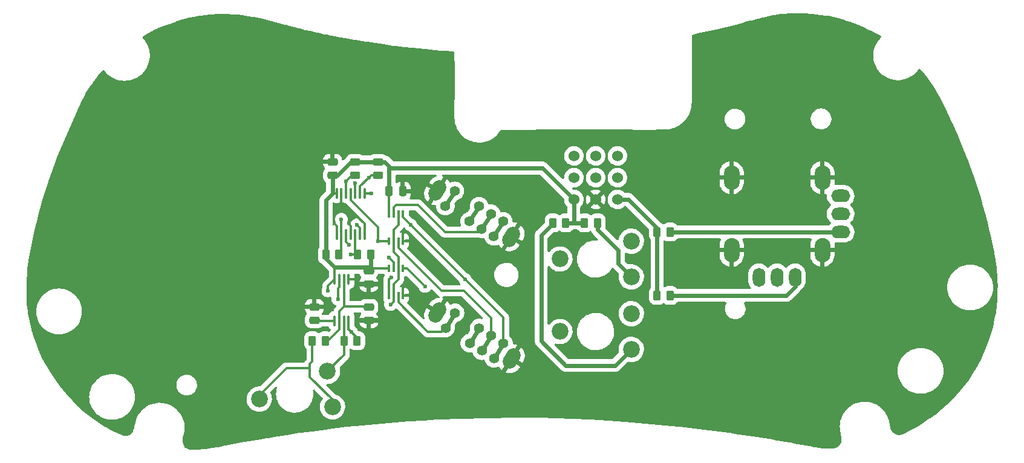
<source format=gbr>
%TF.GenerationSoftware,KiCad,Pcbnew,(6.0.5-71-gf89d5f9949)*%
%TF.CreationDate,2022-05-26T15:02:21+02:00*%
%TF.ProjectId,Vectrex Pad miniNeoGeo,56656374-7265-4782-9050-6164206d696e,1.2*%
%TF.SameCoordinates,Original*%
%TF.FileFunction,Copper,L1,Top*%
%TF.FilePolarity,Positive*%
%FSLAX46Y46*%
G04 Gerber Fmt 4.6, Leading zero omitted, Abs format (unit mm)*
G04 Created by KiCad (PCBNEW (6.0.5-71-gf89d5f9949)) date 2022-05-26 15:02:21*
%MOMM*%
%LPD*%
G01*
G04 APERTURE LIST*
G04 Aperture macros list*
%AMRoundRect*
0 Rectangle with rounded corners*
0 $1 Rounding radius*
0 $2 $3 $4 $5 $6 $7 $8 $9 X,Y pos of 4 corners*
0 Add a 4 corners polygon primitive as box body*
4,1,4,$2,$3,$4,$5,$6,$7,$8,$9,$2,$3,0*
0 Add four circle primitives for the rounded corners*
1,1,$1+$1,$2,$3*
1,1,$1+$1,$4,$5*
1,1,$1+$1,$6,$7*
1,1,$1+$1,$8,$9*
0 Add four rect primitives between the rounded corners*
20,1,$1+$1,$2,$3,$4,$5,0*
20,1,$1+$1,$4,$5,$6,$7,0*
20,1,$1+$1,$6,$7,$8,$9,0*
20,1,$1+$1,$8,$9,$2,$3,0*%
%AMHorizOval*
0 Thick line with rounded ends*
0 $1 width*
0 $2 $3 position (X,Y) of the first rounded end (center of the circle)*
0 $4 $5 position (X,Y) of the second rounded end (center of the circle)*
0 Add line between two ends*
20,1,$1,$2,$3,$4,$5,0*
0 Add two circle primitives to create the rounded ends*
1,1,$1,$2,$3*
1,1,$1,$4,$5*%
G04 Aperture macros list end*
%TA.AperFunction,SMDPad,CuDef*%
%ADD10RoundRect,0.250000X0.262500X0.450000X-0.262500X0.450000X-0.262500X-0.450000X0.262500X-0.450000X0*%
%TD*%
%TA.AperFunction,SMDPad,CuDef*%
%ADD11RoundRect,0.250000X-0.475000X0.250000X-0.475000X-0.250000X0.475000X-0.250000X0.475000X0.250000X0*%
%TD*%
%TA.AperFunction,SMDPad,CuDef*%
%ADD12RoundRect,0.100000X-0.100000X-0.450000X0.100000X-0.450000X0.100000X0.450000X-0.100000X0.450000X0*%
%TD*%
%TA.AperFunction,SMDPad,CuDef*%
%ADD13RoundRect,0.250000X-0.262500X-0.450000X0.262500X-0.450000X0.262500X0.450000X-0.262500X0.450000X0*%
%TD*%
%TA.AperFunction,SMDPad,CuDef*%
%ADD14RoundRect,0.250000X0.475000X-0.250000X0.475000X0.250000X-0.475000X0.250000X-0.475000X-0.250000X0*%
%TD*%
%TA.AperFunction,SMDPad,CuDef*%
%ADD15RoundRect,0.250000X-0.450000X0.262500X-0.450000X-0.262500X0.450000X-0.262500X0.450000X0.262500X0*%
%TD*%
%TA.AperFunction,SMDPad,CuDef*%
%ADD16RoundRect,0.100000X0.100000X-0.637500X0.100000X0.637500X-0.100000X0.637500X-0.100000X-0.637500X0*%
%TD*%
%TA.AperFunction,SMDPad,CuDef*%
%ADD17RoundRect,0.100000X-0.100000X0.637500X-0.100000X-0.637500X0.100000X-0.637500X0.100000X0.637500X0*%
%TD*%
%TA.AperFunction,SMDPad,CuDef*%
%ADD18RoundRect,0.250000X-0.250000X-0.475000X0.250000X-0.475000X0.250000X0.475000X-0.250000X0.475000X0*%
%TD*%
%TA.AperFunction,ComponentPad*%
%ADD19O,1.778000X2.667000*%
%TD*%
%TA.AperFunction,ComponentPad*%
%ADD20O,2.222000X3.429000*%
%TD*%
%TA.AperFunction,ComponentPad*%
%ADD21O,2.667000X1.778000*%
%TD*%
%TA.AperFunction,ComponentPad*%
%ADD22C,2.340000*%
%TD*%
%TA.AperFunction,ComponentPad*%
%ADD23C,1.400000*%
%TD*%
%TA.AperFunction,ComponentPad*%
%ADD24HorizOval,2.000000X0.265699X0.423561X-0.265699X-0.423561X0*%
%TD*%
%TA.AperFunction,ComponentPad*%
%ADD25C,1.524000*%
%TD*%
%TA.AperFunction,ViaPad*%
%ADD26C,0.800000*%
%TD*%
%TA.AperFunction,ViaPad*%
%ADD27C,0.600000*%
%TD*%
%TA.AperFunction,Conductor*%
%ADD28C,0.350000*%
%TD*%
%TA.AperFunction,Conductor*%
%ADD29C,0.600000*%
%TD*%
G04 APERTURE END LIST*
D10*
%TO.P,R6,1*%
%TO.N,+5V*%
X133627500Y-81915000D03*
%TO.P,R6,2*%
%TO.N,Net-(R6-Pad2)*%
X131802500Y-81915000D03*
%TD*%
D11*
%TO.P,C3,1*%
%TO.N,Net-(C3-Pad1)*%
X133350000Y-89220000D03*
%TO.P,C3,2*%
%TO.N,GND*%
X133350000Y-91120000D03*
%TD*%
D12*
%TO.P,U2,1*%
%TO.N,Net-(SW5-Pad1)*%
X136185000Y-80005000D03*
%TO.P,U2,2*%
%TO.N,Net-(U1-Pad3)*%
X136835000Y-80005000D03*
%TO.P,U2,3*%
%TO.N,Net-(SW6-Pad2)*%
X137485000Y-80005000D03*
%TO.P,U2,4,GND*%
%TO.N,GND*%
X138135000Y-80005000D03*
%TO.P,U2,5*%
%TO.N,Net-(SW6-Pad1)*%
X138135000Y-76205000D03*
%TO.P,U2,6*%
%TO.N,Net-(U1-Pad3)*%
X137485000Y-76205000D03*
%TO.P,U2,7*%
%TO.N,Net-(SW5-Pad2)*%
X136835000Y-76205000D03*
%TO.P,U2,8,VCC*%
%TO.N,+5V*%
X136185000Y-76205000D03*
%TD*%
D13*
%TO.P,R8,1*%
%TO.N,Net-(R8-Pad1)*%
X125452500Y-93980000D03*
%TO.P,R8,2*%
%TO.N,Net-(C3-Pad1)*%
X127277500Y-93980000D03*
%TD*%
D10*
%TO.P,R2,1*%
%TO.N,+5V*%
X160932500Y-77470000D03*
%TO.P,R2,2*%
%TO.N,Net-(R2-Pad2)*%
X159107500Y-77470000D03*
%TD*%
D13*
%TO.P,R10,1*%
%TO.N,+5V*%
X127357500Y-81915000D03*
%TO.P,R10,2*%
%TO.N,Net-(R10-Pad2)*%
X129182500Y-81915000D03*
%TD*%
D10*
%TO.P,R4,1*%
%TO.N,Net-(VR1-PadV3)*%
X175537500Y-78740000D03*
%TO.P,R4,2*%
%TO.N,-5V*%
X173712500Y-78740000D03*
%TD*%
D14*
%TO.P,C2,1*%
%TO.N,Net-(C2-Pad1)*%
X125730000Y-91120000D03*
%TO.P,C2,2*%
%TO.N,GND*%
X125730000Y-89220000D03*
%TD*%
D10*
%TO.P,R3,1*%
%TO.N,Net-(VR1-PadH3)*%
X175537500Y-87630000D03*
%TO.P,R3,2*%
%TO.N,-5V*%
X173712500Y-87630000D03*
%TD*%
D15*
%TO.P,R7,1*%
%TO.N,+5V*%
X134620000Y-68937500D03*
%TO.P,R7,2*%
%TO.N,Net-(R7-Pad2)*%
X134620000Y-70762500D03*
%TD*%
%TO.P,R9,1*%
%TO.N,+5V*%
X131445000Y-68937500D03*
%TO.P,R9,2*%
%TO.N,Net-(R9-Pad2)*%
X131445000Y-70762500D03*
%TD*%
D13*
%TO.P,R1,1*%
%TO.N,+5V*%
X163552500Y-77470000D03*
%TO.P,R1,2*%
%TO.N,Net-(R1-Pad2)*%
X165377500Y-77470000D03*
%TD*%
D16*
%TO.P,U4,1*%
%TO.N,GND*%
X128860000Y-79062500D03*
%TO.P,U4,2*%
%TO.N,Net-(R10-Pad2)*%
X129510000Y-79062500D03*
%TO.P,U4,3*%
%TO.N,Net-(SW6-Pad1)*%
X130160000Y-79062500D03*
%TO.P,U4,4*%
%TO.N,GND*%
X130810000Y-79062500D03*
%TO.P,U4,5*%
%TO.N,Net-(R6-Pad2)*%
X131460000Y-79062500D03*
%TO.P,U4,6*%
%TO.N,/Black*%
X132110000Y-79062500D03*
%TO.P,U4,7,GND*%
%TO.N,GND*%
X132760000Y-79062500D03*
%TO.P,U4,8*%
%TO.N,/Grey*%
X132760000Y-73337500D03*
%TO.P,U4,9*%
%TO.N,Net-(R7-Pad2)*%
X132110000Y-73337500D03*
%TO.P,U4,10*%
%TO.N,GND*%
X131460000Y-73337500D03*
%TO.P,U4,11*%
%TO.N,Net-(SW5-Pad1)*%
X130810000Y-73337500D03*
%TO.P,U4,12*%
%TO.N,Net-(R9-Pad2)*%
X130160000Y-73337500D03*
%TO.P,U4,13*%
%TO.N,GND*%
X129510000Y-73337500D03*
%TO.P,U4,14,VCC*%
%TO.N,+5V*%
X128860000Y-73337500D03*
%TD*%
D12*
%TO.P,U3,1*%
%TO.N,Net-(SW5-Pad1)*%
X136185000Y-87625000D03*
%TO.P,U3,2*%
%TO.N,Net-(U1-Pad3)*%
X136835000Y-87625000D03*
%TO.P,U3,3*%
%TO.N,Net-(SW6-Pad4)*%
X137485000Y-87625000D03*
%TO.P,U3,4,GND*%
%TO.N,GND*%
X138135000Y-87625000D03*
%TO.P,U3,5*%
%TO.N,Net-(SW6-Pad1)*%
X138135000Y-83825000D03*
%TO.P,U3,6*%
%TO.N,Net-(U1-Pad3)*%
X137485000Y-83825000D03*
%TO.P,U3,7*%
%TO.N,Net-(SW5-Pad4)*%
X136835000Y-83825000D03*
%TO.P,U3,8,VCC*%
%TO.N,+5V*%
X136185000Y-83825000D03*
%TD*%
D17*
%TO.P,U1,1,GND*%
%TO.N,GND*%
X130515000Y-85365000D03*
%TO.P,U1,2,TR*%
%TO.N,Net-(C3-Pad1)*%
X129865000Y-85365000D03*
%TO.P,U1,3,Q*%
%TO.N,Net-(U1-Pad3)*%
X129215000Y-85365000D03*
%TO.P,U1,4,R*%
%TO.N,+5V*%
X128565000Y-85365000D03*
%TO.P,U1,5,CV*%
%TO.N,Net-(C2-Pad1)*%
X128565000Y-91165000D03*
%TO.P,U1,6,THR*%
%TO.N,Net-(C3-Pad1)*%
X129215000Y-91165000D03*
%TO.P,U1,7,DIS*%
%TO.N,Net-(R5-Pad2)*%
X129865000Y-91165000D03*
%TO.P,U1,8,VCC*%
%TO.N,+5V*%
X130515000Y-91165000D03*
%TD*%
D11*
%TO.P,C4,1*%
%TO.N,+5V*%
X133350000Y-84140000D03*
%TO.P,C4,2*%
%TO.N,GND*%
X133350000Y-86040000D03*
%TD*%
D18*
%TO.P,C5,1*%
%TO.N,+5V*%
X136210000Y-73025000D03*
%TO.P,C5,2*%
%TO.N,GND*%
X138110000Y-73025000D03*
%TD*%
D14*
%TO.P,C1,1*%
%TO.N,+5V*%
X128270000Y-70800000D03*
%TO.P,C1,2*%
%TO.N,GND*%
X128270000Y-68900000D03*
%TD*%
D10*
%TO.P,R5,1*%
%TO.N,+5V*%
X131722500Y-93980000D03*
%TO.P,R5,2*%
%TO.N,Net-(R5-Pad2)*%
X129897500Y-93980000D03*
%TD*%
D19*
%TO.P,VR1,H1,H+*%
%TO.N,Net-(RV1-Pad2)*%
X187960000Y-85090000D03*
%TO.P,VR1,H2,H*%
%TO.N,/Brun*%
X190500000Y-85090000D03*
%TO.P,VR1,H3,H-*%
%TO.N,Net-(VR1-PadH3)*%
X193040000Y-85090000D03*
D20*
%TO.P,VR1,S1,SHIELD*%
%TO.N,GND*%
X196850000Y-71120000D03*
%TO.P,VR1,S2,SHIELD*%
X196850000Y-81280000D03*
%TO.P,VR1,S3,SHIELD*%
X184150000Y-81280000D03*
%TO.P,VR1,S4,SHIELD*%
X184150000Y-71120000D03*
D21*
%TO.P,VR1,V1,V+*%
%TO.N,Net-(RV2-Pad2)*%
X199390000Y-73660000D03*
%TO.P,VR1,V2,V*%
%TO.N,/Green*%
X199390000Y-76200000D03*
%TO.P,VR1,V3,V-*%
%TO.N,Net-(VR1-PadV3)*%
X199390000Y-78740000D03*
%TD*%
D22*
%TO.P,RV1,1,1*%
%TO.N,Net-(R1-Pad2)*%
X170100000Y-85025000D03*
%TO.P,RV1,2,2*%
%TO.N,Net-(RV1-Pad2)*%
X160100000Y-82525000D03*
%TO.P,RV1,3,3*%
X170100000Y-80025000D03*
%TD*%
%TO.P,RV2,1,1*%
%TO.N,Net-(R2-Pad2)*%
X170100000Y-95185000D03*
%TO.P,RV2,2,2*%
%TO.N,Net-(RV2-Pad2)*%
X160100000Y-92685000D03*
%TO.P,RV2,3,3*%
X170100000Y-90185000D03*
%TD*%
D23*
%TO.P,SW6,1,1*%
%TO.N,Net-(SW6-Pad1)*%
X152199693Y-94317990D03*
%TO.P,SW6,2,2*%
%TO.N,Net-(SW6-Pad2)*%
X150505449Y-93255193D03*
%TO.P,SW6,3,3*%
%TO.N,/Orange*%
X148811205Y-92192396D03*
%TO.P,SW6,4,4*%
%TO.N,Net-(SW6-Pad4)*%
X145422718Y-90066801D03*
%TO.P,SW6,5,5*%
%TO.N,Net-(SW6-Pad1)*%
X150871196Y-96435795D03*
%TO.P,SW6,6,6*%
%TO.N,Net-(SW6-Pad2)*%
X149176953Y-95372998D03*
%TO.P,SW6,7,7*%
%TO.N,/Orange*%
X147482709Y-94310200D03*
%TO.P,SW6,8,8*%
%TO.N,Net-(SW6-Pad4)*%
X144094221Y-92184606D03*
D24*
%TO.P,SW6,9,Shield*%
%TO.N,GND*%
X142979513Y-90009767D03*
X153314401Y-96492829D03*
%TD*%
D25*
%TO.P,J1,1,1*%
%TO.N,/Red*%
X162052000Y-71120000D03*
%TO.P,J1,2,2*%
%TO.N,/Black*%
X165100000Y-68072000D03*
%TO.P,J1,3,3*%
%TO.N,/Grey*%
X162052000Y-68072000D03*
%TO.P,J1,4,4*%
%TO.N,/Orange*%
X165100000Y-71120000D03*
%TO.P,J1,5,5*%
%TO.N,/Brun*%
X168148000Y-71120000D03*
%TO.P,J1,6,6*%
%TO.N,/Green*%
X168148000Y-68072000D03*
%TO.P,J1,7,7*%
%TO.N,+5V*%
X162052000Y-74168000D03*
%TO.P,J1,8,8*%
%TO.N,GND*%
X165100000Y-74168000D03*
%TO.P,J1,9,9*%
%TO.N,-5V*%
X168148000Y-74168000D03*
%TD*%
D23*
%TO.P,SW5,1,1*%
%TO.N,Net-(SW5-Pad1)*%
X152174272Y-77241184D03*
%TO.P,SW5,2,2*%
%TO.N,Net-(SW5-Pad2)*%
X150480028Y-76178387D03*
%TO.P,SW5,3,3*%
%TO.N,/Red*%
X148785784Y-75115590D03*
%TO.P,SW5,4,4*%
%TO.N,Net-(SW5-Pad4)*%
X145397297Y-72989995D03*
%TO.P,SW5,5,5*%
%TO.N,Net-(SW5-Pad1)*%
X150845775Y-79358989D03*
%TO.P,SW5,6,6*%
%TO.N,Net-(SW5-Pad2)*%
X149151532Y-78296192D03*
%TO.P,SW5,7,7*%
%TO.N,/Red*%
X147457288Y-77233394D03*
%TO.P,SW5,8,8*%
%TO.N,Net-(SW5-Pad4)*%
X144068800Y-75107800D03*
D24*
%TO.P,SW5,9,Shield*%
%TO.N,GND*%
X142954092Y-72932961D03*
X153288980Y-79416023D03*
%TD*%
D22*
%TO.P,RV5,1,1*%
%TO.N,Net-(R8-Pad1)*%
X128270000Y-103225600D03*
%TO.P,RV5,2,2*%
X118019387Y-102141661D03*
%TO.P,RV5,3,3*%
%TO.N,Net-(R5-Pad2)*%
X127574134Y-98274260D03*
%TD*%
D26*
%TO.N,GND*%
X150114000Y-86106000D03*
X172085000Y-66040000D03*
X151765000Y-101600000D03*
X213360000Y-80645000D03*
X173990000Y-94996000D03*
X110490000Y-97155000D03*
X160020000Y-80264000D03*
X131750000Y-85080000D03*
X158242000Y-72644000D03*
X139547600Y-76200000D03*
X135255000Y-91186000D03*
X90170000Y-81915000D03*
X130937000Y-76454000D03*
X129032000Y-75438000D03*
X160020000Y-87630000D03*
X123825000Y-92456000D03*
X175895000Y-76200000D03*
X209550000Y-61595000D03*
X168910000Y-101600000D03*
X139700000Y-59055000D03*
X171450000Y-87630000D03*
X181610000Y-89535000D03*
X161925000Y-95250000D03*
X187325000Y-89535000D03*
X125730000Y-87630000D03*
X109855000Y-81915000D03*
X135890000Y-101600000D03*
X144780000Y-80645000D03*
X93980000Y-71755000D03*
X193675000Y-52705000D03*
X139065000Y-92354400D03*
X102870000Y-89535000D03*
X98425000Y-62230000D03*
X92710000Y-97155000D03*
X133350000Y-87630000D03*
X182245000Y-55880000D03*
X150495000Y-71247000D03*
X111125000Y-52705000D03*
X142240000Y-83312000D03*
X160274000Y-74803000D03*
X118110000Y-68580000D03*
X127304800Y-84582000D03*
X125222000Y-62484000D03*
X209550000Y-90170000D03*
X213360000Y-71755000D03*
X139700000Y-73025000D03*
D27*
X131460000Y-71900000D03*
D26*
X140208000Y-81280000D03*
X171450000Y-82550000D03*
X126365000Y-55245000D03*
X139446000Y-87655400D03*
X201930000Y-97155000D03*
D27*
%TO.N,/Black*%
X131699000Y-77724000D03*
%TO.N,/Grey*%
X133672500Y-73337500D03*
%TO.N,Net-(SW5-Pad4)*%
X136144000Y-82296000D03*
%TO.N,+5V*%
X127635000Y-86995000D03*
X130905250Y-92741750D03*
%TO.N,Net-(SW5-Pad1)*%
X136480000Y-85090000D03*
X134620000Y-80010000D03*
%TO.N,Net-(SW6-Pad1)*%
X146812000Y-85344000D03*
X139192000Y-77724000D03*
X130556000Y-80518000D03*
X141224000Y-86360000D03*
%TO.N,Net-(R6-Pad2)*%
X130810000Y-81915000D03*
%TO.N,Net-(R7-Pad2)*%
X133350000Y-71120000D03*
%TO.N,Net-(R9-Pad2)*%
X130175000Y-71628000D03*
%TO.N,Net-(R10-Pad2)*%
X129510000Y-76962000D03*
%TO.N,Net-(U1-Pad3)*%
X129032000Y-88138000D03*
X136398000Y-88900000D03*
%TD*%
D28*
%TO.N,Net-(C3-Pad1)*%
X129865000Y-85365000D02*
X129865000Y-89210000D01*
X129215000Y-92400000D02*
X127635000Y-93980000D01*
X129870000Y-89215000D02*
X129865000Y-89210000D01*
X129865000Y-89210000D02*
X129215000Y-89860000D01*
X127635000Y-93980000D02*
X127277500Y-93980000D01*
X129215000Y-91165000D02*
X129215000Y-92400000D01*
X133350000Y-89215000D02*
X129870000Y-89215000D01*
X129215000Y-89860000D02*
X129215000Y-91165000D01*
%TO.N,GND*%
X130810000Y-79062500D02*
X130810000Y-77930000D01*
X129510000Y-73337500D02*
X129510000Y-74900000D01*
X132760000Y-77590000D02*
X131630000Y-76460000D01*
X138140000Y-80010000D02*
X138135000Y-80005000D01*
X130810000Y-77930000D02*
X130470000Y-77590000D01*
X128860000Y-77933000D02*
X128860000Y-79062500D01*
X138135000Y-87625000D02*
X139415600Y-87625000D01*
X139192000Y-80010000D02*
X138140000Y-80010000D01*
X128524000Y-77597000D02*
X128860000Y-77933000D01*
X139415600Y-87625000D02*
X139446000Y-87655400D01*
X131460000Y-71900000D02*
X131460000Y-73337500D01*
X138135000Y-80005000D02*
X138135000Y-78781000D01*
X138135000Y-87625000D02*
X138135000Y-86401000D01*
X130515000Y-85365000D02*
X131170000Y-85365000D01*
X132760000Y-79062500D02*
X132760000Y-77590000D01*
X139446000Y-79756000D02*
X139192000Y-80010000D01*
%TO.N,Net-(C2-Pad1)*%
X125775000Y-91165000D02*
X125730000Y-91120000D01*
X128565000Y-91165000D02*
X125775000Y-91165000D01*
D29*
%TO.N,Net-(R2-Pad2)*%
X167854521Y-97430479D02*
X170100000Y-95185000D01*
X157480000Y-93980000D02*
X160930479Y-97430479D01*
X159107500Y-77470000D02*
X159107500Y-77568750D01*
X157480000Y-79196250D02*
X157480000Y-93980000D01*
X160930479Y-97430479D02*
X167854521Y-97430479D01*
X159107500Y-77568750D02*
X157480000Y-79196250D01*
%TO.N,-5V*%
X169672000Y-74168000D02*
X168148000Y-74168000D01*
X173712500Y-87630000D02*
X173712500Y-78208500D01*
X173712500Y-78208500D02*
X169672000Y-74168000D01*
%TO.N,/Red*%
X148785784Y-75115590D02*
X147457288Y-77233394D01*
D28*
%TO.N,/Black*%
X132110000Y-78135000D02*
X132110000Y-79062500D01*
X131699000Y-77724000D02*
X132110000Y-78135000D01*
%TO.N,/Grey*%
X132760000Y-73337500D02*
X133672500Y-73337500D01*
D29*
%TO.N,/Orange*%
X147482709Y-94310200D02*
X148811205Y-92192396D01*
D28*
%TO.N,Net-(SW5-Pad2)*%
X144018000Y-78740000D02*
X148707724Y-78740000D01*
X140208000Y-74930000D02*
X144018000Y-78740000D01*
X136835000Y-75255000D02*
X137160000Y-74930000D01*
X137160000Y-74930000D02*
X140208000Y-74930000D01*
D29*
X150480028Y-76178387D02*
X149151532Y-78296192D01*
D28*
X148707724Y-78740000D02*
X149151532Y-78296192D01*
X136835000Y-76205000D02*
X136835000Y-75255000D01*
%TO.N,Net-(SW5-Pad4)*%
X136144000Y-82296000D02*
X136835000Y-82987000D01*
D29*
X145397297Y-72989995D02*
X144068800Y-75107800D01*
D28*
X136835000Y-82987000D02*
X136835000Y-83825000D01*
%TO.N,Net-(SW6-Pad2)*%
X137485000Y-80970000D02*
X143510000Y-86995000D01*
D29*
X150505449Y-93255193D02*
X149176953Y-95372998D01*
D28*
X143510000Y-86995000D02*
X146685000Y-86995000D01*
X150505449Y-90815449D02*
X150505449Y-93255193D01*
X146685000Y-86995000D02*
X150505449Y-90815449D01*
X137485000Y-80005000D02*
X137485000Y-80970000D01*
%TO.N,Net-(SW6-Pad4)*%
X141605000Y-92710000D02*
X143568827Y-92710000D01*
X137485000Y-87425000D02*
X137485000Y-88590000D01*
X137485000Y-88590000D02*
X141605000Y-92710000D01*
X143568827Y-92710000D02*
X144094221Y-92184606D01*
D29*
X145422718Y-90066801D02*
X144094221Y-92184606D01*
D28*
%TO.N,Net-(R5-Pad2)*%
X129897500Y-95950894D02*
X127574134Y-98274260D01*
X129865000Y-91165000D02*
X129865000Y-93947500D01*
X129897500Y-93980000D02*
X129897500Y-95950894D01*
X129865000Y-93947500D02*
X129897500Y-93980000D01*
D29*
%TO.N,Net-(R1-Pad2)*%
X168275000Y-83200000D02*
X170100000Y-85025000D01*
X168275000Y-81280000D02*
X168275000Y-83200000D01*
X165377500Y-78382500D02*
X168275000Y-81280000D01*
X165377500Y-77470000D02*
X165377500Y-78382500D01*
%TO.N,+5V*%
X127357500Y-82526500D02*
X127357500Y-81915000D01*
D28*
X136185000Y-76205000D02*
X136185000Y-73050000D01*
X128860000Y-73337500D02*
X128270000Y-73337500D01*
D29*
X163552500Y-77470000D02*
X160932500Y-77470000D01*
X128524000Y-83693000D02*
X127357500Y-82526500D01*
D28*
X130515000Y-92351500D02*
X130905250Y-92741750D01*
D29*
X128270000Y-73382500D02*
X127357500Y-74295000D01*
D28*
X127635000Y-86295000D02*
X128565000Y-85365000D01*
X136185000Y-73050000D02*
X136210000Y-73025000D01*
D29*
X128270000Y-73337500D02*
X128270000Y-70800000D01*
X136210000Y-69535000D02*
X136210000Y-69784000D01*
X136210000Y-69784000D02*
X157668000Y-69784000D01*
X130833500Y-68937500D02*
X131445000Y-68937500D01*
X127357500Y-81915000D02*
X127357500Y-74295000D01*
D28*
X131722500Y-93559000D02*
X131722500Y-93980000D01*
X133350000Y-83820000D02*
X135118000Y-83820000D01*
X130515000Y-91165000D02*
X130515000Y-92351500D01*
D29*
X136210000Y-69784000D02*
X136210000Y-73025000D01*
X157668000Y-69784000D02*
X162052000Y-74168000D01*
D28*
X135123000Y-83825000D02*
X136185000Y-83825000D01*
X127635000Y-86995000D02*
X127635000Y-86295000D01*
D29*
X128270000Y-70800000D02*
X128971000Y-70800000D01*
X128971000Y-70800000D02*
X130833500Y-68937500D01*
X162052000Y-74168000D02*
X162052000Y-77470000D01*
X133432600Y-83667600D02*
X128549400Y-83667600D01*
D28*
X135118000Y-83820000D02*
X135123000Y-83825000D01*
X128565000Y-85365000D02*
X128565000Y-83718400D01*
D29*
X131445000Y-68937500D02*
X134620000Y-68937500D01*
X133627500Y-81915000D02*
X133627500Y-83862500D01*
D28*
X133627500Y-83862500D02*
X133350000Y-84140000D01*
X128270000Y-73337500D02*
X128270000Y-73382500D01*
D29*
X133627500Y-83862500D02*
X133432600Y-83667600D01*
X135612500Y-68937500D02*
X136210000Y-69535000D01*
D28*
X130905250Y-92741750D02*
X131722500Y-93559000D01*
D29*
X128549400Y-83667600D02*
X128524000Y-83693000D01*
X134620000Y-68937500D02*
X135612500Y-68937500D01*
D28*
%TO.N,Net-(R8-Pad1)*%
X118019387Y-101598637D02*
X121828024Y-97790000D01*
X128270000Y-102235000D02*
X128270000Y-103225600D01*
X125095000Y-97790000D02*
X125095000Y-97244375D01*
X121828024Y-97790000D02*
X125095000Y-97790000D01*
X125095000Y-97244375D02*
X125452500Y-96886875D01*
X118019387Y-102141661D02*
X118019387Y-101598637D01*
X125095000Y-99060000D02*
X128270000Y-102235000D01*
X125452500Y-96886875D02*
X125452500Y-93980000D01*
X125095000Y-97790000D02*
X125095000Y-99060000D01*
%TO.N,Net-(SW5-Pad1)*%
X130810000Y-74295000D02*
X134620000Y-78105000D01*
X134620000Y-78105000D02*
X134620000Y-80010000D01*
X130810000Y-73337500D02*
X130810000Y-74295000D01*
D29*
X152174272Y-77241184D02*
X150845775Y-79358989D01*
D28*
X136185000Y-87625000D02*
X136185000Y-85385000D01*
X134625000Y-80005000D02*
X136185000Y-80005000D01*
X134620000Y-80010000D02*
X134625000Y-80005000D01*
X136185000Y-85385000D02*
X136480000Y-85090000D01*
%TO.N,Net-(SW6-Pad1)*%
X146812000Y-85344000D02*
X152199693Y-90731693D01*
X141224000Y-86360000D02*
X138689000Y-83825000D01*
X138689000Y-83825000D02*
X138135000Y-83825000D01*
X152199693Y-90731693D02*
X152199693Y-94317990D01*
X138135000Y-76205000D02*
X138135000Y-76667000D01*
X146812000Y-85344000D02*
X139192000Y-77724000D01*
X138135000Y-76667000D02*
X139192000Y-77724000D01*
D29*
X152199693Y-94317990D02*
X150871196Y-96435795D01*
D28*
X130160000Y-80122000D02*
X130556000Y-80518000D01*
X130160000Y-79062500D02*
X130160000Y-80122000D01*
%TO.N,Net-(R6-Pad2)*%
X131460000Y-81572500D02*
X131802500Y-81915000D01*
X131460000Y-80630000D02*
X131460000Y-81572500D01*
X131460000Y-79062500D02*
X131460000Y-80630000D01*
X131802500Y-81915000D02*
X130810000Y-81915000D01*
%TO.N,Net-(R7-Pad2)*%
X132110000Y-73337500D02*
X132110000Y-72360000D01*
X133350000Y-71120000D02*
X133707500Y-70762500D01*
X132110000Y-72360000D02*
X133350000Y-71120000D01*
X133707500Y-70762500D02*
X134620000Y-70762500D01*
%TO.N,Net-(R9-Pad2)*%
X130160000Y-71643000D02*
X130175000Y-71628000D01*
X130175000Y-71628000D02*
X131040500Y-70762500D01*
X131040500Y-70762500D02*
X131445000Y-70762500D01*
X130160000Y-73337500D02*
X130160000Y-71643000D01*
%TO.N,Net-(R10-Pad2)*%
X129510000Y-81587500D02*
X129182500Y-81915000D01*
X129510000Y-79062500D02*
X129510000Y-81587500D01*
X129510000Y-79062500D02*
X129510000Y-76962000D01*
%TO.N,Net-(U1-Pad3)*%
X136835000Y-78430000D02*
X136835000Y-81590000D01*
X129032000Y-88138000D02*
X129032000Y-86614000D01*
X136835000Y-81590000D02*
X137485000Y-82240000D01*
X137485000Y-82240000D02*
X137485000Y-85400000D01*
X136835000Y-88463000D02*
X136398000Y-88900000D01*
X137485000Y-85400000D02*
X136835000Y-86050000D01*
X129215000Y-86431000D02*
X129215000Y-85365000D01*
X136835000Y-87625000D02*
X136835000Y-88463000D01*
X137485000Y-77780000D02*
X136835000Y-78430000D01*
X129032000Y-86614000D02*
X129215000Y-86431000D01*
X136835000Y-86050000D02*
X136835000Y-87625000D01*
X137485000Y-76205000D02*
X137485000Y-77780000D01*
D29*
%TO.N,Net-(VR1-PadH3)*%
X191770000Y-87630000D02*
X193040000Y-86360000D01*
X175537500Y-87630000D02*
X191770000Y-87630000D01*
X193040000Y-86360000D02*
X193040000Y-85090000D01*
%TO.N,Net-(VR1-PadV3)*%
X199390000Y-78740000D02*
X175537500Y-78740000D01*
%TD*%
%TA.AperFunction,Conductor*%
%TO.N,GND*%
G36*
X193922801Y-48068206D02*
G01*
X194018188Y-48072976D01*
X194020300Y-48073141D01*
X194022411Y-48073508D01*
X194027277Y-48073709D01*
X194027280Y-48073709D01*
X194058437Y-48074994D01*
X194059735Y-48075053D01*
X194090937Y-48076613D01*
X194090942Y-48076613D01*
X194095804Y-48076856D01*
X194097932Y-48076683D01*
X194100072Y-48076711D01*
X194232501Y-48082172D01*
X194290600Y-48084567D01*
X194297548Y-48085017D01*
X194413985Y-48095291D01*
X194414580Y-48095363D01*
X194415260Y-48095512D01*
X194453478Y-48098776D01*
X194453896Y-48098813D01*
X194490011Y-48102000D01*
X194490017Y-48102000D01*
X194492008Y-48102176D01*
X194492714Y-48102146D01*
X194493302Y-48102178D01*
X195157872Y-48158938D01*
X195161921Y-48159342D01*
X195614073Y-48210666D01*
X195616967Y-48211024D01*
X195815627Y-48237596D01*
X195970525Y-48258315D01*
X195973387Y-48258777D01*
X195976031Y-48259460D01*
X195996511Y-48261965D01*
X196010866Y-48263721D01*
X196012525Y-48263934D01*
X196042561Y-48267951D01*
X196042566Y-48267951D01*
X196047401Y-48268598D01*
X196050147Y-48268604D01*
X196053029Y-48268877D01*
X196559597Y-48330832D01*
X196720074Y-48350459D01*
X196720565Y-48350520D01*
X197177044Y-48407891D01*
X197179820Y-48408266D01*
X197694200Y-48482780D01*
X197702973Y-48484320D01*
X198357421Y-48619557D01*
X198362092Y-48620602D01*
X199088409Y-48795501D01*
X199096790Y-48797781D01*
X200034235Y-49082451D01*
X200038897Y-49083950D01*
X200383916Y-49201328D01*
X200765883Y-49331276D01*
X200766161Y-49331371D01*
X200918864Y-49383658D01*
X201370339Y-49538248D01*
X201396471Y-49547196D01*
X201404917Y-49550376D01*
X202626838Y-50053377D01*
X202635448Y-50057246D01*
X203245785Y-50355089D01*
X203246906Y-50355643D01*
X203707004Y-50585691D01*
X204148414Y-50806396D01*
X204152303Y-50808413D01*
X204633330Y-51066875D01*
X204641066Y-51071335D01*
X204959841Y-51268090D01*
X204994956Y-51289764D01*
X205047867Y-51345881D01*
X205065632Y-51420935D01*
X205043489Y-51494817D01*
X205032778Y-51509970D01*
X204935581Y-51630755D01*
X204927632Y-51639851D01*
X204922149Y-51645634D01*
X204914570Y-51651778D01*
X204910145Y-51657875D01*
X204906510Y-51662131D01*
X204906417Y-51662229D01*
X204906318Y-51662356D01*
X204682170Y-51924788D01*
X204679982Y-51927965D01*
X204679978Y-51927970D01*
X204545876Y-52122671D01*
X204478818Y-52220032D01*
X204426925Y-52315156D01*
X204349943Y-52456272D01*
X204307133Y-52534746D01*
X204168959Y-52865547D01*
X204147199Y-52937958D01*
X204086426Y-53140190D01*
X204065784Y-53208878D01*
X204065061Y-53212672D01*
X204065060Y-53212678D01*
X204017134Y-53464332D01*
X203998715Y-53561047D01*
X203998390Y-53564890D01*
X203998389Y-53564895D01*
X203971534Y-53882136D01*
X203968475Y-53918267D01*
X203975389Y-54276699D01*
X204019381Y-54632488D01*
X204099980Y-54981809D01*
X204101233Y-54985462D01*
X204101235Y-54985468D01*
X204162687Y-55164584D01*
X204216318Y-55320906D01*
X204367145Y-55646132D01*
X204369131Y-55649460D01*
X204534247Y-55926184D01*
X204550839Y-55953992D01*
X204553146Y-55957079D01*
X204553149Y-55957084D01*
X204754673Y-56226785D01*
X204765425Y-56241175D01*
X204768041Y-56244009D01*
X204768047Y-56244016D01*
X204867129Y-56351348D01*
X205008595Y-56504593D01*
X205277736Y-56741415D01*
X205280891Y-56743657D01*
X205554698Y-56938251D01*
X205569953Y-56949093D01*
X205573322Y-56950996D01*
X205573327Y-56950999D01*
X205856993Y-57111212D01*
X205882105Y-57125395D01*
X205885633Y-57126930D01*
X205885637Y-57126932D01*
X206033783Y-57191390D01*
X206210835Y-57268425D01*
X206552609Y-57376646D01*
X206903752Y-57448894D01*
X206907579Y-57449275D01*
X206907587Y-57449276D01*
X207256636Y-57484008D01*
X207256643Y-57484008D01*
X207260489Y-57484391D01*
X207432644Y-57483606D01*
X207615112Y-57482775D01*
X207615119Y-57482775D01*
X207618984Y-57482757D01*
X207975382Y-57444009D01*
X207979161Y-57443195D01*
X207979164Y-57443195D01*
X208322067Y-57369379D01*
X208322071Y-57369378D01*
X208325852Y-57368564D01*
X208666625Y-57257232D01*
X208670159Y-57255656D01*
X208670164Y-57255654D01*
X208830332Y-57184222D01*
X208994038Y-57111212D01*
X209275554Y-56948811D01*
X209301218Y-56934006D01*
X209301222Y-56934003D01*
X209304570Y-56932072D01*
X209307701Y-56929803D01*
X209307708Y-56929799D01*
X209591755Y-56724004D01*
X209591761Y-56724000D01*
X209594882Y-56721738D01*
X209597748Y-56719170D01*
X209597756Y-56719163D01*
X209858975Y-56485054D01*
X209858982Y-56485047D01*
X209861853Y-56482474D01*
X210063708Y-56259772D01*
X210093607Y-56226785D01*
X210093749Y-56226640D01*
X210093846Y-56226521D01*
X210097565Y-56222418D01*
X210103076Y-56217228D01*
X210129959Y-56173730D01*
X210136133Y-56164526D01*
X210270808Y-55979072D01*
X210272307Y-55977044D01*
X210310623Y-55926184D01*
X210371393Y-55878691D01*
X210447769Y-55867946D01*
X210519285Y-55896829D01*
X210537040Y-55912570D01*
X210738723Y-56122353D01*
X210772330Y-56157310D01*
X210780377Y-56166393D01*
X210856548Y-56259772D01*
X211506492Y-57056547D01*
X211513700Y-57066150D01*
X212483885Y-58473636D01*
X212514334Y-58517809D01*
X212519418Y-58525707D01*
X212798138Y-58990240D01*
X213323133Y-59865231D01*
X213328598Y-59875178D01*
X214176349Y-61568201D01*
X214179429Y-61574745D01*
X215017716Y-63473874D01*
X215018855Y-63476654D01*
X215019676Y-63479342D01*
X215034206Y-63511252D01*
X215034863Y-63512718D01*
X215049033Y-63544821D01*
X215050496Y-63547225D01*
X215051823Y-63549943D01*
X215481409Y-64493402D01*
X215825861Y-65249887D01*
X215833358Y-65266353D01*
X215835372Y-65270983D01*
X216715423Y-67391642D01*
X216769291Y-67521449D01*
X216770652Y-67524847D01*
X217055467Y-68262315D01*
X217191926Y-68615648D01*
X217192740Y-68617804D01*
X217622992Y-69785271D01*
X217623798Y-69787512D01*
X218174714Y-71359393D01*
X218175063Y-71360401D01*
X218551105Y-72458443D01*
X218552634Y-72463163D01*
X218930045Y-73697869D01*
X218930996Y-73701112D01*
X219199498Y-74656532D01*
X219233277Y-74776730D01*
X219467724Y-75618864D01*
X219549967Y-75914282D01*
X219550215Y-75915183D01*
X219953699Y-77400507D01*
X219954572Y-77403874D01*
X220183609Y-78332182D01*
X220238924Y-78556381D01*
X220239153Y-78557323D01*
X220248202Y-78595056D01*
X220492046Y-79611886D01*
X220492250Y-79612747D01*
X220686803Y-80445831D01*
X220687929Y-80451078D01*
X220899313Y-81530381D01*
X220900026Y-81534301D01*
X220938631Y-81763784D01*
X221020872Y-82252657D01*
X221034533Y-82333865D01*
X221034901Y-82336165D01*
X221055922Y-82474551D01*
X221119580Y-82893637D01*
X221120368Y-82899641D01*
X221120780Y-82903370D01*
X221120998Y-82908246D01*
X221121849Y-82913043D01*
X221121851Y-82913060D01*
X221126244Y-82937815D01*
X221126845Y-82941463D01*
X221131361Y-82971195D01*
X221132718Y-82975884D01*
X221133530Y-82979583D01*
X221134705Y-82985502D01*
X221207240Y-83394337D01*
X221208340Y-83400537D01*
X221209479Y-83408080D01*
X221229414Y-83567562D01*
X221232607Y-83593104D01*
X221233370Y-83600847D01*
X221264332Y-84029547D01*
X221264546Y-84033118D01*
X221272639Y-84201554D01*
X221302914Y-84831658D01*
X221303058Y-84837457D01*
X221302772Y-84841918D01*
X221304285Y-84864514D01*
X221304929Y-84874142D01*
X221305090Y-84876935D01*
X221306641Y-84909215D01*
X221307436Y-84913613D01*
X221307958Y-84919380D01*
X221340972Y-85412525D01*
X221345665Y-85482633D01*
X221345798Y-85484862D01*
X221392272Y-86380116D01*
X221392425Y-86391572D01*
X221384568Y-86705141D01*
X221366532Y-87425000D01*
X221366165Y-87439631D01*
X221365999Y-87442841D01*
X221365576Y-87445760D01*
X221365513Y-87450628D01*
X221365513Y-87450632D01*
X221365128Y-87480556D01*
X221365093Y-87482368D01*
X221364222Y-87517147D01*
X221364535Y-87520087D01*
X221364579Y-87523293D01*
X221355288Y-88245681D01*
X221355251Y-88248519D01*
X221354742Y-88259054D01*
X221351529Y-88297367D01*
X221292841Y-88997091D01*
X221291798Y-89006169D01*
X221147939Y-89991238D01*
X221146695Y-89998497D01*
X220956747Y-90963036D01*
X220955877Y-90967149D01*
X220719755Y-92010022D01*
X220717305Y-92019411D01*
X220241886Y-93625493D01*
X220238372Y-93635931D01*
X219651635Y-95186592D01*
X219648216Y-95194866D01*
X219024521Y-96584675D01*
X219019231Y-96595307D01*
X218254291Y-97990199D01*
X218223611Y-98046145D01*
X218219257Y-98053568D01*
X217669289Y-98931989D01*
X217333449Y-99468400D01*
X217326192Y-99478953D01*
X216545796Y-100515453D01*
X216537129Y-100525931D01*
X215797919Y-101340717D01*
X215766296Y-101375573D01*
X215765853Y-101376058D01*
X215544087Y-101618059D01*
X215080471Y-102123976D01*
X215076717Y-102127925D01*
X214990460Y-102215404D01*
X214223243Y-102993488D01*
X214212830Y-103004048D01*
X214203245Y-103012951D01*
X212935334Y-104090922D01*
X212930257Y-104095050D01*
X212668798Y-104298257D01*
X212476856Y-104447435D01*
X212467543Y-104454673D01*
X212461668Y-104459012D01*
X211937057Y-104826921D01*
X211895436Y-104856110D01*
X211893262Y-104857606D01*
X211035364Y-105436853D01*
X210920777Y-105514221D01*
X210914653Y-105518142D01*
X210138338Y-105988859D01*
X210135069Y-105990785D01*
X209650160Y-106268174D01*
X208983118Y-106649750D01*
X208974693Y-106654217D01*
X208377010Y-106946959D01*
X208249569Y-107009379D01*
X208249522Y-107009402D01*
X208137464Y-107064239D01*
X208134656Y-107065577D01*
X208066647Y-107097093D01*
X208054939Y-107101924D01*
X208045679Y-107105292D01*
X208039956Y-107107373D01*
X208024252Y-107112122D01*
X208007905Y-107116098D01*
X208006461Y-107116404D01*
X208004903Y-107116583D01*
X208000884Y-107117588D01*
X208000883Y-107117588D01*
X207969044Y-107125548D01*
X207968122Y-107125776D01*
X207932185Y-107134517D01*
X207930723Y-107135083D01*
X207929305Y-107135483D01*
X207874496Y-107149185D01*
X207862597Y-107151649D01*
X207853960Y-107153072D01*
X207849300Y-107154484D01*
X207849288Y-107154487D01*
X207833960Y-107159133D01*
X207826877Y-107161090D01*
X207811345Y-107164972D01*
X207811333Y-107164976D01*
X207806612Y-107166156D01*
X207800241Y-107168670D01*
X207798470Y-107169369D01*
X207786989Y-107173366D01*
X207778482Y-107175944D01*
X207768336Y-107179018D01*
X207742212Y-107184439D01*
X207737729Y-107184956D01*
X207725985Y-107185842D01*
X207718772Y-107186099D01*
X207707750Y-107186493D01*
X207698513Y-107186536D01*
X207664126Y-107185631D01*
X207633180Y-107184816D01*
X207630050Y-107184701D01*
X207592452Y-107182910D01*
X207546447Y-107180719D01*
X207540440Y-107180311D01*
X207496353Y-107176421D01*
X207485601Y-107175077D01*
X207437468Y-107167272D01*
X207429788Y-107166027D01*
X207425364Y-107165241D01*
X207375473Y-107155584D01*
X207368494Y-107154058D01*
X207298040Y-107136874D01*
X207291628Y-107135158D01*
X207286081Y-107133540D01*
X207199410Y-107108262D01*
X207194059Y-107106591D01*
X207126174Y-107083962D01*
X207116256Y-107080257D01*
X207056746Y-107055582D01*
X207048915Y-107052068D01*
X207016469Y-107036368D01*
X207006016Y-107030787D01*
X206979413Y-107015192D01*
X206971104Y-107009945D01*
X206942110Y-106990271D01*
X206933716Y-106984137D01*
X206823015Y-106897157D01*
X206818715Y-106893647D01*
X206777149Y-106858406D01*
X206732492Y-106820545D01*
X206724804Y-106813551D01*
X206721500Y-106810327D01*
X206659459Y-106749799D01*
X206651785Y-106741730D01*
X206647477Y-106736847D01*
X206636991Y-106724963D01*
X206618696Y-106704229D01*
X206609507Y-106692715D01*
X206602716Y-106683282D01*
X206596256Y-106673520D01*
X206520929Y-106549333D01*
X206519640Y-106547167D01*
X206454654Y-106435762D01*
X206453575Y-106433878D01*
X206424858Y-106382825D01*
X206419632Y-106372637D01*
X206400088Y-106330616D01*
X206393511Y-106313910D01*
X206393127Y-106312731D01*
X206383112Y-106281970D01*
X206379343Y-106268174D01*
X206368281Y-106218393D01*
X206358784Y-106175660D01*
X206357996Y-106171880D01*
X206322098Y-105987900D01*
X206321073Y-105982021D01*
X206293180Y-105800714D01*
X206292034Y-105789903D01*
X206291751Y-105787630D01*
X206291467Y-105782761D01*
X206290550Y-105777974D01*
X206290549Y-105777963D01*
X206286640Y-105757551D01*
X206285714Y-105752188D01*
X206282554Y-105731650D01*
X206281812Y-105726826D01*
X206280447Y-105722140D01*
X206279941Y-105719858D01*
X206277409Y-105709348D01*
X206268427Y-105662442D01*
X206267344Y-105655999D01*
X206266964Y-105651190D01*
X206260354Y-105620124D01*
X206259756Y-105617162D01*
X206258765Y-105611987D01*
X206253801Y-105586064D01*
X206252284Y-105581488D01*
X206250780Y-105575127D01*
X206233547Y-105494130D01*
X206233505Y-105493932D01*
X206229402Y-105474518D01*
X206226293Y-105449468D01*
X206226078Y-105443916D01*
X206225701Y-105434157D01*
X206222969Y-105425339D01*
X206222670Y-105424006D01*
X206222329Y-105422012D01*
X206221665Y-105419522D01*
X206219341Y-105409148D01*
X206172820Y-105201562D01*
X206147897Y-105090346D01*
X206147895Y-105090339D01*
X206147067Y-105086644D01*
X206114676Y-104989652D01*
X206035420Y-104752328D01*
X206035417Y-104752321D01*
X206034218Y-104748730D01*
X206025244Y-104728856D01*
X205963345Y-104591784D01*
X205887596Y-104424041D01*
X205885695Y-104420766D01*
X205885690Y-104420757D01*
X205710628Y-104119225D01*
X205708722Y-104115942D01*
X205705478Y-104111472D01*
X205501680Y-103830702D01*
X205499448Y-103827627D01*
X205463604Y-103787551D01*
X205264482Y-103564922D01*
X205264476Y-103564916D01*
X205261944Y-103562085D01*
X204998672Y-103322067D01*
X204712360Y-103110061D01*
X204405976Y-102928265D01*
X204402531Y-102926670D01*
X204402524Y-102926666D01*
X204086138Y-102780156D01*
X204082696Y-102778562D01*
X203745870Y-102662506D01*
X203742174Y-102661641D01*
X203742168Y-102661639D01*
X203524625Y-102610710D01*
X203398989Y-102581297D01*
X203045650Y-102535779D01*
X202689513Y-102526423D01*
X202685739Y-102526709D01*
X202685732Y-102526709D01*
X202338041Y-102553040D01*
X202338033Y-102553041D01*
X202334270Y-102553326D01*
X202173467Y-102582162D01*
X201987327Y-102615541D01*
X201987320Y-102615543D01*
X201983604Y-102616209D01*
X201979965Y-102617253D01*
X201979959Y-102617254D01*
X201644806Y-102713371D01*
X201644802Y-102713372D01*
X201641149Y-102714420D01*
X201310455Y-102846941D01*
X200994948Y-103012400D01*
X200697899Y-103209080D01*
X200422388Y-103434943D01*
X200171269Y-103687649D01*
X200168883Y-103690597D01*
X200168876Y-103690605D01*
X200001995Y-103896806D01*
X199947146Y-103964578D01*
X199945078Y-103967745D01*
X199945074Y-103967750D01*
X199754414Y-104259685D01*
X199754409Y-104259693D01*
X199752341Y-104262860D01*
X199750606Y-104266220D01*
X199750600Y-104266230D01*
X199590610Y-104576039D01*
X199588873Y-104579403D01*
X199587487Y-104582926D01*
X199587486Y-104582928D01*
X199459878Y-104907263D01*
X199458437Y-104910926D01*
X199457415Y-104914575D01*
X199457414Y-104914579D01*
X199436335Y-104989869D01*
X199362386Y-105253993D01*
X199301713Y-105605048D01*
X199291130Y-105757551D01*
X199277557Y-105953138D01*
X199277049Y-105960453D01*
X199277172Y-105964234D01*
X199277172Y-105964244D01*
X199288524Y-106312731D01*
X199288648Y-106316523D01*
X199300834Y-106406635D01*
X199334441Y-106655156D01*
X199334605Y-106656882D01*
X199334856Y-106658221D01*
X199335240Y-106661060D01*
X199335711Y-106669697D01*
X199344860Y-106697654D01*
X199349733Y-106716732D01*
X199376953Y-106863040D01*
X199399727Y-106985452D01*
X199400417Y-106989463D01*
X199429202Y-107171763D01*
X199429451Y-107173366D01*
X199433351Y-107198451D01*
X199435132Y-107209911D01*
X199435334Y-107210601D01*
X199435447Y-107211315D01*
X199436768Y-107215783D01*
X199436769Y-107215787D01*
X199446368Y-107248252D01*
X199446468Y-107248590D01*
X199476087Y-107349644D01*
X199480219Y-107367941D01*
X199502865Y-107509040D01*
X199503837Y-107516197D01*
X199515525Y-107621379D01*
X199519779Y-107659667D01*
X199520478Y-107668178D01*
X199523630Y-107727269D01*
X199527442Y-107798748D01*
X199527480Y-107800344D01*
X199527360Y-107802039D01*
X199527627Y-107806471D01*
X199529567Y-107838678D01*
X199529626Y-107839701D01*
X199529890Y-107844645D01*
X199531589Y-107876507D01*
X199531899Y-107878169D01*
X199532044Y-107879788D01*
X199539221Y-107998945D01*
X199523762Y-108074536D01*
X199509850Y-108102361D01*
X199506477Y-108108335D01*
X199506556Y-108108378D01*
X199504226Y-108112656D01*
X199501617Y-108116778D01*
X199489843Y-108142224D01*
X199487912Y-108146237D01*
X199475374Y-108171314D01*
X199473784Y-108175916D01*
X199471889Y-108180420D01*
X199471806Y-108180385D01*
X199469247Y-108186738D01*
X199414129Y-108305865D01*
X199412712Y-108308927D01*
X199410087Y-108314311D01*
X199336159Y-108458472D01*
X199326971Y-108473995D01*
X199247206Y-108591829D01*
X199244604Y-108595546D01*
X199198078Y-108659861D01*
X199183686Y-108676905D01*
X199115232Y-108746626D01*
X199102986Y-108757783D01*
X199061672Y-108791411D01*
X199046907Y-108802001D01*
X198935221Y-108872204D01*
X198924071Y-108878559D01*
X198810573Y-108936929D01*
X198796087Y-108943427D01*
X198704933Y-108978610D01*
X198698438Y-108980945D01*
X198601025Y-109013416D01*
X198588615Y-109016962D01*
X198477736Y-109043510D01*
X198462555Y-109046322D01*
X198410657Y-109053176D01*
X198393023Y-109054447D01*
X198081564Y-109058366D01*
X198042427Y-109058858D01*
X198038981Y-109058862D01*
X197345373Y-109051510D01*
X197338802Y-109051294D01*
X196946089Y-109029742D01*
X196943256Y-109029560D01*
X196387869Y-108988150D01*
X196381360Y-108987520D01*
X195884504Y-108928371D01*
X195876532Y-108927203D01*
X195637949Y-108885615D01*
X195630699Y-108884165D01*
X195428406Y-108838459D01*
X195074508Y-108758499D01*
X195061652Y-108754983D01*
X195056132Y-108753204D01*
X195051342Y-108752328D01*
X195051332Y-108752326D01*
X195034967Y-108749335D01*
X195032673Y-108748916D01*
X195026659Y-108747688D01*
X195003389Y-108742430D01*
X194997604Y-108741900D01*
X194984413Y-108740095D01*
X192901907Y-108359448D01*
X192901538Y-108359368D01*
X192901072Y-108359219D01*
X192863308Y-108352393D01*
X192863019Y-108352340D01*
X192826175Y-108345605D01*
X192826167Y-108345604D01*
X192824773Y-108345349D01*
X192824278Y-108345324D01*
X192823880Y-108345265D01*
X192818885Y-108344362D01*
X190047529Y-107843396D01*
X190041138Y-107841900D01*
X190041112Y-107842017D01*
X190036335Y-107840972D01*
X190031656Y-107839623D01*
X190003496Y-107835372D01*
X189999232Y-107834665D01*
X189975976Y-107830461D01*
X189975975Y-107830461D01*
X189971185Y-107829595D01*
X189966321Y-107829362D01*
X189961468Y-107828809D01*
X189961481Y-107828691D01*
X189954942Y-107828042D01*
X187110385Y-107398626D01*
X184479020Y-107001393D01*
X184473121Y-107000381D01*
X184469047Y-106999597D01*
X184464322Y-106998363D01*
X184459483Y-106997757D01*
X184459477Y-106997756D01*
X184440484Y-106995378D01*
X184434680Y-106994652D01*
X184430952Y-106994137D01*
X184406197Y-106990399D01*
X184406185Y-106990398D01*
X184401376Y-106989672D01*
X184396506Y-106989580D01*
X184392342Y-106989228D01*
X184386382Y-106988604D01*
X176895004Y-106050610D01*
X176887631Y-106049318D01*
X176887627Y-106049345D01*
X176882809Y-106048582D01*
X176878049Y-106047506D01*
X176873191Y-106047060D01*
X176873189Y-106047060D01*
X176851215Y-106045044D01*
X176846321Y-106044513D01*
X176824395Y-106041768D01*
X176824386Y-106041767D01*
X176819550Y-106041162D01*
X176814672Y-106041193D01*
X176809807Y-106040905D01*
X176809809Y-106040878D01*
X176802316Y-106040559D01*
X176626863Y-106024465D01*
X175776946Y-105946504D01*
X169262590Y-105348956D01*
X169256449Y-105348072D01*
X169256429Y-105348227D01*
X169251584Y-105347596D01*
X169246803Y-105346652D01*
X169241939Y-105346340D01*
X169241932Y-105346339D01*
X169222477Y-105345091D01*
X169217787Y-105344790D01*
X169213744Y-105344476D01*
X169199899Y-105343206D01*
X169189601Y-105342261D01*
X169189598Y-105342261D01*
X169184736Y-105341815D01*
X169179856Y-105342008D01*
X169174983Y-105341881D01*
X169174987Y-105341721D01*
X169168780Y-105341647D01*
X166883058Y-105195020D01*
X164335863Y-105031619D01*
X164329353Y-105030868D01*
X164329341Y-105030988D01*
X164324497Y-105030499D01*
X164319684Y-105029693D01*
X164297983Y-105028930D01*
X164291181Y-105028691D01*
X164286934Y-105028481D01*
X164258422Y-105026652D01*
X164253551Y-105026978D01*
X164248669Y-105026985D01*
X164248669Y-105026863D01*
X164242119Y-105026968D01*
X157232184Y-104780652D01*
X157223330Y-104779915D01*
X157219403Y-104779657D01*
X157214561Y-104779020D01*
X157188366Y-104779020D01*
X157183134Y-104778928D01*
X157161820Y-104778179D01*
X157161819Y-104778179D01*
X157156951Y-104778008D01*
X157152105Y-104778474D01*
X157148198Y-104778592D01*
X157139277Y-104779020D01*
X154289916Y-104779020D01*
X154287337Y-104778949D01*
X154284856Y-104778648D01*
X154279980Y-104778698D01*
X154279979Y-104778698D01*
X154249394Y-104779012D01*
X154247865Y-104779020D01*
X154212299Y-104779020D01*
X154209813Y-104779347D01*
X154207240Y-104779444D01*
X149582104Y-104826921D01*
X149577502Y-104826855D01*
X149573670Y-104826452D01*
X149550981Y-104827049D01*
X149540306Y-104827330D01*
X149537915Y-104827374D01*
X149520995Y-104827548D01*
X149504597Y-104827716D01*
X149500800Y-104828256D01*
X149496192Y-104828491D01*
X146580462Y-104905220D01*
X146577821Y-104905217D01*
X146575309Y-104904980D01*
X146557574Y-104905631D01*
X146539778Y-104906284D01*
X146538233Y-104906332D01*
X146524235Y-104906701D01*
X146502855Y-104907263D01*
X146500356Y-104907659D01*
X146497762Y-104907827D01*
X142906325Y-105039645D01*
X142902249Y-105039691D01*
X142898734Y-105039411D01*
X142887872Y-105039969D01*
X142864867Y-105041151D01*
X142862688Y-105041247D01*
X142839560Y-105042096D01*
X142828880Y-105042488D01*
X142825409Y-105043075D01*
X142821353Y-105043387D01*
X142013298Y-105084908D01*
X140970254Y-105138503D01*
X140963956Y-105138693D01*
X140961845Y-105138712D01*
X140956965Y-105138436D01*
X140952100Y-105138799D01*
X140952091Y-105138799D01*
X140926378Y-105140717D01*
X140922943Y-105140934D01*
X140902513Y-105141984D01*
X140892256Y-105142511D01*
X140887465Y-105143394D01*
X140885301Y-105143648D01*
X140879022Y-105144250D01*
X138946868Y-105288367D01*
X138944877Y-105288458D01*
X138942865Y-105288361D01*
X138938003Y-105288764D01*
X138906729Y-105291356D01*
X138905505Y-105291452D01*
X138874195Y-105293787D01*
X138874188Y-105293788D01*
X138869321Y-105294151D01*
X138867340Y-105294564D01*
X138865362Y-105294785D01*
X132325142Y-105836861D01*
X132321051Y-105837143D01*
X132296948Y-105838474D01*
X132296947Y-105838474D01*
X132292078Y-105838743D01*
X132287290Y-105839644D01*
X132283883Y-105840057D01*
X132280513Y-105840560D01*
X132275652Y-105840963D01*
X132264810Y-105843315D01*
X132247256Y-105847122D01*
X132243235Y-105847936D01*
X132059394Y-105882541D01*
X132050655Y-105883919D01*
X131877262Y-105905988D01*
X131814954Y-105913918D01*
X131806343Y-105914760D01*
X131656796Y-105925023D01*
X131346111Y-105946344D01*
X131338387Y-105946499D01*
X131338387Y-105946504D01*
X131333513Y-105946686D01*
X131328639Y-105946548D01*
X131320971Y-105947338D01*
X131302200Y-105949271D01*
X131297138Y-105949705D01*
X131290705Y-105950147D01*
X131270637Y-105951524D01*
X131265847Y-105952492D01*
X131261018Y-105953143D01*
X131261017Y-105953138D01*
X131253379Y-105954301D01*
X130316720Y-106050791D01*
X130310513Y-106051287D01*
X130305848Y-106051247D01*
X130294547Y-106052637D01*
X130274132Y-106055148D01*
X130271211Y-106055478D01*
X130244272Y-106058253D01*
X130244253Y-106058256D01*
X130239411Y-106058755D01*
X130234869Y-106059836D01*
X130228726Y-106060735D01*
X127709146Y-106370683D01*
X127708239Y-106370791D01*
X127290063Y-106419118D01*
X126666087Y-106491228D01*
X126653253Y-106492152D01*
X126651182Y-106492211D01*
X126651176Y-106492212D01*
X126646305Y-106492351D01*
X126623859Y-106495962D01*
X126617341Y-106496862D01*
X126613835Y-106497267D01*
X126599630Y-106498908D01*
X126599620Y-106498910D01*
X126594781Y-106499469D01*
X126590045Y-106500658D01*
X126590044Y-106500658D01*
X126588047Y-106501159D01*
X126575443Y-106503750D01*
X125456172Y-106683807D01*
X125449339Y-106684744D01*
X124484238Y-106794471D01*
X124484116Y-106794485D01*
X123913245Y-106857645D01*
X123903421Y-106858403D01*
X123888944Y-106859037D01*
X123884140Y-106859885D01*
X123884138Y-106859885D01*
X123873976Y-106861678D01*
X123864479Y-106863040D01*
X123849382Y-106864710D01*
X123835322Y-106868167D01*
X123825663Y-106870205D01*
X123636320Y-106903618D01*
X123167718Y-106986312D01*
X123164350Y-106986866D01*
X121915197Y-107177913D01*
X121911708Y-107178354D01*
X121908561Y-107178460D01*
X121874485Y-107184127D01*
X121872636Y-107184422D01*
X121843384Y-107188896D01*
X121843383Y-107188896D01*
X121838566Y-107189633D01*
X121835541Y-107190512D01*
X121832096Y-107191178D01*
X121149489Y-107304715D01*
X120622459Y-107392375D01*
X120620525Y-107392683D01*
X119198521Y-107609558D01*
X119192502Y-107610350D01*
X119188977Y-107610741D01*
X119184106Y-107610961D01*
X119154401Y-107616242D01*
X119150809Y-107616834D01*
X119125836Y-107620643D01*
X119125833Y-107620644D01*
X119121012Y-107621379D01*
X119116322Y-107622739D01*
X119112881Y-107623497D01*
X119106929Y-107624681D01*
X118461484Y-107739427D01*
X118461005Y-107739511D01*
X118181903Y-107787632D01*
X117654421Y-107878577D01*
X117653564Y-107878722D01*
X116045212Y-108146368D01*
X116038986Y-108147259D01*
X116034289Y-108147512D01*
X116029498Y-108148408D01*
X116029486Y-108148409D01*
X116002941Y-108153371D01*
X116000026Y-108153886D01*
X115973358Y-108158324D01*
X115973343Y-108158328D01*
X115968539Y-108159127D01*
X115964039Y-108160498D01*
X115957885Y-108161794D01*
X114596550Y-108416272D01*
X113302139Y-108655430D01*
X113296092Y-108656222D01*
X113296117Y-108656391D01*
X113291285Y-108657093D01*
X113286431Y-108657476D01*
X113281668Y-108658489D01*
X113281664Y-108658490D01*
X113257787Y-108663570D01*
X113253858Y-108664351D01*
X113225091Y-108669666D01*
X113220456Y-108671169D01*
X113215718Y-108672370D01*
X113215676Y-108672204D01*
X113209794Y-108673782D01*
X112321770Y-108862723D01*
X112306185Y-108866039D01*
X112300882Y-108867067D01*
X111874325Y-108941775D01*
X111870485Y-108942396D01*
X111626445Y-108978600D01*
X111425658Y-109008387D01*
X111422687Y-109008796D01*
X110929201Y-109071422D01*
X110929200Y-109071422D01*
X110594235Y-109113917D01*
X110592433Y-109114135D01*
X110271534Y-109150879D01*
X110268616Y-109151184D01*
X109901332Y-109185927D01*
X109900790Y-109185977D01*
X109735728Y-109200983D01*
X109612375Y-109212197D01*
X109605435Y-109212664D01*
X109489226Y-109217761D01*
X109372144Y-109222896D01*
X109365863Y-109223039D01*
X109363563Y-109223043D01*
X109358693Y-109222732D01*
X109353829Y-109223059D01*
X109353817Y-109223059D01*
X109328129Y-109224786D01*
X109324689Y-109224978D01*
X109306699Y-109225767D01*
X109298939Y-109226107D01*
X109298937Y-109226107D01*
X109294064Y-109226321D01*
X109289258Y-109227169D01*
X109286939Y-109227424D01*
X109280684Y-109227977D01*
X109227363Y-109231561D01*
X109026971Y-109245033D01*
X109023079Y-109245244D01*
X108910401Y-109249862D01*
X108744983Y-109256641D01*
X108736244Y-109256742D01*
X108673136Y-109255615D01*
X108631051Y-109254863D01*
X108625090Y-109254637D01*
X108577387Y-109251872D01*
X108498188Y-109247281D01*
X108484993Y-109245924D01*
X108325692Y-109222324D01*
X108320408Y-109221444D01*
X108283847Y-109214674D01*
X108234670Y-109205567D01*
X108219688Y-109201982D01*
X108053263Y-109152930D01*
X108038586Y-109147756D01*
X107889563Y-109086284D01*
X107882529Y-109083168D01*
X107731266Y-109011414D01*
X107719855Y-109005382D01*
X107628308Y-108951794D01*
X107574098Y-108896931D01*
X107569599Y-108888400D01*
X107545291Y-108838432D01*
X107544231Y-108836204D01*
X107537831Y-108822466D01*
X107455154Y-108645015D01*
X107450647Y-108634263D01*
X107370930Y-108421017D01*
X107366872Y-108408504D01*
X107366514Y-108407208D01*
X107366513Y-108407205D01*
X107365217Y-108402511D01*
X107363317Y-108398021D01*
X107363315Y-108398014D01*
X107356088Y-108380930D01*
X107353748Y-108375054D01*
X107347249Y-108357671D01*
X107347247Y-108357665D01*
X107345539Y-108353098D01*
X107343255Y-108348802D01*
X107343250Y-108348791D01*
X107342615Y-108347597D01*
X107336958Y-108335717D01*
X107333259Y-108326975D01*
X107320380Y-108296533D01*
X107312201Y-108271014D01*
X107290195Y-108172632D01*
X107288100Y-108161186D01*
X107287988Y-108160397D01*
X107271383Y-108044165D01*
X107270695Y-108038591D01*
X107270117Y-108033053D01*
X107261452Y-107950119D01*
X107261084Y-107923210D01*
X107269332Y-107815985D01*
X107270323Y-107806823D01*
X107281423Y-107727269D01*
X107281817Y-107724619D01*
X107303476Y-107587453D01*
X107307852Y-107568158D01*
X107307949Y-107567833D01*
X107327902Y-107500847D01*
X107328387Y-107499254D01*
X107381269Y-107329111D01*
X107383055Y-107323730D01*
X107391398Y-107300113D01*
X107392410Y-107295332D01*
X107392589Y-107294697D01*
X107395608Y-107283118D01*
X107395759Y-107282491D01*
X107397203Y-107277844D01*
X107401445Y-107253198D01*
X107402517Y-107247609D01*
X107421253Y-107159133D01*
X107437340Y-107083162D01*
X107438706Y-107077377D01*
X107440139Y-107073060D01*
X107446196Y-107041480D01*
X107446761Y-107038680D01*
X107452417Y-107011968D01*
X107453427Y-107007199D01*
X107453781Y-107002660D01*
X107454769Y-106996773D01*
X107455158Y-106994748D01*
X107476903Y-106881362D01*
X107479932Y-106868622D01*
X107480350Y-106867156D01*
X107480352Y-106867148D01*
X107481684Y-106862469D01*
X107485079Y-106839457D01*
X107486146Y-106833164D01*
X107490526Y-106810327D01*
X107490901Y-106803933D01*
X107492240Y-106790919D01*
X107497804Y-106753205D01*
X107509268Y-106675503D01*
X107509692Y-106672804D01*
X107514001Y-106646954D01*
X107516299Y-106635810D01*
X107517691Y-106630159D01*
X107517691Y-106630158D01*
X107518860Y-106625414D01*
X107520950Y-106606601D01*
X107522067Y-106598558D01*
X107524378Y-106584695D01*
X107524380Y-106584677D01*
X107525180Y-106579876D01*
X107525547Y-106569171D01*
X107526371Y-106557822D01*
X107529683Y-106528015D01*
X107530567Y-106520058D01*
X107530674Y-106519130D01*
X107532779Y-106501237D01*
X107534125Y-106492193D01*
X107536163Y-106480895D01*
X107536163Y-106480891D01*
X107537028Y-106476099D01*
X107537660Y-106462829D01*
X107538511Y-106452509D01*
X107539498Y-106444123D01*
X107539498Y-106444118D01*
X107540066Y-106439292D01*
X107539887Y-106426353D01*
X107540400Y-106413613D01*
X107540738Y-106411513D01*
X107541377Y-106389335D01*
X107543909Y-106365945D01*
X107545753Y-106356194D01*
X107545753Y-106356192D01*
X107547567Y-106346600D01*
X107547003Y-106339078D01*
X107547027Y-106333480D01*
X107547035Y-106333344D01*
X107547029Y-106333179D01*
X107548015Y-106106732D01*
X107548536Y-105987114D01*
X107513025Y-105629417D01*
X107440817Y-105277290D01*
X107332681Y-104934485D01*
X107320944Y-104907398D01*
X107191297Y-104608184D01*
X107191296Y-104608183D01*
X107189770Y-104604660D01*
X107107886Y-104459018D01*
X107015493Y-104294683D01*
X107015489Y-104294677D01*
X107013608Y-104291331D01*
X106836943Y-104041493D01*
X106808299Y-104000985D01*
X106808295Y-104000980D01*
X106806074Y-103997839D01*
X106802980Y-103994302D01*
X106571927Y-103730223D01*
X106569381Y-103727313D01*
X106349574Y-103523077D01*
X106308873Y-103485259D01*
X106308871Y-103485258D01*
X106306052Y-103482638D01*
X106018895Y-103266422D01*
X105983688Y-103245218D01*
X105714263Y-103082955D01*
X105710972Y-103080973D01*
X105707499Y-103079343D01*
X105707493Y-103079340D01*
X105389048Y-102929900D01*
X105389047Y-102929900D01*
X105385566Y-102928266D01*
X105046148Y-102809930D01*
X104851111Y-102763819D01*
X104700085Y-102728113D01*
X104700079Y-102728112D01*
X104696336Y-102727227D01*
X104523420Y-102704822D01*
X104343684Y-102681533D01*
X104343677Y-102681532D01*
X104339861Y-102681038D01*
X104336010Y-102680940D01*
X104336002Y-102680939D01*
X103984368Y-102671955D01*
X103984363Y-102671955D01*
X103980523Y-102671857D01*
X103976700Y-102672155D01*
X103976696Y-102672155D01*
X103697343Y-102693923D01*
X103622154Y-102699782D01*
X103268575Y-102764513D01*
X103264885Y-102765592D01*
X103264879Y-102765593D01*
X103113197Y-102809930D01*
X102923557Y-102865362D01*
X102919999Y-102866815D01*
X102594338Y-102999798D01*
X102594334Y-102999800D01*
X102590778Y-103001252D01*
X102587389Y-103003064D01*
X102277178Y-103168922D01*
X102277172Y-103168926D01*
X102273786Y-103170736D01*
X101975963Y-103372005D01*
X101889616Y-103444381D01*
X101703433Y-103600439D01*
X101703428Y-103600444D01*
X101700482Y-103602913D01*
X101697809Y-103605670D01*
X101697805Y-103605674D01*
X101452955Y-103858242D01*
X101452948Y-103858250D01*
X101450283Y-103860999D01*
X101447909Y-103864017D01*
X101447907Y-103864019D01*
X101230412Y-104140485D01*
X101230407Y-104140492D01*
X101228032Y-104143511D01*
X101036100Y-104447435D01*
X101034391Y-104450884D01*
X101034388Y-104450890D01*
X100895483Y-104731280D01*
X100876533Y-104769532D01*
X100753508Y-105099723D01*
X100750492Y-105106197D01*
X100748800Y-105115819D01*
X100748799Y-105115821D01*
X100741131Y-105159420D01*
X100739083Y-105169149D01*
X100683049Y-105397290D01*
X100682274Y-105400116D01*
X100681304Y-105402687D01*
X100674186Y-105433152D01*
X100673321Y-105436853D01*
X100672929Y-105438487D01*
X100665708Y-105467890D01*
X100664544Y-105472631D01*
X100664243Y-105475361D01*
X100663654Y-105478231D01*
X100616672Y-105679310D01*
X100612962Y-105692443D01*
X100611390Y-105697167D01*
X100610467Y-105701956D01*
X100610465Y-105701965D01*
X100606721Y-105721397D01*
X100605504Y-105727109D01*
X100599893Y-105751125D01*
X100599404Y-105756071D01*
X100597437Y-105769590D01*
X100562074Y-105953143D01*
X100556113Y-105984081D01*
X100553486Y-105995346D01*
X100550770Y-106005238D01*
X100550103Y-106010075D01*
X100550101Y-106010084D01*
X100548117Y-106024465D01*
X100546829Y-106032267D01*
X100543157Y-106051327D01*
X100542867Y-106056193D01*
X100542867Y-106056196D01*
X100542548Y-106061560D01*
X100541414Y-106073070D01*
X100523196Y-106205151D01*
X100518004Y-106228610D01*
X100480585Y-106350223D01*
X100478124Y-106357541D01*
X100391874Y-106593591D01*
X100390389Y-106597486D01*
X100352440Y-106692970D01*
X100333176Y-106727338D01*
X100298340Y-106773787D01*
X100261562Y-106822825D01*
X100255402Y-106831038D01*
X100252551Y-106834718D01*
X100136616Y-106979637D01*
X100119468Y-106997733D01*
X100043791Y-107065260D01*
X100025869Y-107078963D01*
X99966518Y-107117588D01*
X99966065Y-107117883D01*
X99944204Y-107129642D01*
X99806079Y-107189697D01*
X99793769Y-107195049D01*
X99783369Y-107199115D01*
X99645334Y-107247195D01*
X99620333Y-107253539D01*
X99575581Y-107260846D01*
X99569424Y-107261720D01*
X99448540Y-107276309D01*
X99444178Y-107276770D01*
X99412536Y-107279647D01*
X99373668Y-107283180D01*
X99350527Y-107283479D01*
X99263755Y-107277844D01*
X99222488Y-107275164D01*
X99218805Y-107274879D01*
X99048848Y-107259602D01*
X99030396Y-107256769D01*
X99015607Y-107253539D01*
X98914652Y-107231491D01*
X98891653Y-107224483D01*
X98795994Y-107186658D01*
X98084789Y-106905436D01*
X98075717Y-106901496D01*
X97606786Y-106678977D01*
X97323888Y-106544735D01*
X97314824Y-106540048D01*
X96849454Y-106278788D01*
X96615959Y-106147703D01*
X96615100Y-106147215D01*
X96346038Y-105993138D01*
X96336156Y-105986953D01*
X94799260Y-104939181D01*
X94794905Y-104936096D01*
X93388561Y-103901659D01*
X93375939Y-103891261D01*
X93065671Y-103605674D01*
X92535275Y-103117469D01*
X92526459Y-103108644D01*
X92514494Y-103095618D01*
X91340519Y-101817621D01*
X94214535Y-101817621D01*
X94214738Y-101821772D01*
X94214738Y-101821773D01*
X94231135Y-102157027D01*
X94232017Y-102175070D01*
X94289235Y-102528343D01*
X94290352Y-102532344D01*
X94290353Y-102532348D01*
X94354981Y-102763819D01*
X94385475Y-102873037D01*
X94387035Y-102876898D01*
X94387037Y-102876904D01*
X94511376Y-103184652D01*
X94519538Y-103204854D01*
X94521511Y-103208504D01*
X94521512Y-103208505D01*
X94523123Y-103211484D01*
X94689753Y-103519659D01*
X94893998Y-103813529D01*
X94896733Y-103816653D01*
X94896736Y-103816657D01*
X95116544Y-104067742D01*
X95129727Y-104082801D01*
X95394003Y-104324118D01*
X95397358Y-104326555D01*
X95397361Y-104326558D01*
X95680164Y-104532026D01*
X95683531Y-104534472D01*
X95807084Y-104604660D01*
X95907987Y-104661981D01*
X95994703Y-104711243D01*
X96040480Y-104730863D01*
X96319813Y-104850585D01*
X96319817Y-104850586D01*
X96323640Y-104852225D01*
X96530166Y-104914579D01*
X96646578Y-104949726D01*
X96666242Y-104955663D01*
X96907725Y-104999983D01*
X97014141Y-105019514D01*
X97014143Y-105019514D01*
X97018239Y-105020266D01*
X97022384Y-105020556D01*
X97022393Y-105020557D01*
X97305001Y-105040319D01*
X97305002Y-105040319D01*
X97307590Y-105040500D01*
X97510201Y-105040500D01*
X97777318Y-105025566D01*
X97781421Y-105024872D01*
X97781430Y-105024871D01*
X98042690Y-104980681D01*
X98130183Y-104965883D01*
X98163202Y-104956415D01*
X98470183Y-104868390D01*
X98470188Y-104868388D01*
X98474196Y-104867239D01*
X98478050Y-104865650D01*
X98478060Y-104865647D01*
X98801212Y-104732453D01*
X98801216Y-104732451D01*
X98805069Y-104730863D01*
X99118679Y-104558455D01*
X99411116Y-104352163D01*
X99425135Y-104339717D01*
X99594215Y-104189600D01*
X99678735Y-104114560D01*
X99918201Y-103848605D01*
X100126529Y-103557616D01*
X100301123Y-103245218D01*
X100307799Y-103229338D01*
X100438196Y-102919134D01*
X100439806Y-102915304D01*
X100440977Y-102911326D01*
X100440980Y-102911317D01*
X100539676Y-102575975D01*
X100539677Y-102575973D01*
X100540849Y-102571989D01*
X100602994Y-102219549D01*
X100603534Y-102210974D01*
X100610819Y-102095185D01*
X116244530Y-102095185D01*
X116251139Y-102232773D01*
X116255932Y-102332546D01*
X116257156Y-102358036D01*
X116277685Y-102461243D01*
X116301566Y-102581297D01*
X116308495Y-102616133D01*
X116344291Y-102715833D01*
X116390857Y-102845530D01*
X116397419Y-102863808D01*
X116521975Y-103095618D01*
X116579677Y-103172890D01*
X116630826Y-103241386D01*
X116679427Y-103306471D01*
X116866315Y-103491735D01*
X116870776Y-103495006D01*
X117052435Y-103628204D01*
X117078534Y-103647341D01*
X117083434Y-103649919D01*
X117237573Y-103731015D01*
X117311422Y-103769869D01*
X117559863Y-103856628D01*
X117818399Y-103905713D01*
X117823920Y-103905930D01*
X117823921Y-103905930D01*
X118075825Y-103915827D01*
X118075826Y-103915827D01*
X118081350Y-103916044D01*
X118086846Y-103915442D01*
X118086848Y-103915442D01*
X118337437Y-103887999D01*
X118337441Y-103887998D01*
X118342940Y-103887396D01*
X118348285Y-103885989D01*
X118348289Y-103885988D01*
X118466736Y-103854803D01*
X118597422Y-103820396D01*
X118839206Y-103716518D01*
X118865783Y-103700072D01*
X119058275Y-103580953D01*
X119058276Y-103580953D01*
X119062979Y-103578042D01*
X119078477Y-103564922D01*
X119259606Y-103411586D01*
X119259611Y-103411581D01*
X119263827Y-103408012D01*
X119437336Y-103210163D01*
X119579696Y-102988840D01*
X119687778Y-102748906D01*
X119693643Y-102728113D01*
X119742749Y-102553994D01*
X119759209Y-102495632D01*
X119762929Y-102466396D01*
X119791948Y-102238286D01*
X119791948Y-102238282D01*
X119792419Y-102234582D01*
X119792706Y-102223642D01*
X119794754Y-102145399D01*
X119794852Y-102141661D01*
X119793832Y-102127925D01*
X119775760Y-101884753D01*
X119775350Y-101879231D01*
X119750778Y-101770637D01*
X119718494Y-101627959D01*
X119718492Y-101627953D01*
X119717273Y-101622565D01*
X119700494Y-101579418D01*
X119623900Y-101382457D01*
X119623899Y-101382456D01*
X119621896Y-101377304D01*
X119574922Y-101295117D01*
X119555284Y-101220532D01*
X119575571Y-101146120D01*
X119598924Y-101115822D01*
X120260067Y-100454679D01*
X120326862Y-100416115D01*
X120403990Y-100416115D01*
X120470785Y-100454679D01*
X120509349Y-100521474D01*
X120508290Y-100602356D01*
X120432062Y-100859698D01*
X120431312Y-100864183D01*
X120431311Y-100864185D01*
X120421894Y-100920460D01*
X120379558Y-101173452D01*
X120373349Y-101315663D01*
X120366386Y-101475151D01*
X120365682Y-101491266D01*
X120366038Y-101495788D01*
X120366038Y-101495795D01*
X120383537Y-101718138D01*
X120390641Y-101808402D01*
X120454063Y-102120133D01*
X120455508Y-102124452D01*
X120455510Y-102124459D01*
X120490300Y-102228433D01*
X120555003Y-102421811D01*
X120691956Y-102708938D01*
X120862880Y-102977235D01*
X121065227Y-103222702D01*
X121295981Y-103441679D01*
X121299628Y-103444378D01*
X121299632Y-103444381D01*
X121401365Y-103519659D01*
X121551702Y-103630903D01*
X121555649Y-103633136D01*
X121555655Y-103633140D01*
X121824613Y-103785309D01*
X121828576Y-103787551D01*
X122122478Y-103909289D01*
X122126859Y-103910504D01*
X122126865Y-103910506D01*
X122424636Y-103993085D01*
X122424639Y-103993086D01*
X122429025Y-103994302D01*
X122433529Y-103994975D01*
X122433533Y-103994976D01*
X122602876Y-104020284D01*
X122743648Y-104041323D01*
X122813046Y-104044353D01*
X122855921Y-104046225D01*
X122855934Y-104046225D01*
X122857531Y-104046295D01*
X123051526Y-104046295D01*
X123053779Y-104046157D01*
X123053785Y-104046157D01*
X123283713Y-104032094D01*
X123283720Y-104032093D01*
X123288251Y-104031816D01*
X123292716Y-104030989D01*
X123292720Y-104030988D01*
X123454600Y-104000985D01*
X123601040Y-103973844D01*
X123811312Y-103907546D01*
X123900096Y-103879553D01*
X123900100Y-103879552D01*
X123904434Y-103878185D01*
X124147773Y-103767289D01*
X124189757Y-103748156D01*
X124189761Y-103748154D01*
X124193908Y-103746264D01*
X124465147Y-103580048D01*
X124468694Y-103577227D01*
X124468702Y-103577221D01*
X124681426Y-103408012D01*
X124714108Y-103382016D01*
X124726064Y-103369850D01*
X124867592Y-103225829D01*
X124937079Y-103155119D01*
X125130736Y-102902740D01*
X125148233Y-102873037D01*
X125266737Y-102671857D01*
X125292193Y-102628641D01*
X125419042Y-102336909D01*
X125509392Y-102031892D01*
X125561896Y-101718138D01*
X125571385Y-101500809D01*
X125575574Y-101404867D01*
X125575574Y-101404861D01*
X125575772Y-101400324D01*
X125575364Y-101395128D01*
X125551170Y-101087724D01*
X125550813Y-101083188D01*
X125547866Y-101068700D01*
X125529302Y-100977457D01*
X125534011Y-100900472D01*
X125576581Y-100836156D01*
X125645605Y-100801742D01*
X125722590Y-100806451D01*
X125780670Y-100842392D01*
X126868428Y-101930150D01*
X126906992Y-101996945D01*
X126906992Y-102074073D01*
X126877628Y-102130782D01*
X126824566Y-102194582D01*
X126821699Y-102199307D01*
X126821696Y-102199311D01*
X126690918Y-102414827D01*
X126690915Y-102414833D01*
X126688049Y-102419556D01*
X126685912Y-102424652D01*
X126685910Y-102424656D01*
X126600373Y-102628641D01*
X126586285Y-102662237D01*
X126584925Y-102667592D01*
X126584923Y-102667598D01*
X126536416Y-102858595D01*
X126521508Y-102917294D01*
X126520954Y-102922796D01*
X126495771Y-103172890D01*
X126495143Y-103179124D01*
X126501839Y-103318521D01*
X126507316Y-103432537D01*
X126507769Y-103441975D01*
X126531446Y-103561008D01*
X126556101Y-103684953D01*
X126559108Y-103700072D01*
X126602309Y-103820396D01*
X126643034Y-103933825D01*
X126648032Y-103947747D01*
X126772588Y-104179557D01*
X126832423Y-104259685D01*
X126901480Y-104352163D01*
X126930040Y-104390410D01*
X127116928Y-104575674D01*
X127121389Y-104578945D01*
X127238606Y-104664892D01*
X127329147Y-104731280D01*
X127334047Y-104733858D01*
X127515763Y-104829463D01*
X127562035Y-104853808D01*
X127810476Y-104940567D01*
X128069012Y-104989652D01*
X128074533Y-104989869D01*
X128074534Y-104989869D01*
X128326438Y-104999766D01*
X128326439Y-104999766D01*
X128331963Y-104999983D01*
X128337459Y-104999381D01*
X128337461Y-104999381D01*
X128588050Y-104971938D01*
X128588054Y-104971937D01*
X128593553Y-104971335D01*
X128598898Y-104969928D01*
X128598902Y-104969927D01*
X128710417Y-104940567D01*
X128848035Y-104904335D01*
X129089819Y-104800457D01*
X129119374Y-104782168D01*
X129308888Y-104664892D01*
X129308889Y-104664892D01*
X129313592Y-104661981D01*
X129377140Y-104608184D01*
X129510219Y-104495525D01*
X129510224Y-104495520D01*
X129514440Y-104491951D01*
X129687949Y-104294102D01*
X129830309Y-104072779D01*
X129938391Y-103832845D01*
X129941506Y-103821802D01*
X130003239Y-103602913D01*
X130009822Y-103579571D01*
X130020997Y-103491735D01*
X130042561Y-103322225D01*
X130042561Y-103322221D01*
X130043032Y-103318521D01*
X130043464Y-103302044D01*
X130045367Y-103229338D01*
X130045465Y-103225600D01*
X130044238Y-103209080D01*
X130029621Y-103012400D01*
X130025963Y-102963170D01*
X129983911Y-102777325D01*
X129969107Y-102711898D01*
X129969105Y-102711892D01*
X129967886Y-102706504D01*
X129954451Y-102671955D01*
X129874513Y-102466396D01*
X129874512Y-102466395D01*
X129872509Y-102461243D01*
X129847498Y-102417482D01*
X129744669Y-102237570D01*
X129744667Y-102237567D01*
X129741927Y-102232773D01*
X129728235Y-102215404D01*
X129582432Y-102030454D01*
X129579010Y-102026113D01*
X129574990Y-102022331D01*
X129574986Y-102022327D01*
X129391359Y-101849589D01*
X129391356Y-101849586D01*
X129387336Y-101845805D01*
X129382800Y-101842658D01*
X129382796Y-101842655D01*
X129203305Y-101718138D01*
X129171117Y-101695808D01*
X128935101Y-101579418D01*
X128929841Y-101577734D01*
X128929838Y-101577733D01*
X128689741Y-101500877D01*
X128684474Y-101499191D01*
X128667918Y-101496495D01*
X128597598Y-101464816D01*
X128586514Y-101454792D01*
X127430917Y-100299195D01*
X127392353Y-100232400D01*
X127392353Y-100155272D01*
X127430917Y-100088477D01*
X127497712Y-100049913D01*
X127542126Y-100044951D01*
X127630572Y-100048426D01*
X127630573Y-100048426D01*
X127636097Y-100048643D01*
X127641593Y-100048041D01*
X127641595Y-100048041D01*
X127892184Y-100020598D01*
X127892188Y-100020597D01*
X127897687Y-100019995D01*
X127903032Y-100018588D01*
X127903036Y-100018587D01*
X128015983Y-99988850D01*
X128152169Y-99952995D01*
X128393953Y-99849117D01*
X128617726Y-99710641D01*
X128621947Y-99707068D01*
X128814353Y-99544185D01*
X128814358Y-99544180D01*
X128818574Y-99540611D01*
X128992083Y-99342762D01*
X129134443Y-99121439D01*
X129242525Y-98881505D01*
X129252738Y-98845295D01*
X129289410Y-98715265D01*
X129313956Y-98628231D01*
X129319629Y-98583642D01*
X129342050Y-98407398D01*
X152472429Y-98407398D01*
X152476798Y-98412100D01*
X152652169Y-98471118D01*
X152663485Y-98473960D01*
X152900255Y-98514007D01*
X152911887Y-98515045D01*
X153152014Y-98517560D01*
X153163651Y-98516767D01*
X153401223Y-98481685D01*
X153412589Y-98479082D01*
X153641746Y-98407268D01*
X153652568Y-98402918D01*
X153867672Y-98296139D01*
X153877677Y-98290151D01*
X154073422Y-98151042D01*
X154082382Y-98143550D01*
X154253953Y-97975535D01*
X154261620Y-97966745D01*
X154368941Y-97822239D01*
X154372247Y-97817401D01*
X154499952Y-97613821D01*
X154504662Y-97598511D01*
X154493760Y-97586779D01*
X153425736Y-96916810D01*
X153410426Y-96912100D01*
X153398694Y-96923002D01*
X152477139Y-98392088D01*
X152472429Y-98407398D01*
X129342050Y-98407398D01*
X129346695Y-98370885D01*
X129346695Y-98370881D01*
X129347166Y-98367181D01*
X129348049Y-98333477D01*
X129349045Y-98295400D01*
X129349599Y-98274260D01*
X129348912Y-98265005D01*
X129339886Y-98143550D01*
X129330097Y-98011830D01*
X129328185Y-98003379D01*
X129275011Y-97768380D01*
X129278039Y-97691312D01*
X129314978Y-97630138D01*
X129851260Y-97093857D01*
X130439566Y-96505551D01*
X130440650Y-96504479D01*
X130459492Y-96486027D01*
X130502272Y-96444134D01*
X130524029Y-96410375D01*
X130532826Y-96398133D01*
X130533887Y-96396804D01*
X130557875Y-96366754D01*
X130561499Y-96359258D01*
X130561502Y-96359253D01*
X130571127Y-96339342D01*
X130580026Y-96323485D01*
X130596520Y-96297890D01*
X130610260Y-96260139D01*
X130616115Y-96246278D01*
X130633598Y-96210114D01*
X130640448Y-96180442D01*
X130645609Y-96163019D01*
X130656025Y-96134401D01*
X130661058Y-96094558D01*
X130663702Y-96079717D01*
X130670862Y-96048704D01*
X130672735Y-96040592D01*
X130672871Y-96001568D01*
X130672895Y-96000864D01*
X130673000Y-96000031D01*
X130673000Y-95964761D01*
X130673036Y-95954397D01*
X130673331Y-95870092D01*
X130673331Y-95870089D01*
X130673343Y-95866610D01*
X130673078Y-95865425D01*
X130673000Y-95863984D01*
X130673000Y-95199547D01*
X130692962Y-95125047D01*
X130747500Y-95070509D01*
X130822000Y-95050547D01*
X130896500Y-95070509D01*
X130915364Y-95083426D01*
X130990719Y-95144013D01*
X130999074Y-95150731D01*
X131006298Y-95154317D01*
X131006301Y-95154319D01*
X131075638Y-95188738D01*
X131164592Y-95232895D01*
X131343893Y-95277600D01*
X131350448Y-95278047D01*
X131350449Y-95278047D01*
X131378366Y-95279950D01*
X131386434Y-95280500D01*
X132058566Y-95280500D01*
X132066634Y-95279950D01*
X132094551Y-95278047D01*
X132094552Y-95278047D01*
X132101107Y-95277600D01*
X132280408Y-95232895D01*
X132369362Y-95188738D01*
X132438699Y-95154319D01*
X132438702Y-95154317D01*
X132445926Y-95150731D01*
X132454282Y-95144013D01*
X132583648Y-95039999D01*
X132589940Y-95034940D01*
X132618289Y-94999681D01*
X132700674Y-94897216D01*
X132700675Y-94897214D01*
X132705731Y-94890926D01*
X132716066Y-94870108D01*
X132784308Y-94732633D01*
X132787895Y-94725408D01*
X132832600Y-94546107D01*
X132835500Y-94503566D01*
X132835500Y-93456434D01*
X132832600Y-93413893D01*
X132787895Y-93234592D01*
X132705731Y-93069074D01*
X132694871Y-93055566D01*
X132594999Y-92931352D01*
X132589940Y-92925060D01*
X132569987Y-92909017D01*
X132452216Y-92814326D01*
X132452214Y-92814325D01*
X132445926Y-92809269D01*
X132438702Y-92805683D01*
X132438699Y-92805681D01*
X132312188Y-92742881D01*
X132280408Y-92727105D01*
X132101107Y-92682400D01*
X132094552Y-92681953D01*
X132094551Y-92681953D01*
X132061104Y-92679673D01*
X132058566Y-92679500D01*
X132001440Y-92679500D01*
X131926940Y-92659538D01*
X131896081Y-92635859D01*
X131805248Y-92545026D01*
X131768900Y-92485711D01*
X131734842Y-92380893D01*
X131732429Y-92373466D01*
X131649730Y-92230226D01*
X131641688Y-92216297D01*
X131641686Y-92216294D01*
X131637783Y-92209534D01*
X131632561Y-92203734D01*
X131632557Y-92203729D01*
X131542210Y-92103390D01*
X131511121Y-92068862D01*
X131376919Y-91971359D01*
X131328382Y-91911420D01*
X131315500Y-91850816D01*
X131315500Y-91440973D01*
X132025000Y-91440973D01*
X132025173Y-91446051D01*
X132027452Y-91479479D01*
X132029490Y-91492419D01*
X132070625Y-91657403D01*
X132076165Y-91672462D01*
X132151108Y-91823433D01*
X132159744Y-91836937D01*
X132265361Y-91968299D01*
X132276701Y-91979639D01*
X132408063Y-92085256D01*
X132421567Y-92093892D01*
X132572538Y-92168835D01*
X132587597Y-92174375D01*
X132752581Y-92215510D01*
X132765521Y-92217548D01*
X132798949Y-92219827D01*
X132804027Y-92220000D01*
X133030384Y-92220000D01*
X133045855Y-92215855D01*
X133050000Y-92200384D01*
X133650000Y-92200384D01*
X133654145Y-92215855D01*
X133669616Y-92220000D01*
X133895973Y-92220000D01*
X133901051Y-92219827D01*
X133934479Y-92217548D01*
X133947419Y-92215510D01*
X134112403Y-92174375D01*
X134127462Y-92168835D01*
X134278433Y-92093892D01*
X134291937Y-92085256D01*
X134423299Y-91979639D01*
X134434639Y-91968299D01*
X134540256Y-91836937D01*
X134548892Y-91823433D01*
X134623835Y-91672462D01*
X134629375Y-91657403D01*
X134670510Y-91492419D01*
X134672548Y-91479479D01*
X134674827Y-91446051D01*
X134675000Y-91440973D01*
X134675000Y-91439616D01*
X134670855Y-91424145D01*
X134655384Y-91420000D01*
X133669616Y-91420000D01*
X133654145Y-91424145D01*
X133650000Y-91439616D01*
X133650000Y-92200384D01*
X133050000Y-92200384D01*
X133050000Y-91439616D01*
X133045855Y-91424145D01*
X133030384Y-91420000D01*
X132044616Y-91420000D01*
X132029145Y-91424145D01*
X132025000Y-91439616D01*
X132025000Y-91440973D01*
X131315500Y-91440973D01*
X131315499Y-90474931D01*
X131315499Y-90471508D01*
X131313574Y-90450548D01*
X131310510Y-90417208D01*
X131308829Y-90398906D01*
X131305882Y-90389500D01*
X131262982Y-90252610D01*
X131258127Y-90237117D01*
X131245752Y-90216683D01*
X131224236Y-90142618D01*
X131242634Y-90067717D01*
X131296019Y-90012049D01*
X131373203Y-89990500D01*
X132130780Y-89990500D01*
X132205280Y-90010462D01*
X132246900Y-90046136D01*
X132264253Y-90067717D01*
X132270060Y-90074940D01*
X132268032Y-90076571D01*
X132299913Y-90131791D01*
X132299913Y-90208919D01*
X132268277Y-90263696D01*
X132270415Y-90265415D01*
X132159744Y-90403063D01*
X132151108Y-90416567D01*
X132076165Y-90567538D01*
X132070625Y-90582597D01*
X132029490Y-90747581D01*
X132027452Y-90760521D01*
X132025173Y-90793949D01*
X132025000Y-90799027D01*
X132025000Y-90800384D01*
X132029145Y-90815855D01*
X132044616Y-90820000D01*
X134655384Y-90820000D01*
X134670855Y-90815855D01*
X134675000Y-90800384D01*
X134675000Y-90799027D01*
X134674827Y-90793949D01*
X134672548Y-90760521D01*
X134670510Y-90747581D01*
X134629375Y-90582597D01*
X134623835Y-90567538D01*
X134548892Y-90416567D01*
X134540256Y-90403063D01*
X134429585Y-90265415D01*
X134431716Y-90263701D01*
X134400088Y-90208919D01*
X134400088Y-90131791D01*
X134431963Y-90076566D01*
X134429940Y-90074940D01*
X134540674Y-89937216D01*
X134540675Y-89937214D01*
X134545731Y-89930926D01*
X134562808Y-89896526D01*
X134599252Y-89823109D01*
X134627895Y-89765408D01*
X134672600Y-89586107D01*
X134675500Y-89543566D01*
X134675500Y-88896434D01*
X134672600Y-88853893D01*
X134627895Y-88674592D01*
X134566276Y-88550462D01*
X134549319Y-88516301D01*
X134549317Y-88516298D01*
X134545731Y-88509074D01*
X134540377Y-88502414D01*
X134434999Y-88371352D01*
X134429940Y-88365060D01*
X134370892Y-88317584D01*
X134292216Y-88254326D01*
X134292214Y-88254325D01*
X134285926Y-88249269D01*
X134278702Y-88245683D01*
X134278699Y-88245681D01*
X134172728Y-88193077D01*
X134120408Y-88167105D01*
X133941107Y-88122400D01*
X133934552Y-88121953D01*
X133934551Y-88121953D01*
X133901104Y-88119673D01*
X133898566Y-88119500D01*
X132801434Y-88119500D01*
X132798896Y-88119673D01*
X132765449Y-88121953D01*
X132765448Y-88121953D01*
X132758893Y-88122400D01*
X132579592Y-88167105D01*
X132527272Y-88193077D01*
X132421301Y-88245681D01*
X132421298Y-88245683D01*
X132414074Y-88249269D01*
X132407786Y-88254325D01*
X132407784Y-88254326D01*
X132276350Y-88360002D01*
X132276347Y-88360005D01*
X132270060Y-88365060D01*
X132265005Y-88371347D01*
X132264999Y-88371353D01*
X132254939Y-88383865D01*
X132192699Y-88429417D01*
X132138819Y-88439500D01*
X130789500Y-88439500D01*
X130715000Y-88419538D01*
X130660462Y-88365000D01*
X130640500Y-88290500D01*
X130640500Y-86837563D01*
X130660462Y-86763063D01*
X130715000Y-86708525D01*
X130744944Y-86695381D01*
X130896606Y-86647854D01*
X130912857Y-86640516D01*
X131042414Y-86562053D01*
X131056447Y-86551050D01*
X131163550Y-86443947D01*
X131174553Y-86429914D01*
X131216305Y-86360973D01*
X132025000Y-86360973D01*
X132025173Y-86366051D01*
X132027452Y-86399479D01*
X132029490Y-86412419D01*
X132070625Y-86577403D01*
X132076165Y-86592462D01*
X132151108Y-86743433D01*
X132159744Y-86756937D01*
X132265361Y-86888299D01*
X132276701Y-86899639D01*
X132408063Y-87005256D01*
X132421567Y-87013892D01*
X132572538Y-87088835D01*
X132587597Y-87094375D01*
X132752581Y-87135510D01*
X132765521Y-87137548D01*
X132798949Y-87139827D01*
X132804027Y-87140000D01*
X133030384Y-87140000D01*
X133045855Y-87135855D01*
X133050000Y-87120384D01*
X133650000Y-87120384D01*
X133654145Y-87135855D01*
X133669616Y-87140000D01*
X133895973Y-87140000D01*
X133901051Y-87139827D01*
X133934479Y-87137548D01*
X133947419Y-87135510D01*
X134112403Y-87094375D01*
X134127462Y-87088835D01*
X134278433Y-87013892D01*
X134291937Y-87005256D01*
X134423299Y-86899639D01*
X134434639Y-86888299D01*
X134540256Y-86756937D01*
X134548892Y-86743433D01*
X134623835Y-86592462D01*
X134629375Y-86577403D01*
X134670510Y-86412419D01*
X134672548Y-86399479D01*
X134674827Y-86366051D01*
X134675000Y-86360973D01*
X134675000Y-86359616D01*
X134670855Y-86344145D01*
X134655384Y-86340000D01*
X133669616Y-86340000D01*
X133654145Y-86344145D01*
X133650000Y-86359616D01*
X133650000Y-87120384D01*
X133050000Y-87120384D01*
X133050000Y-86359616D01*
X133045855Y-86344145D01*
X133030384Y-86340000D01*
X132044616Y-86340000D01*
X132029145Y-86344145D01*
X132025000Y-86359616D01*
X132025000Y-86360973D01*
X131216305Y-86360973D01*
X131253016Y-86300357D01*
X131260353Y-86284108D01*
X131305969Y-86138546D01*
X131309056Y-86123129D01*
X131314687Y-86061853D01*
X131315000Y-86055028D01*
X131315000Y-85584616D01*
X131310855Y-85569145D01*
X131295384Y-85565000D01*
X130814500Y-85565000D01*
X130740000Y-85545038D01*
X130685462Y-85490500D01*
X130665500Y-85416001D01*
X130665499Y-85314001D01*
X130685460Y-85239501D01*
X130739998Y-85184963D01*
X130814499Y-85165000D01*
X131295384Y-85165000D01*
X131310855Y-85160855D01*
X131315000Y-85145384D01*
X131315000Y-84717100D01*
X131334962Y-84642600D01*
X131389500Y-84588062D01*
X131464000Y-84568100D01*
X131926445Y-84568100D01*
X132000945Y-84588062D01*
X132055483Y-84642600D01*
X132066662Y-84670265D01*
X132067367Y-84670006D01*
X132070153Y-84677577D01*
X132072105Y-84685408D01*
X132075693Y-84692636D01*
X132145866Y-84833998D01*
X132154269Y-84850926D01*
X132159325Y-84857214D01*
X132159326Y-84857216D01*
X132270060Y-84994940D01*
X132268032Y-84996571D01*
X132299913Y-85051791D01*
X132299913Y-85128919D01*
X132268277Y-85183696D01*
X132270415Y-85185415D01*
X132159744Y-85323063D01*
X132151108Y-85336567D01*
X132076165Y-85487538D01*
X132070625Y-85502597D01*
X132029490Y-85667581D01*
X132027452Y-85680521D01*
X132025173Y-85713949D01*
X132025000Y-85719027D01*
X132025000Y-85720384D01*
X132029145Y-85735855D01*
X132044616Y-85740000D01*
X134655384Y-85740000D01*
X134670855Y-85735855D01*
X134675000Y-85720384D01*
X134675000Y-85719027D01*
X134674827Y-85713949D01*
X134672548Y-85680521D01*
X134670510Y-85667581D01*
X134629375Y-85502597D01*
X134623835Y-85487538D01*
X134548892Y-85336567D01*
X134540256Y-85323063D01*
X134429585Y-85185415D01*
X134431716Y-85183701D01*
X134400088Y-85128919D01*
X134400088Y-85051791D01*
X134431963Y-84996566D01*
X134429940Y-84994940D01*
X134540674Y-84857216D01*
X134540675Y-84857214D01*
X134545731Y-84850926D01*
X134554135Y-84833998D01*
X134627895Y-84685408D01*
X134629118Y-84686015D01*
X134668614Y-84630026D01*
X134738629Y-84597674D01*
X134763990Y-84595500D01*
X134995815Y-84595500D01*
X135016851Y-84597896D01*
X135016908Y-84597403D01*
X135025182Y-84598360D01*
X135033302Y-84600235D01*
X135072323Y-84600371D01*
X135073029Y-84600395D01*
X135073863Y-84600500D01*
X135109025Y-84600500D01*
X135109545Y-84600501D01*
X135203808Y-84600830D01*
X135203810Y-84600830D01*
X135207284Y-84600842D01*
X135208466Y-84600578D01*
X135209903Y-84600500D01*
X135379183Y-84600500D01*
X135453683Y-84620462D01*
X135506632Y-84672314D01*
X135525046Y-84702720D01*
X135525051Y-84702726D01*
X135529703Y-84710408D01*
X135546485Y-84727190D01*
X135585049Y-84793985D01*
X135585049Y-84871113D01*
X135566368Y-84913266D01*
X135565379Y-84914801D01*
X135558471Y-84925520D01*
X135549675Y-84937761D01*
X135524625Y-84969140D01*
X135521002Y-84976634D01*
X135521001Y-84976636D01*
X135511375Y-84996548D01*
X135502474Y-85012410D01*
X135485980Y-85038004D01*
X135480203Y-85053877D01*
X135472243Y-85075747D01*
X135466383Y-85089622D01*
X135448903Y-85125780D01*
X135447028Y-85133902D01*
X135442057Y-85155434D01*
X135436892Y-85172874D01*
X135432953Y-85183696D01*
X135429605Y-85192895D01*
X135426475Y-85201493D01*
X135425431Y-85209757D01*
X135421442Y-85241333D01*
X135418799Y-85256172D01*
X135409765Y-85295302D01*
X135409736Y-85303637D01*
X135409629Y-85334322D01*
X135409605Y-85335030D01*
X135409500Y-85335863D01*
X135409500Y-85370898D01*
X135409499Y-85371419D01*
X135409236Y-85446801D01*
X135409157Y-85469284D01*
X135409422Y-85470469D01*
X135409500Y-85471910D01*
X135409500Y-86965117D01*
X135402682Y-87009675D01*
X135391171Y-87046406D01*
X135384500Y-87119007D01*
X135384501Y-88130992D01*
X135391171Y-88203594D01*
X135393534Y-88211133D01*
X135393534Y-88211135D01*
X135425074Y-88311777D01*
X135441873Y-88365383D01*
X135446524Y-88373063D01*
X135446525Y-88373065D01*
X135479036Y-88426746D01*
X135522708Y-88498857D01*
X135525631Y-88503684D01*
X135547149Y-88577750D01*
X135539889Y-88626914D01*
X135515822Y-88700983D01*
X135512326Y-88711744D01*
X135511510Y-88719511D01*
X135511509Y-88719514D01*
X135498743Y-88840978D01*
X135492540Y-88900000D01*
X135493356Y-88907764D01*
X135507097Y-89038500D01*
X135512326Y-89088256D01*
X135514741Y-89095688D01*
X135514741Y-89095689D01*
X135516937Y-89102446D01*
X135570821Y-89268284D01*
X135624311Y-89360932D01*
X135658392Y-89419961D01*
X135665467Y-89432216D01*
X135670689Y-89438016D01*
X135670693Y-89438021D01*
X135731905Y-89506003D01*
X135792129Y-89572888D01*
X135798447Y-89577479D01*
X135798449Y-89577480D01*
X135861094Y-89622994D01*
X135945270Y-89684151D01*
X136118197Y-89761144D01*
X136125833Y-89762767D01*
X136125836Y-89762768D01*
X136295713Y-89798876D01*
X136295714Y-89798876D01*
X136303354Y-89800500D01*
X136492646Y-89800500D01*
X136500286Y-89798876D01*
X136500287Y-89798876D01*
X136670164Y-89762768D01*
X136670167Y-89762767D01*
X136677803Y-89761144D01*
X136850730Y-89684151D01*
X136934906Y-89622994D01*
X136997551Y-89577480D01*
X136997553Y-89577479D01*
X137003871Y-89572888D01*
X137027988Y-89546104D01*
X137041759Y-89530809D01*
X137072832Y-89496299D01*
X137137516Y-89454293D01*
X137214539Y-89450256D01*
X137283260Y-89485271D01*
X137288919Y-89490641D01*
X141050263Y-93251985D01*
X141051360Y-93253094D01*
X141094626Y-93297275D01*
X141111760Y-93314772D01*
X141118760Y-93319283D01*
X141145516Y-93336526D01*
X141157761Y-93345325D01*
X141189140Y-93370375D01*
X141196640Y-93374001D01*
X141196642Y-93374002D01*
X141216552Y-93383627D01*
X141232409Y-93392526D01*
X141258004Y-93409020D01*
X141295755Y-93422760D01*
X141309616Y-93428615D01*
X141345780Y-93446098D01*
X141375452Y-93452948D01*
X141392875Y-93458109D01*
X141421493Y-93468525D01*
X141461336Y-93473558D01*
X141476168Y-93476200D01*
X141515302Y-93485235D01*
X141554326Y-93485371D01*
X141555030Y-93485395D01*
X141555863Y-93485500D01*
X141590898Y-93485500D01*
X141591419Y-93485501D01*
X141685802Y-93485831D01*
X141685805Y-93485831D01*
X141689284Y-93485843D01*
X141690469Y-93485578D01*
X141691910Y-93485500D01*
X143559815Y-93485500D01*
X143561375Y-93485508D01*
X143639365Y-93486325D01*
X143639367Y-93486325D01*
X143647692Y-93486412D01*
X143686948Y-93477924D01*
X143701829Y-93475488D01*
X143719035Y-93473558D01*
X143741725Y-93471013D01*
X143754397Y-93466600D01*
X143831318Y-93460953D01*
X143841960Y-93463390D01*
X143861247Y-93468558D01*
X143861249Y-93468558D01*
X143867529Y-93470241D01*
X143874004Y-93470808D01*
X143874007Y-93470808D01*
X144087740Y-93489507D01*
X144094221Y-93490074D01*
X144100702Y-93489507D01*
X144314437Y-93470808D01*
X144314442Y-93470807D01*
X144320913Y-93470241D01*
X144327187Y-93468560D01*
X144327192Y-93468559D01*
X144534436Y-93413028D01*
X144540717Y-93411345D01*
X144581066Y-93392530D01*
X144741061Y-93317923D01*
X144741066Y-93317920D01*
X144746955Y-93315174D01*
X144933360Y-93184653D01*
X145094268Y-93023745D01*
X145224789Y-92837340D01*
X145227535Y-92831451D01*
X145227538Y-92831446D01*
X145318212Y-92636995D01*
X145320960Y-92631102D01*
X145332387Y-92588455D01*
X145378174Y-92417577D01*
X145378175Y-92417572D01*
X145379856Y-92411298D01*
X145382647Y-92379404D01*
X145399122Y-92191087D01*
X145399689Y-92184606D01*
X145396427Y-92147318D01*
X145380423Y-91964390D01*
X145380422Y-91964385D01*
X145379856Y-91957914D01*
X145377482Y-91949052D01*
X145372594Y-91930812D01*
X145372594Y-91853684D01*
X145390296Y-91813070D01*
X145402330Y-91793886D01*
X145654172Y-91392416D01*
X145710670Y-91339914D01*
X145741827Y-91327673D01*
X145811557Y-91308989D01*
X145862931Y-91295224D01*
X145862936Y-91295222D01*
X145869214Y-91293540D01*
X145900710Y-91278853D01*
X146069558Y-91200118D01*
X146069563Y-91200115D01*
X146075452Y-91197369D01*
X146261857Y-91066848D01*
X146422765Y-90905940D01*
X146553286Y-90719535D01*
X146556032Y-90713646D01*
X146556035Y-90713641D01*
X146646709Y-90519190D01*
X146649457Y-90513297D01*
X146661568Y-90468098D01*
X146706671Y-90299772D01*
X146706672Y-90299767D01*
X146708353Y-90293493D01*
X146709058Y-90285445D01*
X146727619Y-90073282D01*
X146728186Y-90066801D01*
X146716849Y-89937216D01*
X146708920Y-89846585D01*
X146708919Y-89846580D01*
X146708353Y-89840109D01*
X146700625Y-89811265D01*
X146651140Y-89626586D01*
X146649457Y-89620305D01*
X146624638Y-89567081D01*
X146556035Y-89419961D01*
X146556032Y-89419956D01*
X146553286Y-89414067D01*
X146422765Y-89227662D01*
X146261857Y-89066754D01*
X146075452Y-88936233D01*
X146069563Y-88933487D01*
X146069558Y-88933484D01*
X145875107Y-88842810D01*
X145869214Y-88840062D01*
X145850375Y-88835014D01*
X145655689Y-88782848D01*
X145655684Y-88782847D01*
X145649410Y-88781166D01*
X145642939Y-88780600D01*
X145642934Y-88780599D01*
X145429199Y-88761900D01*
X145422718Y-88761333D01*
X145416237Y-88761900D01*
X145202502Y-88780599D01*
X145202497Y-88780600D01*
X145196026Y-88781166D01*
X145189752Y-88782847D01*
X145189747Y-88782848D01*
X144995061Y-88835014D01*
X144976222Y-88840062D01*
X144852121Y-88897931D01*
X144776167Y-88911324D01*
X144703691Y-88884945D01*
X144655692Y-88829142D01*
X144624961Y-88767236D01*
X144618973Y-88757231D01*
X144479864Y-88561486D01*
X144472372Y-88552526D01*
X144349199Y-88426746D01*
X144335411Y-88418592D01*
X144329819Y-88421743D01*
X143160721Y-90285445D01*
X143160718Y-90285450D01*
X143153405Y-90297107D01*
X143096904Y-90349608D01*
X143021722Y-90366824D01*
X142948009Y-90344145D01*
X141481316Y-89424091D01*
X141466006Y-89419381D01*
X141454274Y-89430283D01*
X141326566Y-89633869D01*
X141323654Y-89638943D01*
X141240259Y-89798462D01*
X141235683Y-89809189D01*
X141159086Y-90036795D01*
X141156244Y-90048111D01*
X141116197Y-90284881D01*
X141115159Y-90296513D01*
X141112644Y-90536640D01*
X141113437Y-90548277D01*
X141146970Y-90775361D01*
X141138105Y-90851978D01*
X141092119Y-90913897D01*
X141021334Y-90944529D01*
X140944717Y-90935664D01*
X140894209Y-90902486D01*
X138751219Y-88759496D01*
X138712655Y-88692701D01*
X138712655Y-88615573D01*
X138751219Y-88548778D01*
X138783550Y-88516447D01*
X138794553Y-88502414D01*
X138873016Y-88372857D01*
X138880353Y-88356608D01*
X138925969Y-88211046D01*
X138929056Y-88195629D01*
X138934687Y-88134353D01*
X138935000Y-88127528D01*
X138935000Y-87844616D01*
X138930855Y-87829145D01*
X138915384Y-87825000D01*
X138434500Y-87825000D01*
X138360000Y-87805038D01*
X138305462Y-87750500D01*
X138285500Y-87676000D01*
X138285500Y-87574000D01*
X138305462Y-87499500D01*
X138360000Y-87444962D01*
X138434500Y-87425000D01*
X138915384Y-87425000D01*
X138930855Y-87420855D01*
X138935000Y-87405384D01*
X138935000Y-87122472D01*
X138934687Y-87115647D01*
X138929056Y-87054371D01*
X138925969Y-87038954D01*
X138880353Y-86893392D01*
X138873016Y-86877143D01*
X138794553Y-86747586D01*
X138783550Y-86733553D01*
X138676447Y-86626450D01*
X138662414Y-86615447D01*
X138532857Y-86536984D01*
X138516608Y-86529647D01*
X138371046Y-86484031D01*
X138355630Y-86480944D01*
X138354535Y-86480843D01*
X138338748Y-86483556D01*
X138335000Y-86493716D01*
X138335000Y-86574577D01*
X138315038Y-86649077D01*
X138260500Y-86703615D01*
X138186000Y-86723577D01*
X138111500Y-86703615D01*
X138080641Y-86679936D01*
X138020408Y-86619703D01*
X138006812Y-86611469D01*
X137953430Y-86555801D01*
X137943396Y-86516723D01*
X137940077Y-86517612D01*
X137930855Y-86483193D01*
X137920393Y-86480390D01*
X137914373Y-86480943D01*
X137898946Y-86484033D01*
X137893406Y-86485769D01*
X137816345Y-86488996D01*
X137747995Y-86453261D01*
X137706671Y-86388138D01*
X137703444Y-86311077D01*
X137743495Y-86238227D01*
X137822901Y-86158822D01*
X138027039Y-85954684D01*
X138028148Y-85953587D01*
X138040998Y-85941003D01*
X138089772Y-85893240D01*
X138105102Y-85869453D01*
X138111529Y-85859481D01*
X138120326Y-85847239D01*
X138129684Y-85835516D01*
X138145375Y-85815860D01*
X138148999Y-85808364D01*
X138149002Y-85808359D01*
X138158627Y-85788448D01*
X138167526Y-85772591D01*
X138184020Y-85746996D01*
X138197760Y-85709245D01*
X138203615Y-85695384D01*
X138221098Y-85659220D01*
X138227948Y-85629548D01*
X138233109Y-85612125D01*
X138243525Y-85583507D01*
X138248558Y-85543664D01*
X138251202Y-85528823D01*
X138257979Y-85499472D01*
X138260235Y-85489698D01*
X138260371Y-85450674D01*
X138260395Y-85449970D01*
X138260500Y-85449137D01*
X138260500Y-85413832D01*
X138260501Y-85413779D01*
X138260501Y-85413546D01*
X138260831Y-85319197D01*
X138260831Y-85319194D01*
X138260843Y-85315716D01*
X138260578Y-85314531D01*
X138260500Y-85313090D01*
X138260500Y-85110588D01*
X138280462Y-85036088D01*
X138335000Y-84981550D01*
X138364941Y-84968407D01*
X138525383Y-84918127D01*
X138533066Y-84913474D01*
X138540955Y-84909912D01*
X138617070Y-84897448D01*
X138689219Y-84924711D01*
X138707630Y-84940352D01*
X140324002Y-86556724D01*
X140360350Y-86616039D01*
X140371085Y-86649077D01*
X140396821Y-86728284D01*
X140437870Y-86799383D01*
X140487080Y-86884617D01*
X140491467Y-86892216D01*
X140496689Y-86898016D01*
X140496693Y-86898021D01*
X140558021Y-86966132D01*
X140618129Y-87032888D01*
X140624447Y-87037479D01*
X140624449Y-87037480D01*
X140626354Y-87038864D01*
X140771270Y-87144151D01*
X140944197Y-87221144D01*
X140951833Y-87222767D01*
X140951836Y-87222768D01*
X141121713Y-87258876D01*
X141121714Y-87258876D01*
X141129354Y-87260500D01*
X141318646Y-87260500D01*
X141326286Y-87258876D01*
X141326287Y-87258876D01*
X141496164Y-87222768D01*
X141496167Y-87222767D01*
X141503803Y-87221144D01*
X141676730Y-87144151D01*
X141821646Y-87038864D01*
X141823551Y-87037480D01*
X141823553Y-87037479D01*
X141829871Y-87032888D01*
X141889979Y-86966132D01*
X141951307Y-86898021D01*
X141951311Y-86898016D01*
X141956533Y-86892216D01*
X141960921Y-86884617D01*
X141989001Y-86835980D01*
X142043539Y-86781442D01*
X142118039Y-86761480D01*
X142192539Y-86781442D01*
X142223398Y-86805121D01*
X142955318Y-87537041D01*
X142956415Y-87538150D01*
X143016760Y-87599772D01*
X143023766Y-87604287D01*
X143050519Y-87621529D01*
X143062759Y-87630324D01*
X143094140Y-87655375D01*
X143101636Y-87658999D01*
X143101641Y-87659002D01*
X143121552Y-87668627D01*
X143137409Y-87677526D01*
X143163004Y-87694020D01*
X143171542Y-87697127D01*
X143172001Y-87697449D01*
X143178294Y-87700573D01*
X143177822Y-87701524D01*
X143234723Y-87741363D01*
X143267321Y-87811263D01*
X143260602Y-87888098D01*
X143216366Y-87951280D01*
X143146466Y-87983878D01*
X143130729Y-87985797D01*
X143130272Y-87985828D01*
X142892699Y-88020909D01*
X142881318Y-88023515D01*
X142652174Y-88095326D01*
X142641339Y-88099682D01*
X142426242Y-88206457D01*
X142416237Y-88212445D01*
X142220492Y-88351553D01*
X142211533Y-88359045D01*
X142039962Y-88527061D01*
X142032294Y-88535851D01*
X141924973Y-88680357D01*
X141921667Y-88685195D01*
X141793962Y-88888775D01*
X141789252Y-88904085D01*
X141800154Y-88915817D01*
X142868178Y-89585786D01*
X142883488Y-89590496D01*
X142895220Y-89579594D01*
X143816775Y-88110508D01*
X143821485Y-88095198D01*
X143817116Y-88090496D01*
X143728631Y-88060718D01*
X143664390Y-88018036D01*
X143630096Y-87948951D01*
X143634938Y-87871975D01*
X143677620Y-87807734D01*
X143746705Y-87773440D01*
X143776156Y-87770500D01*
X146302060Y-87770500D01*
X146376560Y-87790462D01*
X146407419Y-87814141D01*
X149275988Y-90682711D01*
X149314552Y-90749506D01*
X149314552Y-90826634D01*
X149275988Y-90893429D01*
X149209193Y-90931993D01*
X149132065Y-90931993D01*
X149044176Y-90908443D01*
X149044171Y-90908442D01*
X149037897Y-90906761D01*
X149031426Y-90906195D01*
X149031421Y-90906194D01*
X148817686Y-90887495D01*
X148811205Y-90886928D01*
X148804724Y-90887495D01*
X148590989Y-90906194D01*
X148590984Y-90906195D01*
X148584513Y-90906761D01*
X148578239Y-90908442D01*
X148578234Y-90908443D01*
X148374491Y-90963036D01*
X148364709Y-90965657D01*
X148358816Y-90968405D01*
X148164365Y-91059079D01*
X148164360Y-91059082D01*
X148158471Y-91061828D01*
X147972066Y-91192349D01*
X147811158Y-91353257D01*
X147680637Y-91539662D01*
X147677891Y-91545551D01*
X147677888Y-91545556D01*
X147603601Y-91704865D01*
X147584466Y-91745900D01*
X147582783Y-91752181D01*
X147527264Y-91959383D01*
X147525570Y-91965704D01*
X147525004Y-91972175D01*
X147525003Y-91972180D01*
X147510192Y-92141472D01*
X147505737Y-92192396D01*
X147506304Y-92198877D01*
X147524322Y-92404822D01*
X147525570Y-92419088D01*
X147527252Y-92425364D01*
X147527252Y-92425366D01*
X147532832Y-92446190D01*
X147532832Y-92523318D01*
X147515130Y-92563931D01*
X147251334Y-92984460D01*
X147251256Y-92984584D01*
X147194757Y-93037087D01*
X147163600Y-93049328D01*
X147142914Y-93054871D01*
X147042496Y-93081777D01*
X147042491Y-93081779D01*
X147036213Y-93083461D01*
X147030320Y-93086209D01*
X146835869Y-93176883D01*
X146835864Y-93176886D01*
X146829975Y-93179632D01*
X146643570Y-93310153D01*
X146482662Y-93471061D01*
X146352141Y-93657466D01*
X146349395Y-93663355D01*
X146349392Y-93663360D01*
X146283249Y-93805205D01*
X146255970Y-93863704D01*
X146254287Y-93869985D01*
X146205775Y-94051037D01*
X146197074Y-94083508D01*
X146196508Y-94089979D01*
X146196507Y-94089984D01*
X146183417Y-94239604D01*
X146177241Y-94310200D01*
X146177808Y-94316681D01*
X146196362Y-94528750D01*
X146197074Y-94536892D01*
X146198755Y-94543166D01*
X146198756Y-94543171D01*
X146234818Y-94677756D01*
X146255970Y-94756696D01*
X146258718Y-94762589D01*
X146349392Y-94957040D01*
X146349395Y-94957045D01*
X146352141Y-94962934D01*
X146482662Y-95149339D01*
X146643570Y-95310247D01*
X146829975Y-95440768D01*
X146835864Y-95443514D01*
X146835869Y-95443517D01*
X147020303Y-95529520D01*
X147036213Y-95536939D01*
X147042494Y-95538622D01*
X147249738Y-95594153D01*
X147249743Y-95594154D01*
X147256017Y-95595835D01*
X147262488Y-95596401D01*
X147262493Y-95596402D01*
X147476228Y-95615101D01*
X147482709Y-95615668D01*
X147489190Y-95615101D01*
X147702923Y-95596402D01*
X147702926Y-95596402D01*
X147709401Y-95595835D01*
X147715681Y-95594152D01*
X147715683Y-95594152D01*
X147734246Y-95589178D01*
X147811374Y-95589178D01*
X147878169Y-95627743D01*
X147916732Y-95694537D01*
X147950214Y-95819494D01*
X147952962Y-95825387D01*
X148043636Y-96019838D01*
X148043639Y-96019843D01*
X148046385Y-96025732D01*
X148176906Y-96212137D01*
X148337814Y-96373045D01*
X148524219Y-96503566D01*
X148530108Y-96506312D01*
X148530113Y-96506315D01*
X148676019Y-96574352D01*
X148730457Y-96599737D01*
X148736738Y-96601420D01*
X148943982Y-96656951D01*
X148943987Y-96656952D01*
X148950261Y-96658633D01*
X148956732Y-96659199D01*
X148956737Y-96659200D01*
X149170472Y-96677899D01*
X149176953Y-96678466D01*
X149183434Y-96677899D01*
X149397169Y-96659200D01*
X149397174Y-96659199D01*
X149403645Y-96658633D01*
X149409922Y-96656951D01*
X149409928Y-96656950D01*
X149428486Y-96651977D01*
X149505614Y-96651976D01*
X149572410Y-96690539D01*
X149610975Y-96757335D01*
X149641642Y-96871785D01*
X149644457Y-96882291D01*
X149647205Y-96888184D01*
X149737879Y-97082635D01*
X149737882Y-97082640D01*
X149740628Y-97088529D01*
X149871149Y-97274934D01*
X150032057Y-97435842D01*
X150218462Y-97566363D01*
X150224351Y-97569109D01*
X150224356Y-97569112D01*
X150355227Y-97630138D01*
X150424700Y-97662534D01*
X150430981Y-97664217D01*
X150638225Y-97719748D01*
X150638230Y-97719749D01*
X150644504Y-97721430D01*
X150650975Y-97721996D01*
X150650980Y-97721997D01*
X150864715Y-97740696D01*
X150871196Y-97741263D01*
X150877677Y-97740696D01*
X151091412Y-97721997D01*
X151091417Y-97721996D01*
X151097888Y-97721430D01*
X151104162Y-97719749D01*
X151104167Y-97719748D01*
X151311411Y-97664217D01*
X151317692Y-97662534D01*
X151441793Y-97604665D01*
X151517747Y-97591272D01*
X151590223Y-97617651D01*
X151638222Y-97673454D01*
X151668953Y-97735360D01*
X151674941Y-97745365D01*
X151814050Y-97941110D01*
X151821542Y-97950070D01*
X151944715Y-98075850D01*
X151958503Y-98084004D01*
X151964095Y-98080853D01*
X153020497Y-96396804D01*
X153733672Y-96396804D01*
X153744574Y-96408536D01*
X154812598Y-97078505D01*
X154827908Y-97083215D01*
X154839640Y-97072313D01*
X154967348Y-96868727D01*
X154970260Y-96863653D01*
X155053655Y-96704134D01*
X155058231Y-96693407D01*
X155134828Y-96465800D01*
X155137670Y-96454484D01*
X155177717Y-96217715D01*
X155178755Y-96206083D01*
X155181270Y-95965956D01*
X155180477Y-95954319D01*
X155145395Y-95716747D01*
X155142792Y-95705381D01*
X155070978Y-95476223D01*
X155066628Y-95465401D01*
X154959849Y-95250298D01*
X154953861Y-95240293D01*
X154814752Y-95044548D01*
X154807260Y-95035588D01*
X154684087Y-94909808D01*
X154670299Y-94901654D01*
X154664707Y-94904805D01*
X153738382Y-96381494D01*
X153733672Y-96396804D01*
X153020497Y-96396804D01*
X153219684Y-96079273D01*
X154151663Y-94593570D01*
X154156373Y-94578260D01*
X154152004Y-94573558D01*
X153976633Y-94514540D01*
X153965317Y-94511698D01*
X153728547Y-94471651D01*
X153716915Y-94470613D01*
X153652033Y-94469933D01*
X153577746Y-94449191D01*
X153523783Y-94394085D01*
X153504826Y-94321824D01*
X153505161Y-94317990D01*
X153504479Y-94310200D01*
X153485895Y-94097774D01*
X153485894Y-94097769D01*
X153485328Y-94091298D01*
X153481559Y-94077229D01*
X153428115Y-93877775D01*
X153426432Y-93871494D01*
X153394052Y-93802055D01*
X153333010Y-93671150D01*
X153333007Y-93671145D01*
X153330261Y-93665256D01*
X153199740Y-93478851D01*
X153038832Y-93317943D01*
X153033506Y-93314214D01*
X153028521Y-93310031D01*
X153030305Y-93307905D01*
X152989037Y-93258538D01*
X152975193Y-93195818D01*
X152975193Y-90740754D01*
X152975201Y-90739194D01*
X152976018Y-90661155D01*
X152976018Y-90661154D01*
X152976105Y-90652828D01*
X152967617Y-90613570D01*
X152965181Y-90598691D01*
X152962478Y-90574592D01*
X152960706Y-90558795D01*
X152957904Y-90550747D01*
X152950695Y-90530047D01*
X152945773Y-90512537D01*
X152941097Y-90490911D01*
X152939338Y-90482775D01*
X152935681Y-90474931D01*
X152922365Y-90446376D01*
X152916693Y-90432407D01*
X152906229Y-90402358D01*
X152906229Y-90402357D01*
X152903489Y-90394490D01*
X152899075Y-90387426D01*
X152899073Y-90387422D01*
X152887361Y-90368679D01*
X152878680Y-90352690D01*
X152869335Y-90332649D01*
X152869330Y-90332641D01*
X152865811Y-90325094D01*
X152841190Y-90293353D01*
X152832564Y-90280986D01*
X152815708Y-90254010D01*
X152815706Y-90254008D01*
X152811293Y-90246945D01*
X152805430Y-90241041D01*
X152805426Y-90241036D01*
X152783797Y-90219256D01*
X152783313Y-90218739D01*
X152782800Y-90218077D01*
X152757775Y-90193052D01*
X152707692Y-90142618D01*
X152691150Y-90125960D01*
X152691148Y-90125959D01*
X152688699Y-90123492D01*
X152687675Y-90122842D01*
X152686606Y-90121883D01*
X150214900Y-87650177D01*
X147711998Y-85147276D01*
X147675650Y-85087961D01*
X147645955Y-84996571D01*
X147639179Y-84975716D01*
X147577277Y-84868498D01*
X147548438Y-84818547D01*
X147548436Y-84818544D01*
X147544533Y-84811784D01*
X147539311Y-84805984D01*
X147539307Y-84805979D01*
X147459279Y-84717100D01*
X147417871Y-84671112D01*
X147410687Y-84665892D01*
X147403597Y-84660741D01*
X150906833Y-84660741D01*
X150906966Y-84666392D01*
X150906966Y-84666396D01*
X150910256Y-84805979D01*
X150912929Y-84919390D01*
X150913915Y-84924953D01*
X150913915Y-84924954D01*
X150926607Y-84996566D01*
X150958078Y-85174142D01*
X150959895Y-85179494D01*
X150959896Y-85179499D01*
X151039423Y-85413779D01*
X151039426Y-85413786D01*
X151041241Y-85419133D01*
X151043849Y-85424153D01*
X151043850Y-85424156D01*
X151144837Y-85618563D01*
X151160505Y-85648725D01*
X151313125Y-85857636D01*
X151317115Y-85861647D01*
X151348543Y-85893240D01*
X151495589Y-86041058D01*
X151540619Y-86074318D01*
X151678095Y-86175859D01*
X151703698Y-86194770D01*
X151708708Y-86197406D01*
X151708713Y-86197409D01*
X151887269Y-86291351D01*
X151932663Y-86315234D01*
X151938011Y-86317081D01*
X151938014Y-86317082D01*
X152171868Y-86397833D01*
X152171872Y-86397834D01*
X152177215Y-86399679D01*
X152246973Y-86412419D01*
X152427031Y-86445304D01*
X152427038Y-86445305D01*
X152431726Y-86446161D01*
X152436490Y-86446411D01*
X152436493Y-86446411D01*
X152465671Y-86447940D01*
X152514519Y-86450500D01*
X152675782Y-86450500D01*
X152761928Y-86443947D01*
X152862342Y-86436309D01*
X152862348Y-86436308D01*
X152867976Y-86435880D01*
X152873479Y-86434604D01*
X152873482Y-86434604D01*
X153114510Y-86378737D01*
X153120015Y-86377461D01*
X153360318Y-86281590D01*
X153583354Y-86150473D01*
X153783991Y-85987129D01*
X153795794Y-85974090D01*
X153910141Y-85847761D01*
X153957613Y-85795315D01*
X153971678Y-85774025D01*
X154097105Y-85584166D01*
X154097108Y-85584161D01*
X154100222Y-85579447D01*
X154208538Y-85344491D01*
X154280068Y-85095855D01*
X154313167Y-84839259D01*
X154312877Y-84826923D01*
X154308960Y-84660741D01*
X154307071Y-84580610D01*
X154261922Y-84325858D01*
X154260104Y-84320501D01*
X154180577Y-84086221D01*
X154180574Y-84086214D01*
X154178759Y-84080867D01*
X154153465Y-84032173D01*
X154062106Y-83856301D01*
X154062105Y-83856299D01*
X154059495Y-83851275D01*
X153906875Y-83642364D01*
X153894405Y-83629828D01*
X153728402Y-83462954D01*
X153724411Y-83458942D01*
X153516302Y-83305230D01*
X153511292Y-83302594D01*
X153511287Y-83302591D01*
X153292351Y-83187404D01*
X153287337Y-83184766D01*
X153281989Y-83182919D01*
X153281986Y-83182918D01*
X153048132Y-83102167D01*
X153048128Y-83102166D01*
X153042785Y-83100321D01*
X152931623Y-83080019D01*
X152792969Y-83054696D01*
X152792962Y-83054695D01*
X152788274Y-83053839D01*
X152783510Y-83053589D01*
X152783507Y-83053589D01*
X152754329Y-83052060D01*
X152705481Y-83049500D01*
X152544218Y-83049500D01*
X152475912Y-83054696D01*
X152357658Y-83063691D01*
X152357652Y-83063692D01*
X152352024Y-83064120D01*
X152346521Y-83065396D01*
X152346518Y-83065396D01*
X152105490Y-83121263D01*
X152099985Y-83122539D01*
X151859682Y-83218410D01*
X151636646Y-83349527D01*
X151436009Y-83512871D01*
X151432209Y-83517069D01*
X151432207Y-83517071D01*
X151388436Y-83565429D01*
X151262387Y-83704685D01*
X151259267Y-83709407D01*
X151259266Y-83709409D01*
X151122895Y-83915834D01*
X151122892Y-83915839D01*
X151119778Y-83920553D01*
X151011462Y-84155509D01*
X150939932Y-84404145D01*
X150906833Y-84660741D01*
X147403597Y-84660741D01*
X147297650Y-84583767D01*
X147264730Y-84559849D01*
X147091803Y-84482856D01*
X147078814Y-84480095D01*
X147010093Y-84445082D01*
X147004432Y-84439710D01*
X143895314Y-81330592D01*
X152447008Y-81330592D01*
X152451377Y-81335294D01*
X152626748Y-81394312D01*
X152638064Y-81397154D01*
X152874834Y-81437201D01*
X152886466Y-81438239D01*
X153126593Y-81440754D01*
X153138230Y-81439961D01*
X153375802Y-81404879D01*
X153387168Y-81402276D01*
X153616325Y-81330462D01*
X153627147Y-81326112D01*
X153842251Y-81219333D01*
X153852256Y-81213345D01*
X154048001Y-81074236D01*
X154056961Y-81066744D01*
X154228532Y-80898729D01*
X154236199Y-80889939D01*
X154343520Y-80745433D01*
X154346826Y-80740595D01*
X154474531Y-80537015D01*
X154479241Y-80521705D01*
X154468339Y-80509973D01*
X153400315Y-79840004D01*
X153385005Y-79835294D01*
X153373273Y-79846196D01*
X152451718Y-81315282D01*
X152447008Y-81330592D01*
X143895314Y-81330592D01*
X140091998Y-77527276D01*
X140055650Y-77467961D01*
X140021592Y-77363143D01*
X140019179Y-77355716D01*
X139949312Y-77234703D01*
X139928438Y-77198547D01*
X139928436Y-77198544D01*
X139924533Y-77191784D01*
X139919311Y-77185984D01*
X139919307Y-77185979D01*
X139826336Y-77082726D01*
X139797871Y-77051112D01*
X139771430Y-77031901D01*
X139657295Y-76948978D01*
X139644730Y-76939849D01*
X139471803Y-76862856D01*
X139458810Y-76860094D01*
X139384432Y-76819710D01*
X138979141Y-76414418D01*
X138940577Y-76347623D01*
X138935500Y-76309059D01*
X138935500Y-76089703D01*
X138935499Y-75854499D01*
X138955461Y-75780000D01*
X139009999Y-75725462D01*
X139084499Y-75705500D01*
X139825060Y-75705500D01*
X139899560Y-75725462D01*
X139930419Y-75749141D01*
X141698041Y-77516764D01*
X143463318Y-79282041D01*
X143464415Y-79283150D01*
X143524760Y-79344772D01*
X143531766Y-79349287D01*
X143558519Y-79366529D01*
X143570759Y-79375324D01*
X143602140Y-79400375D01*
X143609636Y-79403999D01*
X143609641Y-79404002D01*
X143629552Y-79413627D01*
X143645409Y-79422526D01*
X143671004Y-79439020D01*
X143708755Y-79452760D01*
X143722616Y-79458615D01*
X143758780Y-79476098D01*
X143788452Y-79482948D01*
X143805875Y-79488109D01*
X143834493Y-79498525D01*
X143874336Y-79503558D01*
X143889168Y-79506200D01*
X143928302Y-79515235D01*
X143967326Y-79515371D01*
X143968030Y-79515395D01*
X143968863Y-79515500D01*
X144003898Y-79515500D01*
X144004419Y-79515501D01*
X144098802Y-79515831D01*
X144098805Y-79515831D01*
X144102284Y-79515843D01*
X144103469Y-79515578D01*
X144104910Y-79515500D01*
X148660004Y-79515500D01*
X148704906Y-79523417D01*
X148705036Y-79522931D01*
X148710592Y-79524420D01*
X148710595Y-79524421D01*
X148814289Y-79552205D01*
X148918561Y-79580145D01*
X148918566Y-79580146D01*
X148924840Y-79581827D01*
X148931311Y-79582393D01*
X148931316Y-79582394D01*
X149145051Y-79601093D01*
X149151532Y-79601660D01*
X149158013Y-79601093D01*
X149371748Y-79582394D01*
X149371753Y-79582393D01*
X149378224Y-79581827D01*
X149384501Y-79580145D01*
X149384507Y-79580144D01*
X149403065Y-79575171D01*
X149480193Y-79575170D01*
X149546989Y-79613733D01*
X149585554Y-79680529D01*
X149605193Y-79753822D01*
X149619036Y-79805485D01*
X149621784Y-79811378D01*
X149712458Y-80005829D01*
X149712461Y-80005834D01*
X149715207Y-80011723D01*
X149845728Y-80198128D01*
X150006636Y-80359036D01*
X150193041Y-80489557D01*
X150198930Y-80492303D01*
X150198935Y-80492306D01*
X150377622Y-80575629D01*
X150399279Y-80585728D01*
X150405560Y-80587411D01*
X150612804Y-80642942D01*
X150612809Y-80642943D01*
X150619083Y-80644624D01*
X150625554Y-80645190D01*
X150625559Y-80645191D01*
X150839294Y-80663890D01*
X150845775Y-80664457D01*
X150852256Y-80663890D01*
X151065991Y-80645191D01*
X151065996Y-80645190D01*
X151072467Y-80644624D01*
X151078741Y-80642943D01*
X151078746Y-80642942D01*
X151285990Y-80587411D01*
X151292271Y-80585728D01*
X151416372Y-80527859D01*
X151492326Y-80514466D01*
X151564802Y-80540845D01*
X151612801Y-80596648D01*
X151643532Y-80658554D01*
X151649520Y-80668559D01*
X151788629Y-80864304D01*
X151796121Y-80873264D01*
X151919294Y-80999044D01*
X151933082Y-81007198D01*
X151938674Y-81004047D01*
X152995076Y-79319998D01*
X153708251Y-79319998D01*
X153719153Y-79331730D01*
X154787177Y-80001699D01*
X154802487Y-80006409D01*
X154814219Y-79995507D01*
X154941927Y-79791921D01*
X154944839Y-79786847D01*
X155028234Y-79627328D01*
X155032810Y-79616601D01*
X155109407Y-79388994D01*
X155112249Y-79377678D01*
X155152296Y-79140909D01*
X155153334Y-79129277D01*
X155155849Y-78889150D01*
X155155056Y-78877513D01*
X155119974Y-78639941D01*
X155117371Y-78628575D01*
X155045557Y-78399417D01*
X155041207Y-78388595D01*
X154934428Y-78173492D01*
X154928440Y-78163487D01*
X154789331Y-77967742D01*
X154781839Y-77958782D01*
X154658666Y-77833002D01*
X154644878Y-77824848D01*
X154639286Y-77827999D01*
X153712961Y-79304688D01*
X153708251Y-79319998D01*
X152995076Y-79319998D01*
X153194263Y-79002467D01*
X154126242Y-77516764D01*
X154130952Y-77501454D01*
X154126583Y-77496752D01*
X153951212Y-77437734D01*
X153939896Y-77434892D01*
X153703126Y-77394845D01*
X153691494Y-77393807D01*
X153626612Y-77393127D01*
X153552325Y-77372385D01*
X153498362Y-77317279D01*
X153479405Y-77245018D01*
X153479740Y-77241184D01*
X153476010Y-77198547D01*
X153460474Y-77020968D01*
X153460473Y-77020963D01*
X153459907Y-77014492D01*
X153456380Y-77001327D01*
X153402694Y-76800969D01*
X153401011Y-76794688D01*
X153391074Y-76773379D01*
X153307589Y-76594344D01*
X153307586Y-76594339D01*
X153304840Y-76588450D01*
X153174319Y-76402045D01*
X153013411Y-76241137D01*
X152827006Y-76110616D01*
X152821117Y-76107870D01*
X152821112Y-76107867D01*
X152626661Y-76017193D01*
X152620768Y-76014445D01*
X152591695Y-76006655D01*
X152407243Y-75957231D01*
X152407238Y-75957230D01*
X152400964Y-75955549D01*
X152394493Y-75954983D01*
X152394488Y-75954982D01*
X152180753Y-75936283D01*
X152174272Y-75935716D01*
X152167791Y-75936283D01*
X151954058Y-75954982D01*
X151954055Y-75954982D01*
X151947580Y-75955549D01*
X151941300Y-75957232D01*
X151941298Y-75957232D01*
X151922735Y-75962206D01*
X151845607Y-75962206D01*
X151778812Y-75923641D01*
X151740249Y-75856847D01*
X151708450Y-75738172D01*
X151706767Y-75731891D01*
X151660358Y-75632367D01*
X151613345Y-75531547D01*
X151613342Y-75531542D01*
X151610596Y-75525653D01*
X151480075Y-75339248D01*
X151319167Y-75178340D01*
X151132762Y-75047819D01*
X151126873Y-75045073D01*
X151126868Y-75045070D01*
X150932417Y-74954396D01*
X150926524Y-74951648D01*
X150848621Y-74930774D01*
X150712999Y-74894434D01*
X150712994Y-74894433D01*
X150706720Y-74892752D01*
X150700249Y-74892186D01*
X150700244Y-74892185D01*
X150486509Y-74873486D01*
X150480028Y-74872919D01*
X150473547Y-74873486D01*
X150259814Y-74892185D01*
X150259811Y-74892185D01*
X150253336Y-74892752D01*
X150247056Y-74894435D01*
X150247054Y-74894435D01*
X150228491Y-74899409D01*
X150151363Y-74899409D01*
X150084568Y-74860844D01*
X150046005Y-74794050D01*
X150014206Y-74675375D01*
X150012523Y-74669094D01*
X149995407Y-74632388D01*
X149919101Y-74468750D01*
X149919098Y-74468745D01*
X149916352Y-74462856D01*
X149785831Y-74276451D01*
X149624923Y-74115543D01*
X149438518Y-73985022D01*
X149432629Y-73982276D01*
X149432624Y-73982273D01*
X149238173Y-73891599D01*
X149232280Y-73888851D01*
X149156553Y-73868560D01*
X149018755Y-73831637D01*
X149018750Y-73831636D01*
X149012476Y-73829955D01*
X149006005Y-73829389D01*
X149006000Y-73829388D01*
X148792265Y-73810689D01*
X148785784Y-73810122D01*
X148779303Y-73810689D01*
X148565568Y-73829388D01*
X148565563Y-73829389D01*
X148559092Y-73829955D01*
X148552818Y-73831636D01*
X148552813Y-73831637D01*
X148415015Y-73868560D01*
X148339288Y-73888851D01*
X148333395Y-73891599D01*
X148138944Y-73982273D01*
X148138939Y-73982276D01*
X148133050Y-73985022D01*
X147946645Y-74115543D01*
X147785737Y-74276451D01*
X147655216Y-74462856D01*
X147652470Y-74468745D01*
X147652467Y-74468750D01*
X147576161Y-74632388D01*
X147559045Y-74669094D01*
X147557362Y-74675375D01*
X147502878Y-74878714D01*
X147500149Y-74888898D01*
X147499583Y-74895369D01*
X147499582Y-74895374D01*
X147482689Y-75088462D01*
X147480316Y-75115590D01*
X147480883Y-75122071D01*
X147498901Y-75328016D01*
X147500149Y-75342282D01*
X147501831Y-75348558D01*
X147501831Y-75348560D01*
X147507411Y-75369384D01*
X147507411Y-75446512D01*
X147489709Y-75487125D01*
X147263450Y-75847815D01*
X147225835Y-75907778D01*
X147169336Y-75960281D01*
X147138179Y-75972522D01*
X147100673Y-75982572D01*
X147017075Y-76004971D01*
X147017070Y-76004973D01*
X147010792Y-76006655D01*
X147004899Y-76009403D01*
X146810448Y-76100077D01*
X146810443Y-76100080D01*
X146804554Y-76102826D01*
X146618149Y-76233347D01*
X146457241Y-76394255D01*
X146326720Y-76580660D01*
X146323974Y-76586549D01*
X146323971Y-76586554D01*
X146262972Y-76717367D01*
X146230549Y-76786898D01*
X146228866Y-76793179D01*
X146174403Y-76996440D01*
X146171653Y-77006702D01*
X146171087Y-77013173D01*
X146171086Y-77013178D01*
X146158443Y-77157689D01*
X146151820Y-77233394D01*
X146152387Y-77239875D01*
X146170347Y-77445155D01*
X146171653Y-77460086D01*
X146173334Y-77466360D01*
X146173335Y-77466365D01*
X146227636Y-77669017D01*
X146230549Y-77679890D01*
X146264422Y-77752531D01*
X146277815Y-77828486D01*
X146251436Y-77900962D01*
X146192353Y-77950540D01*
X146129382Y-77964500D01*
X144400941Y-77964500D01*
X144326441Y-77944538D01*
X144295582Y-77920859D01*
X141222252Y-74847530D01*
X142112120Y-74847530D01*
X142116489Y-74852232D01*
X142291860Y-74911250D01*
X142303176Y-74914092D01*
X142539946Y-74954139D01*
X142551578Y-74955177D01*
X142616460Y-74955857D01*
X142690747Y-74976599D01*
X142744710Y-75031705D01*
X142763667Y-75103966D01*
X142763332Y-75107800D01*
X142763899Y-75114281D01*
X142781915Y-75320203D01*
X142783165Y-75334492D01*
X142784846Y-75340766D01*
X142784847Y-75340771D01*
X142840378Y-75548015D01*
X142842061Y-75554296D01*
X142844809Y-75560189D01*
X142935483Y-75754640D01*
X142935486Y-75754645D01*
X142938232Y-75760534D01*
X143068753Y-75946939D01*
X143229661Y-76107847D01*
X143416066Y-76238368D01*
X143421955Y-76241114D01*
X143421960Y-76241117D01*
X143557512Y-76304326D01*
X143622304Y-76334539D01*
X143628585Y-76336222D01*
X143835829Y-76391753D01*
X143835834Y-76391754D01*
X143842108Y-76393435D01*
X143848579Y-76394001D01*
X143848584Y-76394002D01*
X144062319Y-76412701D01*
X144068800Y-76413268D01*
X144075281Y-76412701D01*
X144289016Y-76394002D01*
X144289021Y-76394001D01*
X144295492Y-76393435D01*
X144301766Y-76391754D01*
X144301771Y-76391753D01*
X144509015Y-76336222D01*
X144515296Y-76334539D01*
X144580088Y-76304326D01*
X144715640Y-76241117D01*
X144715645Y-76241114D01*
X144721534Y-76238368D01*
X144907939Y-76107847D01*
X145068847Y-75946939D01*
X145199368Y-75760534D01*
X145202114Y-75754645D01*
X145202117Y-75754640D01*
X145292791Y-75560189D01*
X145295539Y-75554296D01*
X145297222Y-75548015D01*
X145352753Y-75340771D01*
X145352754Y-75340766D01*
X145354435Y-75334492D01*
X145355686Y-75320203D01*
X145373701Y-75114281D01*
X145374268Y-75107800D01*
X145369347Y-75051550D01*
X145355002Y-74887584D01*
X145355001Y-74887579D01*
X145354435Y-74881108D01*
X145352034Y-74872145D01*
X145347173Y-74854006D01*
X145347173Y-74776878D01*
X145364875Y-74736264D01*
X145375616Y-74719141D01*
X145628751Y-74315610D01*
X145685249Y-74263108D01*
X145716406Y-74250867D01*
X145761754Y-74238716D01*
X145837510Y-74218418D01*
X145837515Y-74218416D01*
X145843793Y-74216734D01*
X145896775Y-74192028D01*
X146044137Y-74123312D01*
X146044142Y-74123309D01*
X146050031Y-74120563D01*
X146236436Y-73990042D01*
X146397344Y-73829134D01*
X146527865Y-73642729D01*
X146530611Y-73636840D01*
X146530614Y-73636835D01*
X146621288Y-73442384D01*
X146624036Y-73436491D01*
X146627496Y-73423579D01*
X146681250Y-73222966D01*
X146681251Y-73222961D01*
X146682932Y-73216687D01*
X146683686Y-73208075D01*
X146702198Y-72996476D01*
X146702765Y-72989995D01*
X146697026Y-72924393D01*
X146683499Y-72769779D01*
X146683498Y-72769774D01*
X146682932Y-72763303D01*
X146671559Y-72720855D01*
X146625719Y-72549780D01*
X146624036Y-72543499D01*
X146605052Y-72502788D01*
X146530614Y-72343155D01*
X146530611Y-72343150D01*
X146527865Y-72337261D01*
X146397344Y-72150856D01*
X146236436Y-71989948D01*
X146050031Y-71859427D01*
X146044142Y-71856681D01*
X146044137Y-71856678D01*
X145849686Y-71766004D01*
X145843793Y-71763256D01*
X145798669Y-71751165D01*
X145630268Y-71706042D01*
X145630263Y-71706041D01*
X145623989Y-71704360D01*
X145617518Y-71703794D01*
X145617513Y-71703793D01*
X145403778Y-71685094D01*
X145397297Y-71684527D01*
X145390816Y-71685094D01*
X145177081Y-71703793D01*
X145177076Y-71703794D01*
X145170605Y-71704360D01*
X145164331Y-71706041D01*
X145164326Y-71706042D01*
X144995925Y-71751165D01*
X144950801Y-71763256D01*
X144826700Y-71821125D01*
X144750746Y-71834518D01*
X144678270Y-71808139D01*
X144630271Y-71752336D01*
X144599540Y-71690430D01*
X144593552Y-71680425D01*
X144454443Y-71484680D01*
X144446951Y-71475720D01*
X144323778Y-71349940D01*
X144309990Y-71341786D01*
X144304398Y-71344937D01*
X143258943Y-73011535D01*
X143048809Y-73346517D01*
X142116830Y-74832220D01*
X142112120Y-74847530D01*
X141222252Y-74847530D01*
X140762729Y-74388007D01*
X140761632Y-74386898D01*
X140707068Y-74331179D01*
X140707066Y-74331178D01*
X140701240Y-74325228D01*
X140667484Y-74303474D01*
X140655239Y-74294675D01*
X140634387Y-74278029D01*
X140623860Y-74269625D01*
X140616366Y-74266002D01*
X140616364Y-74266001D01*
X140596452Y-74256375D01*
X140580590Y-74247474D01*
X140572764Y-74242431D01*
X140554996Y-74230980D01*
X140517251Y-74217242D01*
X140503378Y-74211383D01*
X140467220Y-74193903D01*
X140437566Y-74187057D01*
X140420126Y-74181892D01*
X140391507Y-74171475D01*
X140380662Y-74170105D01*
X140351667Y-74166442D01*
X140336828Y-74163799D01*
X140297698Y-74154765D01*
X140258674Y-74154629D01*
X140257970Y-74154605D01*
X140257137Y-74154500D01*
X140222102Y-74154500D01*
X140221581Y-74154499D01*
X140127198Y-74154169D01*
X140127195Y-74154169D01*
X140123716Y-74154157D01*
X140122531Y-74154422D01*
X140121090Y-74154500D01*
X139224394Y-74154500D01*
X139149894Y-74134538D01*
X139095356Y-74080000D01*
X139075394Y-74005500D01*
X139090933Y-73939249D01*
X139158835Y-73802462D01*
X139164375Y-73787403D01*
X139205510Y-73622419D01*
X139207548Y-73609479D01*
X139209827Y-73576051D01*
X139210000Y-73570973D01*
X139210000Y-73459834D01*
X141087223Y-73459834D01*
X141088016Y-73471471D01*
X141123098Y-73709043D01*
X141125701Y-73720409D01*
X141197515Y-73949566D01*
X141201865Y-73960388D01*
X141308644Y-74175492D01*
X141314632Y-74185497D01*
X141453741Y-74381242D01*
X141461233Y-74390202D01*
X141584406Y-74515982D01*
X141598194Y-74524136D01*
X141603786Y-74520985D01*
X142530111Y-73044296D01*
X142534821Y-73028986D01*
X142523919Y-73017254D01*
X141455895Y-72347285D01*
X141440585Y-72342575D01*
X141428853Y-72353477D01*
X141301145Y-72557063D01*
X141298233Y-72562137D01*
X141214838Y-72721656D01*
X141210262Y-72732383D01*
X141133665Y-72959989D01*
X141130823Y-72971305D01*
X141090776Y-73208075D01*
X141089738Y-73219707D01*
X141087223Y-73459834D01*
X139210000Y-73459834D01*
X139210000Y-73344616D01*
X139205855Y-73329145D01*
X139190384Y-73325000D01*
X137959000Y-73325000D01*
X137884500Y-73305038D01*
X137829962Y-73250500D01*
X137810000Y-73176000D01*
X137810000Y-72705384D01*
X138410000Y-72705384D01*
X138414145Y-72720855D01*
X138429616Y-72725000D01*
X139190384Y-72725000D01*
X139205855Y-72720855D01*
X139210000Y-72705384D01*
X139210000Y-72479027D01*
X139209827Y-72473949D01*
X139207548Y-72440521D01*
X139205510Y-72427581D01*
X139164375Y-72262597D01*
X139158835Y-72247538D01*
X139083892Y-72096567D01*
X139075256Y-72083063D01*
X138969639Y-71951701D01*
X138958299Y-71940361D01*
X138826937Y-71834744D01*
X138813433Y-71826108D01*
X138662462Y-71751165D01*
X138647403Y-71745625D01*
X138482419Y-71704490D01*
X138469479Y-71702452D01*
X138436051Y-71700173D01*
X138430973Y-71700000D01*
X138429616Y-71700000D01*
X138414145Y-71704145D01*
X138410000Y-71719616D01*
X138410000Y-72705384D01*
X137810000Y-72705384D01*
X137810000Y-71719616D01*
X137805855Y-71704145D01*
X137790384Y-71700000D01*
X137789027Y-71700000D01*
X137783949Y-71700173D01*
X137750521Y-71702452D01*
X137737581Y-71704490D01*
X137572597Y-71745625D01*
X137557538Y-71751165D01*
X137406567Y-71826108D01*
X137393058Y-71834747D01*
X137352863Y-71867064D01*
X137282294Y-71898188D01*
X137205617Y-71889858D01*
X137143378Y-71844305D01*
X137112254Y-71773736D01*
X137110500Y-71750942D01*
X137110500Y-70833500D01*
X137130462Y-70759000D01*
X137185000Y-70704462D01*
X137259500Y-70684500D01*
X142718888Y-70684500D01*
X142793388Y-70704462D01*
X142847926Y-70759000D01*
X142867888Y-70833500D01*
X142847926Y-70908000D01*
X142793388Y-70962538D01*
X142763446Y-70975682D01*
X142626753Y-71018520D01*
X142615918Y-71022876D01*
X142400821Y-71129651D01*
X142390816Y-71135639D01*
X142195071Y-71274747D01*
X142186112Y-71282239D01*
X142014541Y-71450255D01*
X142006873Y-71459045D01*
X141899552Y-71603551D01*
X141896246Y-71608389D01*
X141768541Y-71811969D01*
X141763831Y-71827279D01*
X141774733Y-71839011D01*
X142842757Y-72508980D01*
X142858067Y-72513690D01*
X142869799Y-72502788D01*
X143791354Y-71033702D01*
X143796064Y-71018392D01*
X143791695Y-71013690D01*
X143675890Y-70974718D01*
X143611649Y-70932036D01*
X143577355Y-70862951D01*
X143582197Y-70785975D01*
X143624879Y-70721734D01*
X143693964Y-70687440D01*
X143723415Y-70684500D01*
X157233283Y-70684500D01*
X157307783Y-70704462D01*
X157338642Y-70728141D01*
X160641998Y-74031497D01*
X160680562Y-74098292D01*
X160684895Y-74134617D01*
X160685238Y-74134597D01*
X160690187Y-74220428D01*
X160696770Y-74334591D01*
X160698135Y-74358273D01*
X160747391Y-74576840D01*
X160831683Y-74784426D01*
X160834877Y-74789638D01*
X160834879Y-74789642D01*
X160933126Y-74949965D01*
X160948748Y-74975458D01*
X161011429Y-75047819D01*
X161069000Y-75114281D01*
X161095441Y-75144806D01*
X161100150Y-75148716D01*
X161104517Y-75152992D01*
X161103151Y-75154387D01*
X161142252Y-75209627D01*
X161151500Y-75261303D01*
X161151500Y-76020500D01*
X161131538Y-76095000D01*
X161077000Y-76149538D01*
X161002500Y-76169500D01*
X160596434Y-76169500D01*
X160593896Y-76169673D01*
X160560449Y-76171953D01*
X160560448Y-76171953D01*
X160553893Y-76172400D01*
X160374592Y-76217105D01*
X160292405Y-76257903D01*
X160216301Y-76295681D01*
X160216298Y-76295683D01*
X160209074Y-76299269D01*
X160202786Y-76304325D01*
X160202784Y-76304326D01*
X160113364Y-76376222D01*
X160042795Y-76407347D01*
X159966118Y-76399017D01*
X159926636Y-76376222D01*
X159837216Y-76304326D01*
X159837214Y-76304325D01*
X159830926Y-76299269D01*
X159823702Y-76295683D01*
X159823699Y-76295681D01*
X159747595Y-76257903D01*
X159665408Y-76217105D01*
X159486107Y-76172400D01*
X159479552Y-76171953D01*
X159479551Y-76171953D01*
X159446104Y-76169673D01*
X159443566Y-76169500D01*
X158771434Y-76169500D01*
X158768896Y-76169673D01*
X158735449Y-76171953D01*
X158735448Y-76171953D01*
X158728893Y-76172400D01*
X158549592Y-76217105D01*
X158467405Y-76257903D01*
X158391301Y-76295681D01*
X158391298Y-76295683D01*
X158384074Y-76299269D01*
X158377786Y-76304325D01*
X158377784Y-76304326D01*
X158260013Y-76399017D01*
X158240060Y-76415060D01*
X158235001Y-76421352D01*
X158134482Y-76546372D01*
X158124269Y-76559074D01*
X158120683Y-76566298D01*
X158120681Y-76566301D01*
X158082903Y-76642405D01*
X158042105Y-76724592D01*
X157997400Y-76903893D01*
X157994500Y-76946434D01*
X157994500Y-77346532D01*
X157974538Y-77421032D01*
X157950859Y-77451891D01*
X156901657Y-78501094D01*
X156883877Y-78516279D01*
X156880617Y-78518648D01*
X156874129Y-78523362D01*
X156843990Y-78556835D01*
X156829187Y-78573275D01*
X156823818Y-78578933D01*
X156809881Y-78592870D01*
X156801366Y-78603385D01*
X156797480Y-78608184D01*
X156792416Y-78614113D01*
X156778379Y-78629703D01*
X156747467Y-78664034D01*
X156743562Y-78670798D01*
X156743561Y-78670799D01*
X156741441Y-78674471D01*
X156728203Y-78693733D01*
X156720617Y-78703101D01*
X156717071Y-78710061D01*
X156717068Y-78710065D01*
X156690120Y-78762954D01*
X156686414Y-78769780D01*
X156652821Y-78827966D01*
X156650409Y-78835390D01*
X156649099Y-78839421D01*
X156640152Y-78861023D01*
X156634680Y-78871762D01*
X156632661Y-78879298D01*
X156632660Y-78879300D01*
X156617294Y-78936646D01*
X156615080Y-78944121D01*
X156594326Y-79007994D01*
X156593510Y-79015758D01*
X156593067Y-79019971D01*
X156588806Y-79042964D01*
X156585687Y-79054604D01*
X156585278Y-79062404D01*
X156585278Y-79062406D01*
X156582172Y-79121678D01*
X156581560Y-79129453D01*
X156579908Y-79145174D01*
X156579500Y-79149058D01*
X156579500Y-79168765D01*
X156579296Y-79176562D01*
X156575781Y-79243638D01*
X156577002Y-79251346D01*
X156577002Y-79251350D01*
X156577666Y-79255541D01*
X156579500Y-79278849D01*
X156579500Y-93897401D01*
X156577666Y-93920709D01*
X156575781Y-93932612D01*
X156578084Y-93976560D01*
X156579296Y-93999688D01*
X156579500Y-94007485D01*
X156579500Y-94027192D01*
X156579908Y-94031071D01*
X156579908Y-94031076D01*
X156581560Y-94046797D01*
X156582172Y-94054572D01*
X156584028Y-94089984D01*
X156585687Y-94121646D01*
X156588805Y-94133281D01*
X156593067Y-94156279D01*
X156594326Y-94168256D01*
X156596737Y-94175676D01*
X156615079Y-94232126D01*
X156617294Y-94239604D01*
X156621941Y-94256945D01*
X156634680Y-94304488D01*
X156640150Y-94315223D01*
X156649099Y-94336828D01*
X156652821Y-94348284D01*
X156686414Y-94406470D01*
X156690120Y-94413296D01*
X156717068Y-94466185D01*
X156717071Y-94466189D01*
X156720617Y-94473149D01*
X156728203Y-94482517D01*
X156741441Y-94501779D01*
X156747467Y-94512216D01*
X156764575Y-94531216D01*
X156792416Y-94562137D01*
X156797480Y-94568066D01*
X156809881Y-94583380D01*
X156823818Y-94597317D01*
X156829187Y-94602975D01*
X156874129Y-94652888D01*
X156880451Y-94657481D01*
X156880453Y-94657483D01*
X156883877Y-94659971D01*
X156901657Y-94675156D01*
X160235323Y-98008822D01*
X160250508Y-98026602D01*
X160252996Y-98030026D01*
X160257591Y-98036350D01*
X160272668Y-98049925D01*
X160307504Y-98081292D01*
X160313162Y-98086661D01*
X160327099Y-98100598D01*
X160341563Y-98112310D01*
X160342413Y-98112999D01*
X160348342Y-98118063D01*
X160398263Y-98163012D01*
X160405027Y-98166917D01*
X160405028Y-98166918D01*
X160408700Y-98169038D01*
X160427962Y-98182276D01*
X160437330Y-98189862D01*
X160444290Y-98193408D01*
X160444294Y-98193411D01*
X160497183Y-98220359D01*
X160504009Y-98224065D01*
X160562195Y-98257658D01*
X160573650Y-98261380D01*
X160595252Y-98270327D01*
X160605991Y-98275799D01*
X160613527Y-98277818D01*
X160613529Y-98277819D01*
X160670869Y-98293183D01*
X160678333Y-98295394D01*
X160742223Y-98316153D01*
X160754212Y-98317413D01*
X160777192Y-98321672D01*
X160788833Y-98324791D01*
X160796629Y-98325200D01*
X160796632Y-98325200D01*
X160855899Y-98328306D01*
X160863672Y-98328918D01*
X160879401Y-98330571D01*
X160879409Y-98330571D01*
X160883287Y-98330979D01*
X160903000Y-98330979D01*
X160910797Y-98331183D01*
X160977867Y-98334698D01*
X160985575Y-98333477D01*
X160985579Y-98333477D01*
X160989770Y-98332813D01*
X161013078Y-98330979D01*
X167771922Y-98330979D01*
X167795230Y-98332813D01*
X167799421Y-98333477D01*
X167799425Y-98333477D01*
X167807133Y-98334698D01*
X167874209Y-98331183D01*
X167882006Y-98330979D01*
X167901713Y-98330979D01*
X167905592Y-98330571D01*
X167905597Y-98330571D01*
X167921318Y-98328919D01*
X167929093Y-98328307D01*
X167988365Y-98325201D01*
X167988367Y-98325201D01*
X167996167Y-98324792D01*
X168007807Y-98321673D01*
X168030800Y-98317412D01*
X168035013Y-98316969D01*
X168042777Y-98316153D01*
X168106650Y-98295399D01*
X168114125Y-98293185D01*
X168171471Y-98277819D01*
X168171473Y-98277818D01*
X168179009Y-98275799D01*
X168189748Y-98270327D01*
X168211350Y-98261380D01*
X168222805Y-98257658D01*
X168280991Y-98224065D01*
X168287817Y-98220359D01*
X168340706Y-98193411D01*
X168340710Y-98193408D01*
X168347670Y-98189862D01*
X168357038Y-98182276D01*
X168363811Y-98177621D01*
X207384535Y-98177621D01*
X207384738Y-98181772D01*
X207384738Y-98181773D01*
X207401161Y-98517560D01*
X207402017Y-98535070D01*
X207459235Y-98888343D01*
X207460352Y-98892344D01*
X207460353Y-98892348D01*
X207539166Y-99174623D01*
X207555475Y-99233037D01*
X207557035Y-99236898D01*
X207557037Y-99236904D01*
X207678064Y-99536454D01*
X207689538Y-99564854D01*
X207691511Y-99568504D01*
X207691512Y-99568505D01*
X207702060Y-99588013D01*
X207859753Y-99879659D01*
X208063998Y-100173529D01*
X208066733Y-100176653D01*
X208066736Y-100176657D01*
X208296991Y-100439676D01*
X208299727Y-100442801D01*
X208564003Y-100684118D01*
X208567358Y-100686555D01*
X208567361Y-100686558D01*
X208811844Y-100864185D01*
X208853531Y-100894472D01*
X209021847Y-100990089D01*
X209160227Y-101068700D01*
X209164703Y-101071243D01*
X209246700Y-101106387D01*
X209489813Y-101210585D01*
X209489817Y-101210586D01*
X209493640Y-101212225D01*
X209836242Y-101315663D01*
X210117054Y-101367201D01*
X210184141Y-101379514D01*
X210184143Y-101379514D01*
X210188239Y-101380266D01*
X210192384Y-101380556D01*
X210192393Y-101380557D01*
X210475001Y-101400319D01*
X210475002Y-101400319D01*
X210477590Y-101400500D01*
X210680201Y-101400500D01*
X210947318Y-101385566D01*
X210951421Y-101384872D01*
X210951430Y-101384871D01*
X211242632Y-101335617D01*
X211300183Y-101325883D01*
X211304187Y-101324735D01*
X211640183Y-101228390D01*
X211640188Y-101228388D01*
X211644196Y-101227239D01*
X211648050Y-101225650D01*
X211648060Y-101225647D01*
X211971212Y-101092453D01*
X211971216Y-101092451D01*
X211975069Y-101090863D01*
X212288679Y-100918455D01*
X212308272Y-100904634D01*
X212483722Y-100780867D01*
X212581116Y-100712163D01*
X212848735Y-100474560D01*
X213088201Y-100208605D01*
X213296529Y-99917616D01*
X213471123Y-99605218D01*
X213488091Y-99564854D01*
X213608196Y-99279134D01*
X213609806Y-99275304D01*
X213610977Y-99271326D01*
X213610980Y-99271317D01*
X213709676Y-98935975D01*
X213709677Y-98935973D01*
X213710849Y-98931989D01*
X213772994Y-98579549D01*
X213773559Y-98570577D01*
X213795204Y-98226526D01*
X213795465Y-98222379D01*
X213792753Y-98166918D01*
X213778187Y-97869098D01*
X213778187Y-97869095D01*
X213777983Y-97864930D01*
X213730071Y-97569112D01*
X213721430Y-97515762D01*
X213721429Y-97515760D01*
X213720765Y-97511657D01*
X213624525Y-97166963D01*
X213617063Y-97148494D01*
X213492020Y-96839001D01*
X213492017Y-96838994D01*
X213490462Y-96835146D01*
X213320247Y-96520341D01*
X213116002Y-96226471D01*
X213108249Y-96217614D01*
X212883009Y-95960324D01*
X212883006Y-95960321D01*
X212880273Y-95957199D01*
X212615997Y-95715882D01*
X212577397Y-95687837D01*
X212329836Y-95507974D01*
X212329833Y-95507972D01*
X212326469Y-95505528D01*
X212090800Y-95371649D01*
X212018906Y-95330807D01*
X212018903Y-95330806D01*
X212015297Y-95328757D01*
X211905329Y-95281625D01*
X211690187Y-95189415D01*
X211690183Y-95189414D01*
X211686360Y-95187775D01*
X211446981Y-95115502D01*
X211347743Y-95085540D01*
X211347741Y-95085539D01*
X211343758Y-95084337D01*
X211039513Y-95028498D01*
X210995859Y-95020486D01*
X210995857Y-95020486D01*
X210991761Y-95019734D01*
X210987616Y-95019444D01*
X210987607Y-95019443D01*
X210704999Y-94999681D01*
X210704998Y-94999681D01*
X210702410Y-94999500D01*
X210499799Y-94999500D01*
X210232682Y-95014434D01*
X210228579Y-95015128D01*
X210228570Y-95015129D01*
X210019170Y-95050547D01*
X209879817Y-95074117D01*
X209875815Y-95075265D01*
X209875813Y-95075265D01*
X209539817Y-95171610D01*
X209539812Y-95171612D01*
X209535804Y-95172761D01*
X209531950Y-95174350D01*
X209531940Y-95174353D01*
X209208788Y-95307547D01*
X209208784Y-95307549D01*
X209204931Y-95309137D01*
X208891321Y-95481545D01*
X208598884Y-95687837D01*
X208595780Y-95690593D01*
X208595776Y-95690596D01*
X208570044Y-95713442D01*
X208331265Y-95925440D01*
X208091799Y-96191395D01*
X207883471Y-96482384D01*
X207708877Y-96794782D01*
X207707267Y-96798611D01*
X207707266Y-96798614D01*
X207651728Y-96930735D01*
X207570194Y-97124696D01*
X207569023Y-97128674D01*
X207569020Y-97128683D01*
X207478619Y-97435842D01*
X207469151Y-97468011D01*
X207407006Y-97820451D01*
X207406745Y-97824592D01*
X207406745Y-97824596D01*
X207403945Y-97869098D01*
X207384535Y-98177621D01*
X168363811Y-98177621D01*
X168376300Y-98169038D01*
X168379972Y-98166918D01*
X168379973Y-98166917D01*
X168386737Y-98163012D01*
X168436658Y-98118063D01*
X168442587Y-98112999D01*
X168443437Y-98112310D01*
X168457901Y-98100598D01*
X168471838Y-98086661D01*
X168477496Y-98081292D01*
X168512332Y-98049925D01*
X168527409Y-98036350D01*
X168532004Y-98030026D01*
X168534492Y-98026602D01*
X168549677Y-98008822D01*
X169599925Y-96958574D01*
X169666720Y-96920010D01*
X169733076Y-96917548D01*
X169830329Y-96936012D01*
X169899012Y-96949052D01*
X169904533Y-96949269D01*
X169904534Y-96949269D01*
X170156438Y-96959166D01*
X170156439Y-96959166D01*
X170161963Y-96959383D01*
X170167459Y-96958781D01*
X170167461Y-96958781D01*
X170418050Y-96931338D01*
X170418054Y-96931337D01*
X170423553Y-96930735D01*
X170428898Y-96929328D01*
X170428902Y-96929327D01*
X170529474Y-96902848D01*
X170678035Y-96863735D01*
X170919819Y-96759857D01*
X170933914Y-96751135D01*
X171138888Y-96624292D01*
X171138889Y-96624292D01*
X171143592Y-96621381D01*
X171147813Y-96617808D01*
X171340219Y-96454925D01*
X171340224Y-96454920D01*
X171344440Y-96451351D01*
X171517949Y-96253502D01*
X171660309Y-96032179D01*
X171768391Y-95792245D01*
X171839822Y-95538971D01*
X171843766Y-95507974D01*
X171872561Y-95281625D01*
X171872561Y-95281621D01*
X171873032Y-95277921D01*
X171873206Y-95271299D01*
X171875367Y-95188738D01*
X171875465Y-95185000D01*
X171874556Y-95172761D01*
X171865028Y-95044548D01*
X171855963Y-94922570D01*
X171820193Y-94764486D01*
X171799107Y-94671298D01*
X171799105Y-94671292D01*
X171797886Y-94665904D01*
X171781612Y-94624055D01*
X171704513Y-94425796D01*
X171704512Y-94425795D01*
X171702509Y-94420643D01*
X171694392Y-94406440D01*
X171574669Y-94196970D01*
X171574667Y-94196967D01*
X171571927Y-94192173D01*
X171553073Y-94168256D01*
X171426331Y-94007485D01*
X171409010Y-93985513D01*
X171404990Y-93981731D01*
X171404986Y-93981727D01*
X171221359Y-93808989D01*
X171221356Y-93808986D01*
X171217336Y-93805205D01*
X171212800Y-93802058D01*
X171212796Y-93802055D01*
X171024097Y-93671150D01*
X171001117Y-93655208D01*
X170765101Y-93538818D01*
X170759841Y-93537134D01*
X170759838Y-93537133D01*
X170519741Y-93460277D01*
X170514474Y-93458591D01*
X170254742Y-93416291D01*
X170112486Y-93414429D01*
X169997138Y-93412919D01*
X169997133Y-93412919D01*
X169991610Y-93412847D01*
X169986138Y-93413592D01*
X169986133Y-93413592D01*
X169790417Y-93440228D01*
X169730860Y-93448333D01*
X169725556Y-93449879D01*
X169725551Y-93449880D01*
X169483540Y-93520420D01*
X169478219Y-93521971D01*
X169416768Y-93550300D01*
X169244255Y-93629829D01*
X169244248Y-93629833D01*
X169239237Y-93632143D01*
X169019165Y-93776429D01*
X169015049Y-93780103D01*
X169015046Y-93780105D01*
X168936948Y-93849810D01*
X168822837Y-93951658D01*
X168654566Y-94153982D01*
X168651699Y-94158707D01*
X168651696Y-94158711D01*
X168520918Y-94374227D01*
X168520915Y-94374233D01*
X168518049Y-94378956D01*
X168515912Y-94384052D01*
X168515910Y-94384056D01*
X168421034Y-94610311D01*
X168416285Y-94621637D01*
X168414925Y-94626992D01*
X168414923Y-94626998D01*
X168366814Y-94816426D01*
X168351508Y-94876694D01*
X168350954Y-94882196D01*
X168328130Y-95108862D01*
X168325143Y-95138524D01*
X168337769Y-95401375D01*
X168338849Y-95406804D01*
X168338849Y-95406805D01*
X168367418Y-95550433D01*
X168362374Y-95627396D01*
X168326640Y-95684860D01*
X167525163Y-96486338D01*
X167458368Y-96524902D01*
X167419804Y-96529979D01*
X161365196Y-96529979D01*
X161290696Y-96510017D01*
X161259837Y-96486338D01*
X159383810Y-94610311D01*
X159345246Y-94543516D01*
X159345246Y-94466388D01*
X159383810Y-94399593D01*
X159450605Y-94361029D01*
X159527733Y-94361029D01*
X159538286Y-94364281D01*
X159640476Y-94399967D01*
X159899012Y-94449052D01*
X159904533Y-94449269D01*
X159904534Y-94449269D01*
X160156438Y-94459166D01*
X160156439Y-94459166D01*
X160161963Y-94459383D01*
X160167459Y-94458781D01*
X160167461Y-94458781D01*
X160418050Y-94431338D01*
X160418054Y-94431337D01*
X160423553Y-94430735D01*
X160428898Y-94429328D01*
X160428902Y-94429327D01*
X160549499Y-94397576D01*
X160678035Y-94363735D01*
X160919819Y-94259857D01*
X160952548Y-94239604D01*
X161138888Y-94124292D01*
X161138889Y-94124292D01*
X161143592Y-94121381D01*
X161186545Y-94085019D01*
X161340219Y-93954925D01*
X161340224Y-93954920D01*
X161344440Y-93951351D01*
X161517949Y-93753502D01*
X161660309Y-93532179D01*
X161768391Y-93292245D01*
X161774356Y-93271097D01*
X161830930Y-93070500D01*
X161839822Y-93038971D01*
X161841175Y-93028341D01*
X161872561Y-92781625D01*
X161872561Y-92781621D01*
X161873032Y-92777921D01*
X161873950Y-92742881D01*
X161874275Y-92730471D01*
X162494955Y-92730471D01*
X162495311Y-92734993D01*
X162495311Y-92735000D01*
X162512810Y-92957343D01*
X162519914Y-93047607D01*
X162583336Y-93359338D01*
X162584781Y-93363657D01*
X162584783Y-93363664D01*
X162625552Y-93485508D01*
X162684276Y-93661016D01*
X162821229Y-93948143D01*
X162992153Y-94216440D01*
X163194500Y-94461907D01*
X163425254Y-94680884D01*
X163428901Y-94683583D01*
X163428905Y-94683586D01*
X163527708Y-94756696D01*
X163680975Y-94870108D01*
X163684922Y-94872341D01*
X163684928Y-94872345D01*
X163946767Y-95020486D01*
X163957849Y-95026756D01*
X164251751Y-95148494D01*
X164256132Y-95149709D01*
X164256138Y-95149711D01*
X164553909Y-95232290D01*
X164553912Y-95232291D01*
X164558298Y-95233507D01*
X164562802Y-95234180D01*
X164562806Y-95234181D01*
X164732149Y-95259489D01*
X164872921Y-95280528D01*
X164942319Y-95283558D01*
X164985194Y-95285430D01*
X164985207Y-95285430D01*
X164986804Y-95285500D01*
X165180799Y-95285500D01*
X165183052Y-95285362D01*
X165183058Y-95285362D01*
X165412986Y-95271299D01*
X165412993Y-95271298D01*
X165417524Y-95271021D01*
X165421989Y-95270194D01*
X165421993Y-95270193D01*
X165583317Y-95240293D01*
X165730313Y-95213049D01*
X165940585Y-95146751D01*
X166029369Y-95118758D01*
X166029373Y-95118757D01*
X166033707Y-95117390D01*
X166214627Y-95034940D01*
X166319030Y-94987361D01*
X166319034Y-94987359D01*
X166323181Y-94985469D01*
X166594420Y-94819253D01*
X166597967Y-94816432D01*
X166597975Y-94816426D01*
X166839818Y-94624055D01*
X166843381Y-94621221D01*
X166861312Y-94602975D01*
X167030571Y-94430735D01*
X167066352Y-94394324D01*
X167260009Y-94141945D01*
X167265113Y-94133281D01*
X167386491Y-93927222D01*
X167421466Y-93867846D01*
X167548315Y-93576114D01*
X167638665Y-93271097D01*
X167691169Y-92957343D01*
X167699678Y-92762453D01*
X167704847Y-92644072D01*
X167704847Y-92644066D01*
X167705045Y-92639529D01*
X167703888Y-92624821D01*
X167680443Y-92326929D01*
X167680086Y-92322393D01*
X167616664Y-92010662D01*
X167606405Y-91979999D01*
X167550551Y-91813070D01*
X167515724Y-91708984D01*
X167378771Y-91421857D01*
X167207847Y-91153560D01*
X167005500Y-90908093D01*
X166774746Y-90689116D01*
X166771099Y-90686417D01*
X166771095Y-90686414D01*
X166610212Y-90567367D01*
X166519025Y-90499892D01*
X166515078Y-90497659D01*
X166515072Y-90497655D01*
X166246114Y-90345486D01*
X166246112Y-90345485D01*
X166242151Y-90343244D01*
X165948249Y-90221506D01*
X165943868Y-90220291D01*
X165943862Y-90220289D01*
X165649026Y-90138524D01*
X168325143Y-90138524D01*
X168331839Y-90277921D01*
X168337199Y-90389500D01*
X168337769Y-90401375D01*
X168359881Y-90512537D01*
X168384534Y-90636475D01*
X168389108Y-90659472D01*
X168430716Y-90775361D01*
X168473107Y-90893429D01*
X168478032Y-90907147D01*
X168602588Y-91138957D01*
X168648259Y-91200118D01*
X168724380Y-91302055D01*
X168760040Y-91349810D01*
X168946928Y-91535074D01*
X168951389Y-91538345D01*
X169068606Y-91624292D01*
X169159147Y-91690680D01*
X169164047Y-91693258D01*
X169363603Y-91798249D01*
X169392035Y-91813208D01*
X169640476Y-91899967D01*
X169899012Y-91949052D01*
X169904533Y-91949269D01*
X169904534Y-91949269D01*
X170156438Y-91959166D01*
X170156439Y-91959166D01*
X170161963Y-91959383D01*
X170167459Y-91958781D01*
X170167461Y-91958781D01*
X170418050Y-91931338D01*
X170418054Y-91931337D01*
X170423553Y-91930735D01*
X170428898Y-91929328D01*
X170428902Y-91929327D01*
X170552621Y-91896754D01*
X170678035Y-91863735D01*
X170919819Y-91759857D01*
X170954962Y-91738110D01*
X171138888Y-91624292D01*
X171138889Y-91624292D01*
X171143592Y-91621381D01*
X171147813Y-91617808D01*
X171340219Y-91454925D01*
X171340224Y-91454920D01*
X171344440Y-91451351D01*
X171517949Y-91253502D01*
X171660309Y-91032179D01*
X171768391Y-90792245D01*
X171776033Y-90765151D01*
X171834231Y-90558795D01*
X171839822Y-90538971D01*
X171840958Y-90530047D01*
X171872561Y-90281625D01*
X171872561Y-90281621D01*
X171873032Y-90277921D01*
X171873360Y-90265415D01*
X171875367Y-90188738D01*
X171875465Y-90185000D01*
X171872316Y-90142618D01*
X171862612Y-90012049D01*
X171855963Y-89922570D01*
X171822036Y-89772633D01*
X171799107Y-89671298D01*
X171799105Y-89671292D01*
X171797886Y-89665904D01*
X171786482Y-89636578D01*
X171704513Y-89425796D01*
X171704512Y-89425795D01*
X171702509Y-89420643D01*
X171698751Y-89414067D01*
X171574669Y-89196970D01*
X171574667Y-89196967D01*
X171571927Y-89192173D01*
X171546243Y-89159592D01*
X171417717Y-88996558D01*
X171409010Y-88985513D01*
X171404990Y-88981731D01*
X171404986Y-88981727D01*
X171221359Y-88808989D01*
X171221356Y-88808986D01*
X171217336Y-88805205D01*
X171212800Y-88802058D01*
X171212796Y-88802055D01*
X171067101Y-88700983D01*
X171001117Y-88655208D01*
X170765101Y-88538818D01*
X170759841Y-88537134D01*
X170759838Y-88537133D01*
X170519741Y-88460277D01*
X170514474Y-88458591D01*
X170254742Y-88416291D01*
X170112486Y-88414429D01*
X169997138Y-88412919D01*
X169997133Y-88412919D01*
X169991610Y-88412847D01*
X169986138Y-88413592D01*
X169986133Y-88413592D01*
X169795765Y-88439500D01*
X169730860Y-88448333D01*
X169725556Y-88449879D01*
X169725551Y-88449880D01*
X169491297Y-88518159D01*
X169478219Y-88521971D01*
X169424647Y-88546668D01*
X169244255Y-88629829D01*
X169244248Y-88629833D01*
X169239237Y-88632143D01*
X169146871Y-88692701D01*
X169033187Y-88767236D01*
X169019165Y-88776429D01*
X169015049Y-88780103D01*
X169015046Y-88780105D01*
X168980557Y-88810888D01*
X168822837Y-88951658D01*
X168654566Y-89153982D01*
X168651699Y-89158707D01*
X168651696Y-89158711D01*
X168520918Y-89374227D01*
X168520915Y-89374233D01*
X168518049Y-89378956D01*
X168515912Y-89384052D01*
X168515910Y-89384056D01*
X168418423Y-89616538D01*
X168416285Y-89621637D01*
X168414925Y-89626992D01*
X168414923Y-89626998D01*
X168359945Y-89843474D01*
X168351508Y-89876694D01*
X168350954Y-89882196D01*
X168326657Y-90123492D01*
X168325143Y-90138524D01*
X165649026Y-90138524D01*
X165646091Y-90137710D01*
X165646088Y-90137709D01*
X165641702Y-90136493D01*
X165637198Y-90135820D01*
X165637194Y-90135819D01*
X165467851Y-90110511D01*
X165327079Y-90089472D01*
X165257681Y-90086442D01*
X165214806Y-90084570D01*
X165214793Y-90084570D01*
X165213196Y-90084500D01*
X165019201Y-90084500D01*
X165016948Y-90084638D01*
X165016942Y-90084638D01*
X164787014Y-90098701D01*
X164787007Y-90098702D01*
X164782476Y-90098979D01*
X164778011Y-90099806D01*
X164778007Y-90099807D01*
X164626082Y-90127965D01*
X164469687Y-90156951D01*
X164280237Y-90216684D01*
X164170631Y-90251242D01*
X164170627Y-90251243D01*
X164166293Y-90252610D01*
X163999910Y-90328435D01*
X163880970Y-90382639D01*
X163880966Y-90382641D01*
X163876819Y-90384531D01*
X163605580Y-90550747D01*
X163602033Y-90553568D01*
X163602025Y-90553574D01*
X163462347Y-90664679D01*
X163356619Y-90748779D01*
X163353424Y-90752030D01*
X163353422Y-90752032D01*
X163286630Y-90820000D01*
X163133648Y-90975676D01*
X162939991Y-91228055D01*
X162937686Y-91231968D01*
X162937684Y-91231971D01*
X162894546Y-91305205D01*
X162778534Y-91502154D01*
X162651685Y-91793886D01*
X162561335Y-92098903D01*
X162508831Y-92412657D01*
X162503769Y-92528600D01*
X162498926Y-92639529D01*
X162494955Y-92730471D01*
X161874275Y-92730471D01*
X161875367Y-92688738D01*
X161875465Y-92685000D01*
X161875057Y-92679500D01*
X161860655Y-92485711D01*
X161855963Y-92422570D01*
X161814179Y-92237908D01*
X161799107Y-92171298D01*
X161799105Y-92171292D01*
X161797886Y-92165904D01*
X161788385Y-92141472D01*
X161704513Y-91925796D01*
X161704512Y-91925795D01*
X161702509Y-91920643D01*
X161691282Y-91900999D01*
X161574669Y-91696970D01*
X161574667Y-91696967D01*
X161571927Y-91692173D01*
X161552355Y-91667345D01*
X161458890Y-91548786D01*
X161409010Y-91485513D01*
X161404990Y-91481731D01*
X161404986Y-91481727D01*
X161221359Y-91308989D01*
X161221356Y-91308986D01*
X161217336Y-91305205D01*
X161212800Y-91302058D01*
X161212796Y-91302055D01*
X161065854Y-91200118D01*
X161001117Y-91155208D01*
X160765101Y-91038818D01*
X160759841Y-91037134D01*
X160759838Y-91037133D01*
X160519741Y-90960277D01*
X160514474Y-90958591D01*
X160254742Y-90916291D01*
X160112486Y-90914429D01*
X159997138Y-90912919D01*
X159997133Y-90912919D01*
X159991610Y-90912847D01*
X159986138Y-90913592D01*
X159986133Y-90913592D01*
X159823951Y-90935664D01*
X159730860Y-90948333D01*
X159725556Y-90949879D01*
X159725551Y-90949880D01*
X159483540Y-91020420D01*
X159478219Y-91021971D01*
X159416768Y-91050300D01*
X159244255Y-91129829D01*
X159244248Y-91129833D01*
X159239237Y-91132143D01*
X159114664Y-91213817D01*
X159026857Y-91271386D01*
X159019165Y-91276429D01*
X159015049Y-91280103D01*
X159015046Y-91280105D01*
X158941908Y-91345383D01*
X158822837Y-91451658D01*
X158654566Y-91653982D01*
X158651698Y-91658708D01*
X158650800Y-91659967D01*
X158591285Y-91709024D01*
X158515214Y-91721752D01*
X158442971Y-91694738D01*
X158393914Y-91635223D01*
X158380500Y-91573438D01*
X158380500Y-83630110D01*
X158400462Y-83555610D01*
X158455000Y-83501072D01*
X158529500Y-83481110D01*
X158604000Y-83501072D01*
X158648887Y-83540959D01*
X158724610Y-83642364D01*
X158760040Y-83689810D01*
X158763965Y-83693701D01*
X158763966Y-83693702D01*
X158770815Y-83700491D01*
X158946928Y-83875074D01*
X158951389Y-83878345D01*
X159149276Y-84023442D01*
X159159147Y-84030680D01*
X159164047Y-84033258D01*
X159336271Y-84123869D01*
X159392035Y-84153208D01*
X159640476Y-84239967D01*
X159899012Y-84289052D01*
X159904533Y-84289269D01*
X159904534Y-84289269D01*
X160156438Y-84299166D01*
X160156439Y-84299166D01*
X160161963Y-84299383D01*
X160167459Y-84298781D01*
X160167461Y-84298781D01*
X160418050Y-84271338D01*
X160418054Y-84271337D01*
X160423553Y-84270735D01*
X160428898Y-84269328D01*
X160428902Y-84269327D01*
X160549499Y-84237576D01*
X160678035Y-84203735D01*
X160919819Y-84099857D01*
X160941855Y-84086221D01*
X161138888Y-83964292D01*
X161138889Y-83964292D01*
X161143592Y-83961381D01*
X161163142Y-83944831D01*
X161340219Y-83794925D01*
X161340224Y-83794920D01*
X161344440Y-83791351D01*
X161517949Y-83593502D01*
X161660309Y-83372179D01*
X161768391Y-83132245D01*
X161769913Y-83126851D01*
X161811446Y-82979583D01*
X161839822Y-82878971D01*
X161846423Y-82827088D01*
X161872561Y-82621625D01*
X161872561Y-82621621D01*
X161873032Y-82617921D01*
X161875465Y-82525000D01*
X161874579Y-82513068D01*
X161856373Y-82268092D01*
X161855963Y-82262570D01*
X161819248Y-82100311D01*
X161799107Y-82011298D01*
X161799105Y-82011292D01*
X161797886Y-82005904D01*
X161786888Y-81977623D01*
X161704513Y-81765796D01*
X161704512Y-81765795D01*
X161702509Y-81760643D01*
X161691282Y-81740999D01*
X161574669Y-81536970D01*
X161574667Y-81536967D01*
X161571927Y-81532173D01*
X161527032Y-81475223D01*
X161433064Y-81356026D01*
X161409010Y-81325513D01*
X161404990Y-81321731D01*
X161404986Y-81321727D01*
X161221359Y-81148989D01*
X161221356Y-81148986D01*
X161217336Y-81145205D01*
X161212800Y-81142058D01*
X161212796Y-81142055D01*
X161100927Y-81064449D01*
X161001117Y-80995208D01*
X160765101Y-80878818D01*
X160759841Y-80877134D01*
X160759838Y-80877133D01*
X160519741Y-80800277D01*
X160514474Y-80798591D01*
X160254742Y-80756291D01*
X160112486Y-80754429D01*
X159997138Y-80752919D01*
X159997133Y-80752919D01*
X159991610Y-80752847D01*
X159986138Y-80753592D01*
X159986133Y-80753592D01*
X159790417Y-80780228D01*
X159730860Y-80788333D01*
X159725556Y-80789879D01*
X159725551Y-80789880D01*
X159484775Y-80860060D01*
X159478219Y-80861971D01*
X159433875Y-80882414D01*
X159244255Y-80969829D01*
X159244248Y-80969833D01*
X159239237Y-80972143D01*
X159098447Y-81064449D01*
X159026732Y-81111468D01*
X159019165Y-81116429D01*
X159015049Y-81120103D01*
X159015046Y-81120105D01*
X158959601Y-81169592D01*
X158822837Y-81291658D01*
X158654566Y-81493982D01*
X158651698Y-81498708D01*
X158650800Y-81499967D01*
X158591285Y-81549024D01*
X158515214Y-81561752D01*
X158442971Y-81534738D01*
X158393914Y-81475223D01*
X158380500Y-81413438D01*
X158380500Y-79630967D01*
X158400462Y-79556467D01*
X158424141Y-79525608D01*
X159135609Y-78814141D01*
X159202404Y-78775577D01*
X159240968Y-78770500D01*
X159443566Y-78770500D01*
X159453688Y-78769810D01*
X159479551Y-78768047D01*
X159479552Y-78768047D01*
X159486107Y-78767600D01*
X159665408Y-78722895D01*
X159747595Y-78682097D01*
X159823699Y-78644319D01*
X159823702Y-78644317D01*
X159830926Y-78640731D01*
X159846045Y-78628575D01*
X159926636Y-78563778D01*
X159997205Y-78532653D01*
X160073882Y-78540983D01*
X160113364Y-78563778D01*
X160193955Y-78628575D01*
X160209074Y-78640731D01*
X160216298Y-78644317D01*
X160216301Y-78644319D01*
X160292405Y-78682097D01*
X160374592Y-78722895D01*
X160553893Y-78767600D01*
X160560448Y-78768047D01*
X160560449Y-78768047D01*
X160586312Y-78769810D01*
X160596434Y-78770500D01*
X161268566Y-78770500D01*
X161278688Y-78769810D01*
X161304551Y-78768047D01*
X161304552Y-78768047D01*
X161311107Y-78767600D01*
X161490408Y-78722895D01*
X161572595Y-78682097D01*
X161648699Y-78644319D01*
X161648702Y-78644317D01*
X161655926Y-78640731D01*
X161671400Y-78628290D01*
X161793648Y-78529999D01*
X161799940Y-78524940D01*
X161817129Y-78503562D01*
X161879381Y-78426136D01*
X161941620Y-78380584D01*
X161995502Y-78370500D01*
X162489498Y-78370500D01*
X162563998Y-78390462D01*
X162605619Y-78426136D01*
X162667872Y-78503562D01*
X162685060Y-78524940D01*
X162691352Y-78529999D01*
X162813601Y-78628290D01*
X162829074Y-78640731D01*
X162836298Y-78644317D01*
X162836301Y-78644319D01*
X162912405Y-78682097D01*
X162994592Y-78722895D01*
X163173893Y-78767600D01*
X163180448Y-78768047D01*
X163180449Y-78768047D01*
X163206312Y-78769810D01*
X163216434Y-78770500D01*
X163888566Y-78770500D01*
X163898688Y-78769810D01*
X163924551Y-78768047D01*
X163924552Y-78768047D01*
X163931107Y-78767600D01*
X164110408Y-78722895D01*
X164192595Y-78682097D01*
X164268699Y-78644319D01*
X164268702Y-78644317D01*
X164275926Y-78640731D01*
X164294023Y-78626181D01*
X164364589Y-78595056D01*
X164441266Y-78603385D01*
X164503506Y-78648936D01*
X164525749Y-78692776D01*
X164527361Y-78692157D01*
X164530159Y-78699446D01*
X164532180Y-78706988D01*
X164537650Y-78717723D01*
X164546599Y-78739328D01*
X164550321Y-78750784D01*
X164583914Y-78808970D01*
X164587620Y-78815796D01*
X164614568Y-78868685D01*
X164614571Y-78868689D01*
X164618117Y-78875649D01*
X164625703Y-78885017D01*
X164638941Y-78904279D01*
X164644967Y-78914716D01*
X164650195Y-78920522D01*
X164689916Y-78964637D01*
X164694980Y-78970566D01*
X164707381Y-78985880D01*
X164721318Y-78999817D01*
X164726687Y-79005475D01*
X164771629Y-79055388D01*
X164777951Y-79059981D01*
X164777953Y-79059983D01*
X164781377Y-79062471D01*
X164799157Y-79077656D01*
X165394831Y-79673331D01*
X165433394Y-79740124D01*
X165433394Y-79817252D01*
X165394830Y-79884047D01*
X165328035Y-79922611D01*
X165282973Y-79927546D01*
X165214809Y-79924570D01*
X165214790Y-79924570D01*
X165213196Y-79924500D01*
X165019201Y-79924500D01*
X165016948Y-79924638D01*
X165016942Y-79924638D01*
X164787014Y-79938701D01*
X164787007Y-79938702D01*
X164782476Y-79938979D01*
X164778011Y-79939806D01*
X164778007Y-79939807D01*
X164626082Y-79967965D01*
X164469687Y-79996951D01*
X164267864Y-80060585D01*
X164170631Y-80091242D01*
X164170627Y-80091243D01*
X164166293Y-80092610D01*
X164029683Y-80154867D01*
X163880970Y-80222639D01*
X163880966Y-80222641D01*
X163876819Y-80224531D01*
X163605580Y-80390747D01*
X163602033Y-80393568D01*
X163602025Y-80393574D01*
X163416880Y-80540845D01*
X163356619Y-80588779D01*
X163353424Y-80592030D01*
X163353422Y-80592032D01*
X163310348Y-80635865D01*
X163133648Y-80815676D01*
X162939991Y-81068055D01*
X162937686Y-81071968D01*
X162937684Y-81071971D01*
X162874600Y-81179067D01*
X162778534Y-81342154D01*
X162651685Y-81633886D01*
X162561335Y-81938903D01*
X162560585Y-81943388D01*
X162560584Y-81943390D01*
X162554205Y-81981511D01*
X162508831Y-82252657D01*
X162505234Y-82335044D01*
X162496473Y-82535709D01*
X162494955Y-82570471D01*
X162495311Y-82574993D01*
X162495311Y-82575000D01*
X162502870Y-82671045D01*
X162519914Y-82887607D01*
X162583336Y-83199338D01*
X162584781Y-83203657D01*
X162584783Y-83203664D01*
X162626966Y-83329734D01*
X162684276Y-83501016D01*
X162821229Y-83788143D01*
X162992153Y-84056440D01*
X163194500Y-84301907D01*
X163425254Y-84520884D01*
X163428901Y-84523583D01*
X163428905Y-84523586D01*
X163533311Y-84600842D01*
X163680975Y-84710108D01*
X163684922Y-84712341D01*
X163684928Y-84712345D01*
X163953886Y-84864514D01*
X163957849Y-84866756D01*
X164251751Y-84988494D01*
X164256132Y-84989709D01*
X164256138Y-84989711D01*
X164553909Y-85072290D01*
X164553912Y-85072291D01*
X164558298Y-85073507D01*
X164562802Y-85074180D01*
X164562806Y-85074181D01*
X164707831Y-85095855D01*
X164872921Y-85120528D01*
X164942319Y-85123558D01*
X164985194Y-85125430D01*
X164985207Y-85125430D01*
X164986804Y-85125500D01*
X165180799Y-85125500D01*
X165183052Y-85125362D01*
X165183058Y-85125362D01*
X165412986Y-85111299D01*
X165412993Y-85111298D01*
X165417524Y-85111021D01*
X165421989Y-85110194D01*
X165421993Y-85110193D01*
X165576487Y-85081559D01*
X165730313Y-85053049D01*
X165984141Y-84973018D01*
X166029369Y-84958758D01*
X166029373Y-84958757D01*
X166033707Y-84957390D01*
X166216378Y-84874142D01*
X166319030Y-84827361D01*
X166319034Y-84827359D01*
X166323181Y-84825469D01*
X166594420Y-84659253D01*
X166597967Y-84656432D01*
X166597975Y-84656426D01*
X166839818Y-84464055D01*
X166843381Y-84461221D01*
X166899470Y-84404145D01*
X167030975Y-84270324D01*
X167066352Y-84234324D01*
X167260009Y-83981945D01*
X167270408Y-83964292D01*
X167304007Y-83907252D01*
X167357115Y-83817092D01*
X167412126Y-83763033D01*
X167486797Y-83743722D01*
X167561120Y-83764333D01*
X167599689Y-83797566D01*
X167599817Y-83797451D01*
X167600724Y-83798459D01*
X167601291Y-83798947D01*
X167604881Y-83803380D01*
X167618818Y-83817317D01*
X167624187Y-83822975D01*
X167669129Y-83872888D01*
X167675451Y-83877481D01*
X167675453Y-83877483D01*
X167678877Y-83879971D01*
X167696657Y-83895156D01*
X168325355Y-84523854D01*
X168363919Y-84590649D01*
X168364411Y-84665890D01*
X168351508Y-84716694D01*
X168350955Y-84722189D01*
X168350954Y-84722193D01*
X168326088Y-84969140D01*
X168325143Y-84978524D01*
X168331839Y-85117921D01*
X168335478Y-85193671D01*
X168337769Y-85241375D01*
X168363533Y-85370898D01*
X168384631Y-85476963D01*
X168389108Y-85499472D01*
X168430447Y-85614610D01*
X168473978Y-85735855D01*
X168478032Y-85747147D01*
X168602588Y-85978957D01*
X168648961Y-86041058D01*
X168748929Y-86174930D01*
X168760040Y-86189810D01*
X168763965Y-86193701D01*
X168763966Y-86193702D01*
X168769853Y-86199538D01*
X168946928Y-86375074D01*
X168951389Y-86378345D01*
X169141325Y-86517612D01*
X169159147Y-86530680D01*
X169164047Y-86533258D01*
X169381859Y-86647854D01*
X169392035Y-86653208D01*
X169640476Y-86739967D01*
X169899012Y-86789052D01*
X169904533Y-86789269D01*
X169904534Y-86789269D01*
X170156438Y-86799166D01*
X170156439Y-86799166D01*
X170161963Y-86799383D01*
X170167459Y-86798781D01*
X170167461Y-86798781D01*
X170418050Y-86771338D01*
X170418054Y-86771337D01*
X170423553Y-86770735D01*
X170428898Y-86769328D01*
X170428902Y-86769327D01*
X170524655Y-86744117D01*
X170678035Y-86703735D01*
X170919819Y-86599857D01*
X170948647Y-86582018D01*
X171138888Y-86464292D01*
X171138889Y-86464292D01*
X171143592Y-86461381D01*
X171147813Y-86457808D01*
X171340219Y-86294925D01*
X171340224Y-86294920D01*
X171344440Y-86291351D01*
X171517949Y-86093502D01*
X171660309Y-85872179D01*
X171768391Y-85632245D01*
X171779931Y-85591330D01*
X171809203Y-85487538D01*
X171839822Y-85378971D01*
X171844209Y-85344491D01*
X171872561Y-85121625D01*
X171872561Y-85121621D01*
X171873032Y-85117921D01*
X171873206Y-85111299D01*
X171874731Y-85053049D01*
X171875465Y-85025000D01*
X171874530Y-85012410D01*
X171865986Y-84897448D01*
X171855963Y-84762570D01*
X171819368Y-84600842D01*
X171799107Y-84511298D01*
X171799105Y-84511292D01*
X171797886Y-84505904D01*
X171754939Y-84395467D01*
X171704513Y-84265796D01*
X171704512Y-84265795D01*
X171702509Y-84260643D01*
X171699372Y-84255153D01*
X171574669Y-84036970D01*
X171574667Y-84036967D01*
X171571927Y-84032173D01*
X171539676Y-83991262D01*
X171412432Y-83829854D01*
X171409010Y-83825513D01*
X171404990Y-83821731D01*
X171404986Y-83821727D01*
X171221359Y-83648989D01*
X171221356Y-83648986D01*
X171217336Y-83645205D01*
X171212800Y-83642058D01*
X171212796Y-83642055D01*
X171075214Y-83546611D01*
X171001117Y-83495208D01*
X170765101Y-83378818D01*
X170759841Y-83377134D01*
X170759838Y-83377133D01*
X170519741Y-83300277D01*
X170514474Y-83298591D01*
X170254742Y-83256291D01*
X170112486Y-83254429D01*
X169997138Y-83252919D01*
X169997133Y-83252919D01*
X169991610Y-83252847D01*
X169986138Y-83253592D01*
X169986133Y-83253592D01*
X169790621Y-83280200D01*
X169730860Y-83288333D01*
X169730847Y-83288238D01*
X169655774Y-83284305D01*
X169596456Y-83247956D01*
X169219141Y-82870642D01*
X169180577Y-82803847D01*
X169175500Y-82765283D01*
X169175500Y-81785872D01*
X169195462Y-81711372D01*
X169250000Y-81656834D01*
X169324500Y-81636872D01*
X169383912Y-81649229D01*
X169387140Y-81650632D01*
X169392035Y-81653208D01*
X169397256Y-81655031D01*
X169397260Y-81655033D01*
X169558592Y-81711372D01*
X169640476Y-81739967D01*
X169899012Y-81789052D01*
X169904533Y-81789269D01*
X169904534Y-81789269D01*
X170156438Y-81799166D01*
X170156439Y-81799166D01*
X170161963Y-81799383D01*
X170167459Y-81798781D01*
X170167461Y-81798781D01*
X170418050Y-81771338D01*
X170418054Y-81771337D01*
X170423553Y-81770735D01*
X170428898Y-81769328D01*
X170428902Y-81769327D01*
X170547349Y-81738142D01*
X170678035Y-81703735D01*
X170919819Y-81599857D01*
X170951908Y-81580000D01*
X171138888Y-81464292D01*
X171138889Y-81464292D01*
X171143592Y-81461381D01*
X171167958Y-81440754D01*
X171340219Y-81294925D01*
X171340224Y-81294920D01*
X171344440Y-81291351D01*
X171517949Y-81093502D01*
X171660309Y-80872179D01*
X171768391Y-80632245D01*
X171771666Y-80620635D01*
X171820965Y-80445831D01*
X171839822Y-80378971D01*
X171840855Y-80370857D01*
X171872561Y-80121625D01*
X171872561Y-80121621D01*
X171873032Y-80117921D01*
X171875465Y-80025000D01*
X171874875Y-80017051D01*
X171863044Y-79857856D01*
X171855963Y-79762570D01*
X171815194Y-79582394D01*
X171799107Y-79511298D01*
X171799105Y-79511292D01*
X171797886Y-79505904D01*
X171795881Y-79500748D01*
X171704513Y-79265796D01*
X171704512Y-79265795D01*
X171702509Y-79260643D01*
X171688334Y-79235841D01*
X171574669Y-79036970D01*
X171574667Y-79036967D01*
X171571927Y-79032173D01*
X171555543Y-79011389D01*
X171412432Y-78829854D01*
X171409010Y-78825513D01*
X171404990Y-78821731D01*
X171404986Y-78821727D01*
X171221359Y-78648989D01*
X171221356Y-78648986D01*
X171217336Y-78645205D01*
X171212800Y-78642058D01*
X171212796Y-78642055D01*
X171090661Y-78557327D01*
X171001117Y-78495208D01*
X170765101Y-78378818D01*
X170759841Y-78377134D01*
X170759838Y-78377133D01*
X170519741Y-78300277D01*
X170514474Y-78298591D01*
X170254742Y-78256291D01*
X170112486Y-78254429D01*
X169997138Y-78252919D01*
X169997133Y-78252919D01*
X169991610Y-78252847D01*
X169986138Y-78253592D01*
X169986133Y-78253592D01*
X169798924Y-78279070D01*
X169730860Y-78288333D01*
X169725556Y-78289879D01*
X169725551Y-78289880D01*
X169552562Y-78340302D01*
X169478219Y-78361971D01*
X169432172Y-78383199D01*
X169244255Y-78469829D01*
X169244248Y-78469833D01*
X169239237Y-78472143D01*
X169134239Y-78540983D01*
X169027115Y-78611217D01*
X169019165Y-78616429D01*
X169015049Y-78620103D01*
X169015046Y-78620105D01*
X168922057Y-78703101D01*
X168822837Y-78791658D01*
X168654566Y-78993982D01*
X168651699Y-78998707D01*
X168651696Y-78998711D01*
X168520918Y-79214227D01*
X168520915Y-79214233D01*
X168518049Y-79218956D01*
X168515912Y-79224052D01*
X168515910Y-79224056D01*
X168427661Y-79434507D01*
X168416285Y-79461637D01*
X168414925Y-79466992D01*
X168414923Y-79466998D01*
X168368298Y-79650584D01*
X168351508Y-79716694D01*
X168349936Y-79732307D01*
X168349470Y-79736933D01*
X168322143Y-79809057D01*
X168262415Y-79857856D01*
X168186289Y-79870252D01*
X168114165Y-79842925D01*
X168095861Y-79827361D01*
X166510689Y-78242190D01*
X166472125Y-78175395D01*
X166471474Y-78100785D01*
X166471626Y-78100175D01*
X166487600Y-78036107D01*
X166490500Y-77993566D01*
X166490500Y-76946434D01*
X166487600Y-76903893D01*
X166442895Y-76724592D01*
X166402097Y-76642405D01*
X166364319Y-76566301D01*
X166364317Y-76566298D01*
X166360731Y-76559074D01*
X166350519Y-76546372D01*
X166249999Y-76421352D01*
X166244940Y-76415060D01*
X166224987Y-76399017D01*
X166107216Y-76304326D01*
X166107214Y-76304325D01*
X166100926Y-76299269D01*
X166093702Y-76295683D01*
X166093699Y-76295681D01*
X166017595Y-76257903D01*
X165935408Y-76217105D01*
X165756107Y-76172400D01*
X165749552Y-76171953D01*
X165749551Y-76171953D01*
X165716104Y-76169673D01*
X165713566Y-76169500D01*
X165041434Y-76169500D01*
X165038896Y-76169673D01*
X165005449Y-76171953D01*
X165005448Y-76171953D01*
X164998893Y-76172400D01*
X164819592Y-76217105D01*
X164737405Y-76257903D01*
X164661301Y-76295681D01*
X164661298Y-76295683D01*
X164654074Y-76299269D01*
X164647786Y-76304325D01*
X164647784Y-76304326D01*
X164558364Y-76376222D01*
X164487795Y-76407347D01*
X164411118Y-76399017D01*
X164371636Y-76376222D01*
X164282216Y-76304326D01*
X164282214Y-76304325D01*
X164275926Y-76299269D01*
X164268702Y-76295683D01*
X164268699Y-76295681D01*
X164192595Y-76257903D01*
X164110408Y-76217105D01*
X163931107Y-76172400D01*
X163924552Y-76171953D01*
X163924551Y-76171953D01*
X163891104Y-76169673D01*
X163888566Y-76169500D01*
X163216434Y-76169500D01*
X163213896Y-76169673D01*
X163180449Y-76171953D01*
X163180448Y-76171953D01*
X163173893Y-76172400D01*
X163167519Y-76173989D01*
X163167514Y-76173990D01*
X163137546Y-76181462D01*
X163060430Y-76180116D01*
X162994318Y-76140392D01*
X162956926Y-76072934D01*
X162952500Y-76036888D01*
X162952500Y-75320203D01*
X164377924Y-75320203D01*
X164380909Y-75325373D01*
X164504210Y-75397425D01*
X164515185Y-75402684D01*
X164713007Y-75478225D01*
X164724697Y-75481621D01*
X164932191Y-75523835D01*
X164944290Y-75525278D01*
X165155880Y-75533037D01*
X165168069Y-75532483D01*
X165378078Y-75505580D01*
X165390001Y-75503046D01*
X165592812Y-75442200D01*
X165604156Y-75437754D01*
X165794300Y-75344604D01*
X165804773Y-75338361D01*
X165812923Y-75332548D01*
X165823111Y-75320189D01*
X165820236Y-75312500D01*
X165113871Y-74606135D01*
X165100000Y-74598127D01*
X165086129Y-74606135D01*
X164385932Y-75306332D01*
X164377924Y-75320203D01*
X162952500Y-75320203D01*
X162952500Y-75256123D01*
X162972462Y-75181623D01*
X162996325Y-75150581D01*
X163088816Y-75058412D01*
X163088822Y-75058405D01*
X163093152Y-75054090D01*
X163149655Y-74975458D01*
X163220322Y-74877115D01*
X163220324Y-74877112D01*
X163223893Y-74872145D01*
X163226732Y-74866402D01*
X163317162Y-74683430D01*
X163323163Y-74671289D01*
X163324997Y-74665253D01*
X163386517Y-74462767D01*
X163386518Y-74462763D01*
X163388294Y-74456917D01*
X163403372Y-74342388D01*
X163417021Y-74238716D01*
X163417022Y-74238709D01*
X163417538Y-74234786D01*
X163417636Y-74230804D01*
X163418754Y-74185006D01*
X163419170Y-74168000D01*
X163416926Y-74140709D01*
X163734092Y-74140709D01*
X163746280Y-74352103D01*
X163747975Y-74364163D01*
X163794526Y-74570726D01*
X163798169Y-74582352D01*
X163877834Y-74778541D01*
X163883323Y-74789408D01*
X163938050Y-74878714D01*
X163949667Y-74889738D01*
X163955821Y-74887915D01*
X164661865Y-74181871D01*
X164669873Y-74168000D01*
X165530127Y-74168000D01*
X165538135Y-74181871D01*
X166239482Y-74883218D01*
X166253353Y-74891226D01*
X166260552Y-74887070D01*
X166267895Y-74876852D01*
X166274173Y-74866402D01*
X166367986Y-74676587D01*
X166372474Y-74665253D01*
X166434026Y-74462661D01*
X166436601Y-74450748D01*
X166464518Y-74238692D01*
X166465133Y-74230804D01*
X166466571Y-74171956D01*
X166466343Y-74164051D01*
X166463922Y-74134597D01*
X166781238Y-74134597D01*
X166787268Y-74239183D01*
X166792770Y-74334591D01*
X166794135Y-74358273D01*
X166843391Y-74576840D01*
X166927683Y-74784426D01*
X166930877Y-74789638D01*
X166930879Y-74789642D01*
X167029126Y-74949965D01*
X167044748Y-74975458D01*
X167107429Y-75047819D01*
X167165000Y-75114281D01*
X167191441Y-75144806D01*
X167363824Y-75287920D01*
X167369094Y-75290999D01*
X167369096Y-75291001D01*
X167551985Y-75397873D01*
X167551989Y-75397875D01*
X167557265Y-75400958D01*
X167766572Y-75480885D01*
X167986122Y-75525553D01*
X167992231Y-75525777D01*
X168203902Y-75533539D01*
X168203906Y-75533539D01*
X168210019Y-75533763D01*
X168273327Y-75525653D01*
X168426180Y-75506072D01*
X168426183Y-75506071D01*
X168432251Y-75505294D01*
X168646849Y-75440912D01*
X168848050Y-75342344D01*
X169030450Y-75212239D01*
X169034776Y-75207928D01*
X169034782Y-75207923D01*
X169131083Y-75111957D01*
X169197945Y-75073510D01*
X169236258Y-75068500D01*
X169237283Y-75068500D01*
X169311783Y-75088462D01*
X169342642Y-75112141D01*
X172555859Y-78325359D01*
X172594423Y-78392154D01*
X172599500Y-78430718D01*
X172599500Y-79263566D01*
X172599673Y-79266104D01*
X172601813Y-79297489D01*
X172602400Y-79306107D01*
X172647105Y-79485408D01*
X172671369Y-79534288D01*
X172717555Y-79627328D01*
X172729269Y-79650926D01*
X172734325Y-79657214D01*
X172734326Y-79657216D01*
X172779121Y-79712929D01*
X172810246Y-79783498D01*
X172812000Y-79806293D01*
X172812000Y-86563707D01*
X172792038Y-86638207D01*
X172779121Y-86657071D01*
X172737751Y-86708525D01*
X172729269Y-86719074D01*
X172725683Y-86726298D01*
X172725681Y-86726301D01*
X172694424Y-86789269D01*
X172647105Y-86884592D01*
X172602400Y-87063893D01*
X172599500Y-87106434D01*
X172599500Y-88153566D01*
X172602400Y-88196107D01*
X172647105Y-88375408D01*
X172678921Y-88439500D01*
X172725004Y-88532334D01*
X172729269Y-88540926D01*
X172734325Y-88547214D01*
X172734326Y-88547216D01*
X172835460Y-88673000D01*
X172845060Y-88684940D01*
X172851352Y-88689999D01*
X172972392Y-88787318D01*
X172989074Y-88800731D01*
X172996298Y-88804317D01*
X172996301Y-88804319D01*
X173062063Y-88836963D01*
X173154592Y-88882895D01*
X173333893Y-88927600D01*
X173340448Y-88928047D01*
X173340449Y-88928047D01*
X173373896Y-88930327D01*
X173376434Y-88930500D01*
X174048566Y-88930500D01*
X174051104Y-88930327D01*
X174084551Y-88928047D01*
X174084552Y-88928047D01*
X174091107Y-88927600D01*
X174270408Y-88882895D01*
X174362937Y-88836963D01*
X174428699Y-88804319D01*
X174428702Y-88804317D01*
X174435926Y-88800731D01*
X174448196Y-88790866D01*
X174531636Y-88723778D01*
X174602205Y-88692653D01*
X174678882Y-88700983D01*
X174718364Y-88723778D01*
X174801804Y-88790866D01*
X174814074Y-88800731D01*
X174821298Y-88804317D01*
X174821301Y-88804319D01*
X174887063Y-88836963D01*
X174979592Y-88882895D01*
X175158893Y-88927600D01*
X175165448Y-88928047D01*
X175165449Y-88928047D01*
X175198896Y-88930327D01*
X175201434Y-88930500D01*
X175873566Y-88930500D01*
X175876104Y-88930327D01*
X175909551Y-88928047D01*
X175909552Y-88928047D01*
X175916107Y-88927600D01*
X176095408Y-88882895D01*
X176187937Y-88836963D01*
X176253699Y-88804319D01*
X176253702Y-88804317D01*
X176260926Y-88800731D01*
X176277609Y-88787318D01*
X176398648Y-88689999D01*
X176404940Y-88684940D01*
X176416779Y-88670216D01*
X176484381Y-88586136D01*
X176546620Y-88540584D01*
X176600502Y-88530500D01*
X183264782Y-88530500D01*
X183339282Y-88550462D01*
X183393820Y-88605000D01*
X183413782Y-88679500D01*
X183395226Y-88751509D01*
X183325393Y-88878012D01*
X183322436Y-88883369D01*
X183242817Y-89108206D01*
X183241746Y-89114221D01*
X183241745Y-89114223D01*
X183229733Y-89181657D01*
X183200988Y-89343028D01*
X183200913Y-89349141D01*
X183200913Y-89349144D01*
X183200281Y-89400863D01*
X183198074Y-89581529D01*
X183204419Y-89622994D01*
X183233168Y-89810863D01*
X183234153Y-89817302D01*
X183308255Y-90044018D01*
X183418390Y-90255586D01*
X183422057Y-90260471D01*
X183422059Y-90260473D01*
X183527852Y-90401375D01*
X183561602Y-90446325D01*
X183566020Y-90450547D01*
X183566021Y-90450548D01*
X183670873Y-90550747D01*
X183734042Y-90611113D01*
X183931082Y-90745525D01*
X184147428Y-90845949D01*
X184153317Y-90847582D01*
X184153322Y-90847584D01*
X184371386Y-90908059D01*
X184371390Y-90908060D01*
X184377272Y-90909691D01*
X184571986Y-90930500D01*
X184710463Y-90930500D01*
X184772989Y-90925359D01*
X184881624Y-90916428D01*
X184881626Y-90916428D01*
X184887716Y-90915927D01*
X184893642Y-90914438D01*
X184893645Y-90914438D01*
X185113120Y-90859310D01*
X185119048Y-90857821D01*
X185124645Y-90855387D01*
X185124652Y-90855385D01*
X185308693Y-90775361D01*
X185337784Y-90762712D01*
X185538049Y-90633155D01*
X185714464Y-90472629D01*
X185862293Y-90285445D01*
X185866447Y-90277921D01*
X185932153Y-90158894D01*
X185977564Y-90076631D01*
X186057183Y-89851794D01*
X186059265Y-89840109D01*
X186086090Y-89689514D01*
X186099012Y-89616972D01*
X186099302Y-89593282D01*
X186100507Y-89494596D01*
X186101926Y-89378471D01*
X186078036Y-89222354D01*
X186066771Y-89148735D01*
X186066770Y-89148733D01*
X186065847Y-89142698D01*
X185991745Y-88915982D01*
X185962874Y-88860521D01*
X185904456Y-88748300D01*
X185887763Y-88673000D01*
X185910956Y-88599442D01*
X185967821Y-88547335D01*
X186036621Y-88530500D01*
X191687401Y-88530500D01*
X191710709Y-88532334D01*
X191714900Y-88532998D01*
X191714904Y-88532998D01*
X191722612Y-88534219D01*
X191789688Y-88530704D01*
X191797485Y-88530500D01*
X191817192Y-88530500D01*
X191821071Y-88530092D01*
X191821076Y-88530092D01*
X191836797Y-88528440D01*
X191844572Y-88527828D01*
X191903844Y-88524722D01*
X191903846Y-88524722D01*
X191911646Y-88524313D01*
X191923286Y-88521194D01*
X191946279Y-88516933D01*
X191950492Y-88516490D01*
X191958256Y-88515674D01*
X192022129Y-88494920D01*
X192029604Y-88492706D01*
X192086950Y-88477340D01*
X192086952Y-88477339D01*
X192094488Y-88475320D01*
X192105227Y-88469848D01*
X192126829Y-88460901D01*
X192138284Y-88457179D01*
X192196470Y-88423586D01*
X192203296Y-88419880D01*
X192256185Y-88392932D01*
X192256189Y-88392929D01*
X192263149Y-88389383D01*
X192272517Y-88381797D01*
X192291779Y-88368559D01*
X192295451Y-88366439D01*
X192295452Y-88366438D01*
X192302216Y-88362533D01*
X192338502Y-88329861D01*
X192352137Y-88317584D01*
X192358066Y-88312520D01*
X192358983Y-88311777D01*
X192373380Y-88300119D01*
X192387317Y-88286182D01*
X192392975Y-88280813D01*
X192413779Y-88262081D01*
X192442888Y-88235871D01*
X192448886Y-88227616D01*
X192449971Y-88226123D01*
X192465156Y-88208343D01*
X193618343Y-87055156D01*
X193636123Y-87039971D01*
X193639547Y-87037483D01*
X193639549Y-87037481D01*
X193645871Y-87032888D01*
X193690813Y-86982975D01*
X193696182Y-86977317D01*
X193710119Y-86963380D01*
X193722520Y-86948066D01*
X193727584Y-86942137D01*
X193767305Y-86898022D01*
X193767306Y-86898021D01*
X193772533Y-86892216D01*
X193776921Y-86884617D01*
X193778559Y-86881779D01*
X193791797Y-86862517D01*
X193799383Y-86853149D01*
X193802929Y-86846190D01*
X193802932Y-86846185D01*
X193805243Y-86841649D01*
X193848540Y-86790140D01*
X194027420Y-86655833D01*
X194027425Y-86655828D01*
X194032307Y-86652163D01*
X194049527Y-86634143D01*
X194189547Y-86487621D01*
X214334535Y-86487621D01*
X214334738Y-86491772D01*
X214334738Y-86491773D01*
X214350523Y-86814514D01*
X214352017Y-86845070D01*
X214392396Y-87094375D01*
X214399715Y-87139562D01*
X214409235Y-87198343D01*
X214410352Y-87202344D01*
X214410353Y-87202348D01*
X214453766Y-87357837D01*
X214505475Y-87543037D01*
X214507035Y-87546898D01*
X214507037Y-87546904D01*
X214635469Y-87864782D01*
X214639538Y-87874854D01*
X214809753Y-88189659D01*
X215013998Y-88483529D01*
X215016733Y-88486653D01*
X215016736Y-88486657D01*
X215246991Y-88749676D01*
X215249727Y-88752801D01*
X215514003Y-88994118D01*
X215517358Y-88996555D01*
X215517361Y-88996558D01*
X215793205Y-89196970D01*
X215803531Y-89204472D01*
X215980972Y-89305273D01*
X216102353Y-89374227D01*
X216114703Y-89381243D01*
X216195431Y-89415843D01*
X216439813Y-89520585D01*
X216439817Y-89520586D01*
X216443640Y-89522225D01*
X216655227Y-89586107D01*
X216777402Y-89622994D01*
X216786242Y-89625663D01*
X217034890Y-89671298D01*
X217134141Y-89689514D01*
X217134143Y-89689514D01*
X217138239Y-89690266D01*
X217142384Y-89690556D01*
X217142393Y-89690557D01*
X217425001Y-89710319D01*
X217425002Y-89710319D01*
X217427590Y-89710500D01*
X217630201Y-89710500D01*
X217897318Y-89695566D01*
X217901421Y-89694872D01*
X217901430Y-89694871D01*
X218179253Y-89647880D01*
X218250183Y-89635883D01*
X218283202Y-89626415D01*
X218590183Y-89538390D01*
X218590188Y-89538388D01*
X218594196Y-89537239D01*
X218598050Y-89535650D01*
X218598060Y-89535647D01*
X218921212Y-89402453D01*
X218921216Y-89402451D01*
X218925069Y-89400863D01*
X219238679Y-89228455D01*
X219531116Y-89022163D01*
X219549131Y-89006169D01*
X219668712Y-88900000D01*
X219798735Y-88784560D01*
X220038201Y-88518605D01*
X220044070Y-88510408D01*
X220103966Y-88426746D01*
X220246529Y-88227616D01*
X220421123Y-87915218D01*
X220430095Y-87893876D01*
X220558196Y-87589134D01*
X220559806Y-87585304D01*
X220560977Y-87581326D01*
X220560980Y-87581317D01*
X220659676Y-87245975D01*
X220659677Y-87245973D01*
X220660849Y-87241989D01*
X220722994Y-86889549D01*
X220723305Y-86884617D01*
X220745204Y-86536526D01*
X220745465Y-86532379D01*
X220743073Y-86483474D01*
X220728187Y-86179098D01*
X220728187Y-86179095D01*
X220727983Y-86174930D01*
X220676592Y-85857636D01*
X220671430Y-85825762D01*
X220671429Y-85825760D01*
X220670765Y-85821657D01*
X220669147Y-85815860D01*
X220575646Y-85480978D01*
X220574525Y-85476963D01*
X220548490Y-85412525D01*
X220442020Y-85149001D01*
X220442017Y-85148994D01*
X220440462Y-85145146D01*
X220425742Y-85117921D01*
X220360470Y-84997205D01*
X220270247Y-84830341D01*
X220066002Y-84536471D01*
X220049619Y-84517756D01*
X219833009Y-84270324D01*
X219833006Y-84270321D01*
X219830273Y-84267199D01*
X219565997Y-84025882D01*
X219528315Y-83998504D01*
X219279836Y-83817974D01*
X219279833Y-83817972D01*
X219276469Y-83815528D01*
X219047373Y-83685383D01*
X218968906Y-83640807D01*
X218968903Y-83640806D01*
X218965297Y-83638757D01*
X218755012Y-83548629D01*
X218640187Y-83499415D01*
X218640183Y-83499414D01*
X218636360Y-83497775D01*
X218399588Y-83426289D01*
X218297743Y-83395540D01*
X218297741Y-83395539D01*
X218293758Y-83394337D01*
X218012946Y-83342799D01*
X217945859Y-83330486D01*
X217945857Y-83330486D01*
X217941761Y-83329734D01*
X217937616Y-83329444D01*
X217937607Y-83329443D01*
X217654999Y-83309681D01*
X217654998Y-83309681D01*
X217652410Y-83309500D01*
X217449799Y-83309500D01*
X217182682Y-83324434D01*
X217178579Y-83325128D01*
X217178570Y-83325129D01*
X216917310Y-83369319D01*
X216829817Y-83384117D01*
X216825815Y-83385265D01*
X216825813Y-83385265D01*
X216489817Y-83481610D01*
X216489812Y-83481612D01*
X216485804Y-83482761D01*
X216481950Y-83484350D01*
X216481940Y-83484353D01*
X216158788Y-83617547D01*
X216158784Y-83617549D01*
X216154931Y-83619137D01*
X215841321Y-83791545D01*
X215548884Y-83997837D01*
X215545780Y-84000593D01*
X215545776Y-84000596D01*
X215455365Y-84080867D01*
X215281265Y-84235440D01*
X215041799Y-84501395D01*
X215039375Y-84504780D01*
X215039374Y-84504782D01*
X215002224Y-84556673D01*
X214833471Y-84792384D01*
X214658877Y-85104782D01*
X214657267Y-85108611D01*
X214657266Y-85108614D01*
X214603783Y-85235845D01*
X214520194Y-85434696D01*
X214519023Y-85438674D01*
X214519020Y-85438683D01*
X214420324Y-85774025D01*
X214419151Y-85778011D01*
X214357006Y-86130451D01*
X214356745Y-86134592D01*
X214356745Y-86134596D01*
X214345399Y-86314934D01*
X214334535Y-86487621D01*
X194189547Y-86487621D01*
X194197299Y-86479509D01*
X194197303Y-86479505D01*
X194201526Y-86475085D01*
X194208889Y-86464292D01*
X194252271Y-86400695D01*
X194339551Y-86272748D01*
X194442676Y-86050584D01*
X194488254Y-85886234D01*
X194506498Y-85820451D01*
X194506499Y-85820446D01*
X194508131Y-85814561D01*
X194511340Y-85784533D01*
X194529078Y-85618563D01*
X194529078Y-85618554D01*
X194529500Y-85614610D01*
X194529500Y-84583406D01*
X194522758Y-84501395D01*
X194515037Y-84407481D01*
X194515036Y-84407476D01*
X194514536Y-84401392D01*
X194513048Y-84395467D01*
X194456357Y-84169770D01*
X194456355Y-84169765D01*
X194454867Y-84163840D01*
X194357201Y-83939223D01*
X194310530Y-83867081D01*
X194227481Y-83738707D01*
X194227479Y-83738705D01*
X194224160Y-83733574D01*
X194059318Y-83552415D01*
X193867102Y-83400612D01*
X193861749Y-83397657D01*
X193861746Y-83397655D01*
X193740069Y-83330486D01*
X193652673Y-83282241D01*
X193421791Y-83200481D01*
X193415776Y-83199410D01*
X193415774Y-83199409D01*
X193323193Y-83182918D01*
X193180655Y-83157528D01*
X193174542Y-83157453D01*
X193174539Y-83157453D01*
X193071519Y-83156195D01*
X192935742Y-83154536D01*
X192929704Y-83155460D01*
X192929703Y-83155460D01*
X192740635Y-83184391D01*
X192693628Y-83191584D01*
X192460817Y-83267679D01*
X192243560Y-83380775D01*
X192238675Y-83384443D01*
X192238673Y-83384444D01*
X192052580Y-83524167D01*
X192052575Y-83524172D01*
X192047693Y-83527837D01*
X192043469Y-83532257D01*
X192043468Y-83532258D01*
X191949959Y-83630110D01*
X191878474Y-83704915D01*
X191877202Y-83703699D01*
X191821860Y-83743915D01*
X191745155Y-83751984D01*
X191674692Y-83720619D01*
X191658246Y-83705095D01*
X191651423Y-83697596D01*
X191519318Y-83552415D01*
X191327102Y-83400612D01*
X191321749Y-83397657D01*
X191321746Y-83397655D01*
X191200069Y-83330486D01*
X191112673Y-83282241D01*
X190881791Y-83200481D01*
X190875776Y-83199410D01*
X190875774Y-83199409D01*
X190783193Y-83182918D01*
X190640655Y-83157528D01*
X190634542Y-83157453D01*
X190634539Y-83157453D01*
X190531519Y-83156195D01*
X190395742Y-83154536D01*
X190389704Y-83155460D01*
X190389703Y-83155460D01*
X190200635Y-83184391D01*
X190153628Y-83191584D01*
X189920817Y-83267679D01*
X189703560Y-83380775D01*
X189698675Y-83384443D01*
X189698673Y-83384444D01*
X189512580Y-83524167D01*
X189512575Y-83524172D01*
X189507693Y-83527837D01*
X189503469Y-83532257D01*
X189503468Y-83532258D01*
X189409959Y-83630110D01*
X189338474Y-83704915D01*
X189337202Y-83703699D01*
X189281860Y-83743915D01*
X189205155Y-83751984D01*
X189134692Y-83720619D01*
X189118246Y-83705095D01*
X189111423Y-83697596D01*
X188979318Y-83552415D01*
X188787102Y-83400612D01*
X188781749Y-83397657D01*
X188781746Y-83397655D01*
X188660069Y-83330486D01*
X188572673Y-83282241D01*
X188341791Y-83200481D01*
X188335776Y-83199410D01*
X188335774Y-83199409D01*
X188243193Y-83182918D01*
X188100655Y-83157528D01*
X188094542Y-83157453D01*
X188094539Y-83157453D01*
X187991519Y-83156195D01*
X187855742Y-83154536D01*
X187849704Y-83155460D01*
X187849703Y-83155460D01*
X187660635Y-83184391D01*
X187613628Y-83191584D01*
X187380817Y-83267679D01*
X187163560Y-83380775D01*
X187158675Y-83384443D01*
X187158673Y-83384444D01*
X186972580Y-83524167D01*
X186972575Y-83524172D01*
X186967693Y-83527837D01*
X186963469Y-83532257D01*
X186963468Y-83532258D01*
X186802701Y-83700491D01*
X186802697Y-83700495D01*
X186798474Y-83704915D01*
X186795027Y-83709967D01*
X186795027Y-83709968D01*
X186778924Y-83733574D01*
X186660449Y-83907252D01*
X186557324Y-84129416D01*
X186526379Y-84240999D01*
X186502846Y-84325858D01*
X186491869Y-84365439D01*
X186491220Y-84371516D01*
X186491219Y-84371519D01*
X186471432Y-84556673D01*
X186470500Y-84565390D01*
X186470500Y-85596594D01*
X186470751Y-85599646D01*
X186483441Y-85753998D01*
X186485464Y-85778608D01*
X186486951Y-85784530D01*
X186486952Y-85784533D01*
X186539275Y-85992838D01*
X186545133Y-86016160D01*
X186642799Y-86240777D01*
X186646121Y-86245912D01*
X186744404Y-86397833D01*
X186775840Y-86446426D01*
X186779953Y-86450946D01*
X186806591Y-86480221D01*
X186841966Y-86548759D01*
X186838332Y-86625801D01*
X186796665Y-86690705D01*
X186728127Y-86726080D01*
X186696386Y-86729500D01*
X176600502Y-86729500D01*
X176526002Y-86709538D01*
X176484381Y-86673864D01*
X176409999Y-86581352D01*
X176404940Y-86575060D01*
X176375078Y-86551050D01*
X176267216Y-86464326D01*
X176267214Y-86464325D01*
X176260926Y-86459269D01*
X176253702Y-86455683D01*
X176253699Y-86455681D01*
X176159710Y-86409025D01*
X176095408Y-86377105D01*
X175916107Y-86332400D01*
X175909552Y-86331953D01*
X175909551Y-86331953D01*
X175876104Y-86329673D01*
X175873566Y-86329500D01*
X175201434Y-86329500D01*
X175198896Y-86329673D01*
X175165449Y-86331953D01*
X175165448Y-86331953D01*
X175158893Y-86332400D01*
X174979592Y-86377105D01*
X174972367Y-86380692D01*
X174972363Y-86380693D01*
X174828250Y-86452231D01*
X174752644Y-86467476D01*
X174679544Y-86442875D01*
X174628539Y-86385020D01*
X174613000Y-86318770D01*
X174613000Y-81946857D01*
X182439000Y-81946857D01*
X182439215Y-81952512D01*
X182453281Y-82137435D01*
X182454986Y-82148575D01*
X182511214Y-82391158D01*
X182514584Y-82401911D01*
X182606856Y-82633194D01*
X182611822Y-82643331D01*
X182738012Y-82857987D01*
X182744452Y-82867253D01*
X182901655Y-83060347D01*
X182909432Y-83068543D01*
X183094031Y-83235633D01*
X183102954Y-83242555D01*
X183310712Y-83379807D01*
X183320571Y-83385293D01*
X183546699Y-83489540D01*
X183557274Y-83493473D01*
X183796570Y-83562316D01*
X183807623Y-83564605D01*
X183830545Y-83567562D01*
X183846419Y-83565429D01*
X183850000Y-83556720D01*
X183850000Y-83548472D01*
X184450000Y-83548472D01*
X184454145Y-83563943D01*
X184461807Y-83565996D01*
X184571187Y-83546611D01*
X184582119Y-83543804D01*
X184817908Y-83463764D01*
X184828285Y-83459338D01*
X185049256Y-83344553D01*
X185058841Y-83338611D01*
X185259909Y-83191720D01*
X185268489Y-83184391D01*
X185445018Y-83008784D01*
X185452392Y-83000241D01*
X185600326Y-82799955D01*
X185606330Y-82790384D01*
X185722260Y-82570036D01*
X185726748Y-82559664D01*
X185808020Y-82324302D01*
X185810880Y-82313398D01*
X185855777Y-82067570D01*
X185856884Y-82058107D01*
X185860898Y-81981511D01*
X185861000Y-81977623D01*
X185861000Y-81946857D01*
X195139000Y-81946857D01*
X195139215Y-81952512D01*
X195153281Y-82137435D01*
X195154986Y-82148575D01*
X195211214Y-82391158D01*
X195214584Y-82401911D01*
X195306856Y-82633194D01*
X195311822Y-82643331D01*
X195438012Y-82857987D01*
X195444452Y-82867253D01*
X195601655Y-83060347D01*
X195609432Y-83068543D01*
X195794031Y-83235633D01*
X195802954Y-83242555D01*
X196010712Y-83379807D01*
X196020571Y-83385293D01*
X196246699Y-83489540D01*
X196257274Y-83493473D01*
X196496570Y-83562316D01*
X196507623Y-83564605D01*
X196530545Y-83567562D01*
X196546419Y-83565429D01*
X196550000Y-83556720D01*
X196550000Y-83548472D01*
X197150000Y-83548472D01*
X197154145Y-83563943D01*
X197161807Y-83565996D01*
X197271187Y-83546611D01*
X197282119Y-83543804D01*
X197517908Y-83463764D01*
X197528285Y-83459338D01*
X197749256Y-83344553D01*
X197758841Y-83338611D01*
X197959909Y-83191720D01*
X197968489Y-83184391D01*
X198145018Y-83008784D01*
X198152392Y-83000241D01*
X198300326Y-82799955D01*
X198306330Y-82790384D01*
X198422260Y-82570036D01*
X198426748Y-82559664D01*
X198508020Y-82324302D01*
X198510880Y-82313398D01*
X198555777Y-82067570D01*
X198556884Y-82058107D01*
X198560898Y-81981511D01*
X198561000Y-81977623D01*
X198561000Y-81599616D01*
X198556855Y-81584145D01*
X198541384Y-81580000D01*
X197169616Y-81580000D01*
X197154145Y-81584145D01*
X197150000Y-81599616D01*
X197150000Y-83548472D01*
X196550000Y-83548472D01*
X196550000Y-81599616D01*
X196545855Y-81584145D01*
X196530384Y-81580000D01*
X195158616Y-81580000D01*
X195143145Y-81584145D01*
X195139000Y-81599616D01*
X195139000Y-81946857D01*
X185861000Y-81946857D01*
X185861000Y-81599616D01*
X185856855Y-81584145D01*
X185841384Y-81580000D01*
X184469616Y-81580000D01*
X184454145Y-81584145D01*
X184450000Y-81599616D01*
X184450000Y-83548472D01*
X183850000Y-83548472D01*
X183850000Y-81599616D01*
X183845855Y-81584145D01*
X183830384Y-81580000D01*
X182458616Y-81580000D01*
X182443145Y-81584145D01*
X182439000Y-81599616D01*
X182439000Y-81946857D01*
X174613000Y-81946857D01*
X174613000Y-80051230D01*
X174632962Y-79976730D01*
X174687500Y-79922192D01*
X174762000Y-79902230D01*
X174828250Y-79917769D01*
X174972363Y-79989307D01*
X174972367Y-79989308D01*
X174979592Y-79992895D01*
X175158893Y-80037600D01*
X175165448Y-80038047D01*
X175165449Y-80038047D01*
X175198896Y-80040327D01*
X175201434Y-80040500D01*
X175873566Y-80040500D01*
X175876104Y-80040327D01*
X175909551Y-80038047D01*
X175909552Y-80038047D01*
X175916107Y-80037600D01*
X176095408Y-79992895D01*
X176223173Y-79929472D01*
X176253699Y-79914319D01*
X176253702Y-79914317D01*
X176260926Y-79910731D01*
X176290341Y-79887081D01*
X176398648Y-79799999D01*
X176404940Y-79794940D01*
X176426527Y-79768092D01*
X176484381Y-79696136D01*
X176546620Y-79650584D01*
X176600502Y-79640500D01*
X182514846Y-79640500D01*
X182589346Y-79660462D01*
X182643884Y-79715000D01*
X182663846Y-79789500D01*
X182646709Y-79858877D01*
X182577738Y-79989970D01*
X182573252Y-80000336D01*
X182491980Y-80235698D01*
X182489120Y-80246602D01*
X182444223Y-80492430D01*
X182443116Y-80501893D01*
X182439102Y-80578489D01*
X182439000Y-80582378D01*
X182439000Y-80960384D01*
X182443145Y-80975855D01*
X182458616Y-80980000D01*
X185841384Y-80980000D01*
X185856855Y-80975855D01*
X185861000Y-80960384D01*
X185861000Y-80613143D01*
X185860785Y-80607488D01*
X185846719Y-80422565D01*
X185845014Y-80411425D01*
X185788786Y-80168842D01*
X185785416Y-80158089D01*
X185693144Y-79926806D01*
X185688178Y-79916669D01*
X185657810Y-79865011D01*
X185637264Y-79790670D01*
X185656640Y-79716016D01*
X185710748Y-79661051D01*
X185786259Y-79640500D01*
X195214846Y-79640500D01*
X195289346Y-79660462D01*
X195343884Y-79715000D01*
X195363846Y-79789500D01*
X195346709Y-79858877D01*
X195277738Y-79989970D01*
X195273252Y-80000336D01*
X195191980Y-80235698D01*
X195189120Y-80246602D01*
X195144223Y-80492430D01*
X195143116Y-80501893D01*
X195139102Y-80578489D01*
X195139000Y-80582378D01*
X195139000Y-80960384D01*
X195143145Y-80975855D01*
X195158616Y-80980000D01*
X198541384Y-80980000D01*
X198556855Y-80975855D01*
X198561000Y-80960384D01*
X198561000Y-80613143D01*
X198560785Y-80607488D01*
X198546719Y-80422565D01*
X198545014Y-80411423D01*
X198540936Y-80393833D01*
X198543559Y-80316750D01*
X198584372Y-80251305D01*
X198652440Y-80215035D01*
X198701921Y-80212030D01*
X198861437Y-80229078D01*
X198861446Y-80229078D01*
X198865390Y-80229500D01*
X199896594Y-80229500D01*
X199929665Y-80226781D01*
X200072519Y-80215037D01*
X200072524Y-80215036D01*
X200078608Y-80214536D01*
X200084530Y-80213049D01*
X200084533Y-80213048D01*
X200310230Y-80156357D01*
X200310235Y-80156355D01*
X200316160Y-80154867D01*
X200540777Y-80057201D01*
X200626570Y-80001699D01*
X200741293Y-79927481D01*
X200741295Y-79927479D01*
X200746426Y-79924160D01*
X200901012Y-79783498D01*
X200923066Y-79763430D01*
X200927585Y-79759318D01*
X201069088Y-79580144D01*
X201075598Y-79571901D01*
X201079388Y-79567102D01*
X201097503Y-79534288D01*
X201161922Y-79417591D01*
X201197759Y-79352673D01*
X201279519Y-79121791D01*
X201280987Y-79113553D01*
X201302024Y-78995447D01*
X201322472Y-78880655D01*
X201322615Y-78868996D01*
X201324149Y-78743360D01*
X201325464Y-78635742D01*
X201288416Y-78393628D01*
X201212321Y-78160817D01*
X201099225Y-77943560D01*
X201095556Y-77938673D01*
X200955833Y-77752580D01*
X200955828Y-77752575D01*
X200952163Y-77747693D01*
X200935317Y-77731594D01*
X200775085Y-77578474D01*
X200776301Y-77577202D01*
X200736085Y-77521860D01*
X200728016Y-77445155D01*
X200759381Y-77374692D01*
X200774905Y-77358246D01*
X200777686Y-77355716D01*
X200927585Y-77219318D01*
X201079388Y-77027102D01*
X201083216Y-77020169D01*
X201168303Y-76866033D01*
X201197759Y-76812673D01*
X201279519Y-76581791D01*
X201322472Y-76340655D01*
X201322581Y-76331791D01*
X201324508Y-76173990D01*
X201325464Y-76095742D01*
X201320831Y-76065461D01*
X201289341Y-75859673D01*
X201288416Y-75853628D01*
X201212321Y-75620817D01*
X201099225Y-75403560D01*
X201080225Y-75378254D01*
X200955833Y-75212580D01*
X200955828Y-75212575D01*
X200952163Y-75207693D01*
X200881512Y-75140177D01*
X200775085Y-75038474D01*
X200776301Y-75037202D01*
X200736085Y-74981860D01*
X200728016Y-74905155D01*
X200759381Y-74834692D01*
X200774905Y-74818246D01*
X200804543Y-74791278D01*
X200893145Y-74710656D01*
X200923066Y-74683430D01*
X200927585Y-74679318D01*
X201079388Y-74487102D01*
X201092773Y-74462856D01*
X201150505Y-74358273D01*
X201197759Y-74272673D01*
X201279519Y-74041791D01*
X201285984Y-74005500D01*
X201302671Y-73911818D01*
X201322472Y-73800655D01*
X201325464Y-73555742D01*
X201316667Y-73498249D01*
X201289341Y-73319673D01*
X201288416Y-73313628D01*
X201212321Y-73080817D01*
X201099225Y-72863560D01*
X201081863Y-72840436D01*
X200955833Y-72672580D01*
X200955828Y-72672575D01*
X200952163Y-72667693D01*
X200923137Y-72639955D01*
X200779509Y-72502701D01*
X200779505Y-72502697D01*
X200775085Y-72498474D01*
X200572748Y-72360449D01*
X200350584Y-72257324D01*
X200215919Y-72219978D01*
X200120451Y-72193502D01*
X200120446Y-72193501D01*
X200114561Y-72191869D01*
X200108484Y-72191220D01*
X200108481Y-72191219D01*
X199918563Y-72170922D01*
X199918554Y-72170922D01*
X199914610Y-72170500D01*
X198883406Y-72170500D01*
X198701392Y-72185464D01*
X198701295Y-72184283D01*
X198631002Y-72177385D01*
X198568292Y-72132483D01*
X198536435Y-72062241D01*
X198536860Y-72011147D01*
X198555777Y-71907570D01*
X198556884Y-71898107D01*
X198560898Y-71821511D01*
X198561000Y-71817623D01*
X198561000Y-71439616D01*
X198556855Y-71424145D01*
X198541384Y-71420000D01*
X197169616Y-71420000D01*
X197154145Y-71424145D01*
X197150000Y-71439616D01*
X197150000Y-73388472D01*
X197154145Y-73403943D01*
X197161807Y-73405996D01*
X197271192Y-73386610D01*
X197271332Y-73386574D01*
X197271391Y-73386575D01*
X197276761Y-73385623D01*
X197276940Y-73386633D01*
X197348455Y-73387388D01*
X197414840Y-73426654D01*
X197452698Y-73493852D01*
X197457365Y-73532713D01*
X197454536Y-73764258D01*
X197455460Y-73770296D01*
X197455460Y-73770297D01*
X197469447Y-73861704D01*
X197491584Y-74006372D01*
X197567679Y-74239183D01*
X197680775Y-74456440D01*
X197684443Y-74461325D01*
X197684444Y-74461327D01*
X197824167Y-74647420D01*
X197824172Y-74647425D01*
X197827837Y-74652307D01*
X197832257Y-74656531D01*
X197832258Y-74656532D01*
X198004915Y-74821526D01*
X198003699Y-74822798D01*
X198043915Y-74878140D01*
X198051984Y-74954845D01*
X198020619Y-75025308D01*
X198005096Y-75041753D01*
X197852415Y-75180682D01*
X197700612Y-75372898D01*
X197697657Y-75378251D01*
X197697655Y-75378254D01*
X197664552Y-75438221D01*
X197582241Y-75587327D01*
X197500481Y-75818209D01*
X197499410Y-75824224D01*
X197499409Y-75824226D01*
X197493095Y-75859673D01*
X197457528Y-76059345D01*
X197457453Y-76065458D01*
X197457453Y-76065461D01*
X197456890Y-76111576D01*
X197454536Y-76304258D01*
X197455460Y-76310296D01*
X197455460Y-76310297D01*
X197470311Y-76407347D01*
X197491584Y-76546372D01*
X197567679Y-76779183D01*
X197680775Y-76996440D01*
X197684443Y-77001325D01*
X197684444Y-77001327D01*
X197824167Y-77187420D01*
X197824172Y-77187425D01*
X197827837Y-77192307D01*
X197832257Y-77196531D01*
X197832258Y-77196532D01*
X198004915Y-77361526D01*
X198003699Y-77362798D01*
X198043915Y-77418140D01*
X198051984Y-77494845D01*
X198020619Y-77565308D01*
X198005096Y-77581753D01*
X197931854Y-77648398D01*
X197876902Y-77698401D01*
X197852415Y-77720682D01*
X197835593Y-77741982D01*
X197803320Y-77782847D01*
X197741480Y-77828941D01*
X197686388Y-77839500D01*
X176600502Y-77839500D01*
X176526002Y-77819538D01*
X176484381Y-77783864D01*
X176409999Y-77691352D01*
X176404940Y-77685060D01*
X176379290Y-77664437D01*
X176267216Y-77574326D01*
X176267214Y-77574325D01*
X176260926Y-77569269D01*
X176253702Y-77565683D01*
X176253699Y-77565681D01*
X176161026Y-77519678D01*
X176095408Y-77487105D01*
X175916107Y-77442400D01*
X175909552Y-77441953D01*
X175909551Y-77441953D01*
X175876104Y-77439673D01*
X175873566Y-77439500D01*
X175201434Y-77439500D01*
X175198896Y-77439673D01*
X175165449Y-77441953D01*
X175165448Y-77441953D01*
X175158893Y-77442400D01*
X174979592Y-77487105D01*
X174913974Y-77519678D01*
X174821301Y-77565681D01*
X174821298Y-77565683D01*
X174814074Y-77569269D01*
X174807786Y-77574325D01*
X174807784Y-77574326D01*
X174718364Y-77646222D01*
X174647795Y-77677347D01*
X174571118Y-77669017D01*
X174531636Y-77646222D01*
X174442216Y-77574326D01*
X174442214Y-77574325D01*
X174435926Y-77569269D01*
X174428702Y-77565683D01*
X174428699Y-77565681D01*
X174280740Y-77492234D01*
X174241632Y-77464132D01*
X170367156Y-73589657D01*
X170351971Y-73571877D01*
X170349483Y-73568453D01*
X170349481Y-73568451D01*
X170344888Y-73562129D01*
X170294975Y-73517187D01*
X170289317Y-73511818D01*
X170275380Y-73497881D01*
X170260066Y-73485480D01*
X170254137Y-73480416D01*
X170210022Y-73440695D01*
X170204216Y-73435467D01*
X170193779Y-73429441D01*
X170174517Y-73416203D01*
X170165149Y-73408617D01*
X170158189Y-73405071D01*
X170158185Y-73405068D01*
X170105296Y-73378120D01*
X170098470Y-73374414D01*
X170040284Y-73340821D01*
X170028828Y-73337099D01*
X170007227Y-73328152D01*
X169996488Y-73322680D01*
X169988952Y-73320661D01*
X169988950Y-73320660D01*
X169931604Y-73305294D01*
X169924126Y-73303079D01*
X169867676Y-73284737D01*
X169867677Y-73284737D01*
X169860256Y-73282326D01*
X169851702Y-73281427D01*
X169848279Y-73281067D01*
X169825286Y-73276806D01*
X169813646Y-73273687D01*
X169805846Y-73273278D01*
X169805844Y-73273278D01*
X169746572Y-73270172D01*
X169738797Y-73269560D01*
X169723076Y-73267908D01*
X169723071Y-73267908D01*
X169719192Y-73267500D01*
X169699485Y-73267500D01*
X169691688Y-73267296D01*
X169624612Y-73263781D01*
X169616904Y-73265002D01*
X169616900Y-73265002D01*
X169612709Y-73265666D01*
X169589401Y-73267500D01*
X169236713Y-73267500D01*
X169162213Y-73247538D01*
X169126509Y-73218780D01*
X169080408Y-73168115D01*
X168904580Y-73029255D01*
X168899227Y-73026300D01*
X168899224Y-73026298D01*
X168713793Y-72923935D01*
X168713790Y-72923934D01*
X168708434Y-72920977D01*
X168546295Y-72863560D01*
X168503002Y-72848229D01*
X168503000Y-72848229D01*
X168497238Y-72846188D01*
X168276662Y-72806898D01*
X168270548Y-72806823D01*
X168270545Y-72806823D01*
X168180609Y-72805724D01*
X168052631Y-72804160D01*
X168027726Y-72807971D01*
X167837198Y-72837126D01*
X167837196Y-72837127D01*
X167831161Y-72838050D01*
X167618200Y-72907656D01*
X167612778Y-72910479D01*
X167612777Y-72910479D01*
X167424890Y-73008287D01*
X167424886Y-73008290D01*
X167419468Y-73011110D01*
X167414586Y-73014775D01*
X167414582Y-73014778D01*
X167248583Y-73139414D01*
X167240300Y-73145633D01*
X167085509Y-73307612D01*
X167082065Y-73312661D01*
X167082060Y-73312667D01*
X166965851Y-73483024D01*
X166959253Y-73492697D01*
X166864920Y-73695919D01*
X166863287Y-73701807D01*
X166863286Y-73701810D01*
X166827282Y-73831637D01*
X166805046Y-73911818D01*
X166804396Y-73917900D01*
X166804176Y-73919959D01*
X166781238Y-74134597D01*
X166463922Y-74134597D01*
X166448818Y-73950877D01*
X166446829Y-73938863D01*
X166395245Y-73733503D01*
X166391316Y-73721960D01*
X166306888Y-73527790D01*
X166301124Y-73517041D01*
X166262324Y-73457066D01*
X166250440Y-73446327D01*
X166243788Y-73448476D01*
X165538135Y-74154129D01*
X165530127Y-74168000D01*
X164669873Y-74168000D01*
X164661865Y-74154129D01*
X163961648Y-73453912D01*
X163947777Y-73445904D01*
X163941180Y-73449713D01*
X163915135Y-73487893D01*
X163909116Y-73498488D01*
X163819967Y-73690545D01*
X163815757Y-73701986D01*
X163759171Y-73906026D01*
X163756890Y-73917989D01*
X163734390Y-74128531D01*
X163734092Y-74140709D01*
X163416926Y-74140709D01*
X163408268Y-74035396D01*
X163401313Y-73950795D01*
X163401312Y-73950790D01*
X163400812Y-73944706D01*
X163391071Y-73905926D01*
X163347720Y-73733338D01*
X163347718Y-73733333D01*
X163346230Y-73727408D01*
X163256892Y-73521943D01*
X163135195Y-73333828D01*
X162984408Y-73168115D01*
X162808580Y-73029255D01*
X162803227Y-73026300D01*
X162803224Y-73026298D01*
X162781035Y-73014049D01*
X164375291Y-73014049D01*
X164378638Y-73022374D01*
X165086129Y-73729865D01*
X165100000Y-73737873D01*
X165113871Y-73729865D01*
X165815216Y-73028520D01*
X165823224Y-73014649D01*
X165820600Y-73010103D01*
X165819904Y-73009580D01*
X165665588Y-72924393D01*
X165654459Y-72919392D01*
X165454876Y-72848715D01*
X165443090Y-72845601D01*
X165234637Y-72808470D01*
X165222499Y-72807322D01*
X165010776Y-72804736D01*
X164998628Y-72805585D01*
X164789315Y-72837614D01*
X164777472Y-72840436D01*
X164576200Y-72906222D01*
X164564980Y-72910938D01*
X164381074Y-73006673D01*
X164375291Y-73014049D01*
X162781035Y-73014049D01*
X162617793Y-72923935D01*
X162617790Y-72923934D01*
X162612434Y-72920977D01*
X162450295Y-72863560D01*
X162407002Y-72848229D01*
X162407000Y-72848229D01*
X162401238Y-72846188D01*
X162180662Y-72806898D01*
X162174548Y-72806823D01*
X162174545Y-72806823D01*
X162022370Y-72804963D01*
X161948119Y-72784092D01*
X161918832Y-72761333D01*
X161893498Y-72735999D01*
X161854934Y-72669204D01*
X161854934Y-72592076D01*
X161893498Y-72525281D01*
X161960293Y-72486717D01*
X162004314Y-72481740D01*
X162065045Y-72483967D01*
X162107903Y-72485539D01*
X162107906Y-72485539D01*
X162114019Y-72485763D01*
X162166601Y-72479027D01*
X162330180Y-72458072D01*
X162330183Y-72458071D01*
X162336251Y-72457294D01*
X162550849Y-72392912D01*
X162752050Y-72294344D01*
X162934450Y-72164239D01*
X163093152Y-72006090D01*
X163149655Y-71927458D01*
X163220322Y-71829115D01*
X163220324Y-71829112D01*
X163223893Y-71824145D01*
X163227117Y-71817623D01*
X163320453Y-71628772D01*
X163323163Y-71623289D01*
X163351859Y-71528840D01*
X163386517Y-71414767D01*
X163386518Y-71414763D01*
X163388294Y-71408917D01*
X163402992Y-71297276D01*
X163417021Y-71190716D01*
X163417022Y-71190709D01*
X163417538Y-71186786D01*
X163419170Y-71120000D01*
X163416424Y-71086597D01*
X163733238Y-71086597D01*
X163740108Y-71205744D01*
X163745386Y-71297276D01*
X163746135Y-71310273D01*
X163747478Y-71316231D01*
X163747478Y-71316233D01*
X163752289Y-71337581D01*
X163795391Y-71528840D01*
X163879683Y-71736426D01*
X163882877Y-71741638D01*
X163882879Y-71741642D01*
X163993546Y-71922233D01*
X163996748Y-71927458D01*
X164069241Y-72011147D01*
X164131537Y-72083063D01*
X164143441Y-72096806D01*
X164224665Y-72164239D01*
X164291804Y-72219978D01*
X164315824Y-72239920D01*
X164321094Y-72242999D01*
X164321096Y-72243001D01*
X164503985Y-72349873D01*
X164503989Y-72349875D01*
X164509265Y-72352958D01*
X164718572Y-72432885D01*
X164938122Y-72477553D01*
X164944231Y-72477777D01*
X165155902Y-72485539D01*
X165155906Y-72485539D01*
X165162019Y-72485763D01*
X165214601Y-72479027D01*
X165378180Y-72458072D01*
X165378183Y-72458071D01*
X165384251Y-72457294D01*
X165598849Y-72392912D01*
X165800050Y-72294344D01*
X165982450Y-72164239D01*
X166141152Y-72006090D01*
X166197655Y-71927458D01*
X166268322Y-71829115D01*
X166268324Y-71829112D01*
X166271893Y-71824145D01*
X166275117Y-71817623D01*
X166368453Y-71628772D01*
X166371163Y-71623289D01*
X166399859Y-71528840D01*
X166434517Y-71414767D01*
X166434518Y-71414763D01*
X166436294Y-71408917D01*
X166450992Y-71297276D01*
X166465021Y-71190716D01*
X166465022Y-71190709D01*
X166465538Y-71186786D01*
X166467170Y-71120000D01*
X166464424Y-71086597D01*
X166781238Y-71086597D01*
X166788108Y-71205744D01*
X166793386Y-71297276D01*
X166794135Y-71310273D01*
X166795478Y-71316231D01*
X166795478Y-71316233D01*
X166800289Y-71337581D01*
X166843391Y-71528840D01*
X166927683Y-71736426D01*
X166930877Y-71741638D01*
X166930879Y-71741642D01*
X167041546Y-71922233D01*
X167044748Y-71927458D01*
X167117241Y-72011147D01*
X167179537Y-72083063D01*
X167191441Y-72096806D01*
X167272665Y-72164239D01*
X167339804Y-72219978D01*
X167363824Y-72239920D01*
X167369094Y-72242999D01*
X167369096Y-72243001D01*
X167551985Y-72349873D01*
X167551989Y-72349875D01*
X167557265Y-72352958D01*
X167766572Y-72432885D01*
X167986122Y-72477553D01*
X167992231Y-72477777D01*
X168203902Y-72485539D01*
X168203906Y-72485539D01*
X168210019Y-72485763D01*
X168262601Y-72479027D01*
X168426180Y-72458072D01*
X168426183Y-72458071D01*
X168432251Y-72457294D01*
X168646849Y-72392912D01*
X168848050Y-72294344D01*
X169030450Y-72164239D01*
X169189152Y-72006090D01*
X169245655Y-71927458D01*
X169316322Y-71829115D01*
X169316324Y-71829112D01*
X169319893Y-71824145D01*
X169323117Y-71817623D01*
X169338323Y-71786857D01*
X182439000Y-71786857D01*
X182439215Y-71792512D01*
X182453281Y-71977435D01*
X182454986Y-71988575D01*
X182511214Y-72231158D01*
X182514584Y-72241911D01*
X182606856Y-72473194D01*
X182611822Y-72483331D01*
X182738012Y-72697987D01*
X182744452Y-72707253D01*
X182901655Y-72900347D01*
X182909432Y-72908543D01*
X183094031Y-73075633D01*
X183102954Y-73082555D01*
X183310712Y-73219807D01*
X183320571Y-73225293D01*
X183546699Y-73329540D01*
X183557274Y-73333473D01*
X183796570Y-73402316D01*
X183807623Y-73404605D01*
X183830545Y-73407562D01*
X183846419Y-73405429D01*
X183850000Y-73396720D01*
X183850000Y-73388472D01*
X184450000Y-73388472D01*
X184454145Y-73403943D01*
X184461807Y-73405996D01*
X184571187Y-73386611D01*
X184582119Y-73383804D01*
X184817908Y-73303764D01*
X184828285Y-73299338D01*
X185049256Y-73184553D01*
X185058841Y-73178611D01*
X185259909Y-73031720D01*
X185268489Y-73024391D01*
X185445018Y-72848784D01*
X185452392Y-72840241D01*
X185600326Y-72639955D01*
X185606330Y-72630384D01*
X185722260Y-72410036D01*
X185726748Y-72399664D01*
X185808020Y-72164302D01*
X185810880Y-72153398D01*
X185855777Y-71907570D01*
X185856884Y-71898107D01*
X185860898Y-71821511D01*
X185861000Y-71817623D01*
X185861000Y-71786857D01*
X195139000Y-71786857D01*
X195139215Y-71792512D01*
X195153281Y-71977435D01*
X195154986Y-71988575D01*
X195211214Y-72231158D01*
X195214584Y-72241911D01*
X195306856Y-72473194D01*
X195311822Y-72483331D01*
X195438012Y-72697987D01*
X195444452Y-72707253D01*
X195601655Y-72900347D01*
X195609432Y-72908543D01*
X195794031Y-73075633D01*
X195802954Y-73082555D01*
X196010712Y-73219807D01*
X196020571Y-73225293D01*
X196246699Y-73329540D01*
X196257274Y-73333473D01*
X196496570Y-73402316D01*
X196507623Y-73404605D01*
X196530545Y-73407562D01*
X196546419Y-73405429D01*
X196550000Y-73396720D01*
X196550000Y-71439616D01*
X196545855Y-71424145D01*
X196530384Y-71420000D01*
X195158616Y-71420000D01*
X195143145Y-71424145D01*
X195139000Y-71439616D01*
X195139000Y-71786857D01*
X185861000Y-71786857D01*
X185861000Y-71439616D01*
X185856855Y-71424145D01*
X185841384Y-71420000D01*
X184469616Y-71420000D01*
X184454145Y-71424145D01*
X184450000Y-71439616D01*
X184450000Y-73388472D01*
X183850000Y-73388472D01*
X183850000Y-71439616D01*
X183845855Y-71424145D01*
X183830384Y-71420000D01*
X182458616Y-71420000D01*
X182443145Y-71424145D01*
X182439000Y-71439616D01*
X182439000Y-71786857D01*
X169338323Y-71786857D01*
X169416453Y-71628772D01*
X169419163Y-71623289D01*
X169447859Y-71528840D01*
X169482517Y-71414767D01*
X169482518Y-71414763D01*
X169484294Y-71408917D01*
X169498992Y-71297276D01*
X169513021Y-71190716D01*
X169513022Y-71190709D01*
X169513538Y-71186786D01*
X169515170Y-71120000D01*
X169502555Y-70966555D01*
X169497313Y-70902795D01*
X169497312Y-70902790D01*
X169496812Y-70896706D01*
X169488551Y-70863818D01*
X169472618Y-70800384D01*
X182439000Y-70800384D01*
X182443145Y-70815855D01*
X182458616Y-70820000D01*
X183830384Y-70820000D01*
X183845855Y-70815855D01*
X183850000Y-70800384D01*
X184450000Y-70800384D01*
X184454145Y-70815855D01*
X184469616Y-70820000D01*
X185841384Y-70820000D01*
X185856855Y-70815855D01*
X185861000Y-70800384D01*
X195139000Y-70800384D01*
X195143145Y-70815855D01*
X195158616Y-70820000D01*
X196530384Y-70820000D01*
X196545855Y-70815855D01*
X196550000Y-70800384D01*
X197150000Y-70800384D01*
X197154145Y-70815855D01*
X197169616Y-70820000D01*
X198541384Y-70820000D01*
X198556855Y-70815855D01*
X198561000Y-70800384D01*
X198561000Y-70453143D01*
X198560785Y-70447488D01*
X198546719Y-70262565D01*
X198545014Y-70251425D01*
X198488786Y-70008842D01*
X198485416Y-69998089D01*
X198393144Y-69766806D01*
X198388178Y-69756669D01*
X198261988Y-69542013D01*
X198255548Y-69532747D01*
X198098345Y-69339653D01*
X198090568Y-69331457D01*
X197905969Y-69164367D01*
X197897046Y-69157445D01*
X197689288Y-69020193D01*
X197679429Y-69014707D01*
X197453301Y-68910460D01*
X197442726Y-68906527D01*
X197203430Y-68837684D01*
X197192377Y-68835395D01*
X197169455Y-68832438D01*
X197153581Y-68834571D01*
X197150000Y-68843280D01*
X197150000Y-70800384D01*
X196550000Y-70800384D01*
X196550000Y-68851528D01*
X196545855Y-68836057D01*
X196538193Y-68834004D01*
X196428813Y-68853389D01*
X196417881Y-68856196D01*
X196182092Y-68936236D01*
X196171715Y-68940662D01*
X195950744Y-69055447D01*
X195941159Y-69061389D01*
X195740091Y-69208280D01*
X195731511Y-69215609D01*
X195554982Y-69391216D01*
X195547608Y-69399759D01*
X195399674Y-69600045D01*
X195393670Y-69609616D01*
X195277740Y-69829964D01*
X195273252Y-69840336D01*
X195191980Y-70075698D01*
X195189120Y-70086602D01*
X195144223Y-70332430D01*
X195143116Y-70341893D01*
X195139102Y-70418489D01*
X195139000Y-70422378D01*
X195139000Y-70800384D01*
X185861000Y-70800384D01*
X185861000Y-70453143D01*
X185860785Y-70447488D01*
X185846719Y-70262565D01*
X185845014Y-70251425D01*
X185788786Y-70008842D01*
X185785416Y-69998089D01*
X185693144Y-69766806D01*
X185688178Y-69756669D01*
X185561988Y-69542013D01*
X185555548Y-69532747D01*
X185398345Y-69339653D01*
X185390568Y-69331
... [86752 chars truncated]
</source>
